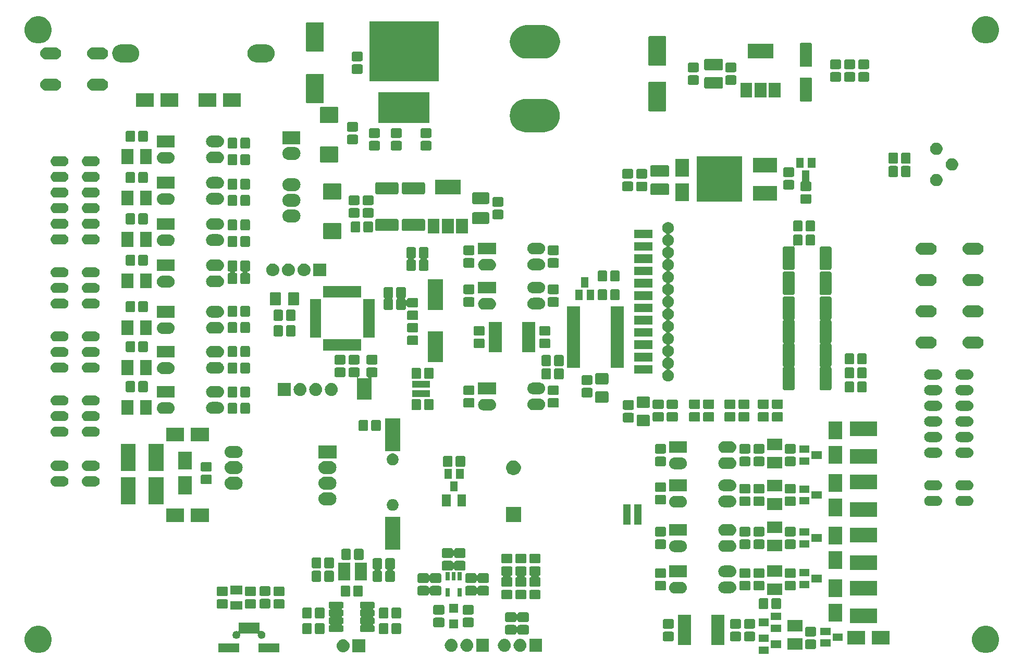
<source format=gts>
G04 #@! TF.GenerationSoftware,KiCad,Pcbnew,(5.1.2)-2*
G04 #@! TF.CreationDate,2019-11-06T08:34:27+07:00*
G04 #@! TF.ProjectId,ph_door_fume_hood_controller_hw,70685f64-6f6f-4725-9f66-756d655f686f,VinhTho*
G04 #@! TF.SameCoordinates,Original*
G04 #@! TF.FileFunction,Soldermask,Top*
G04 #@! TF.FilePolarity,Negative*
%FSLAX46Y46*%
G04 Gerber Fmt 4.6, Leading zero omitted, Abs format (unit mm)*
G04 Created by KiCad (PCBNEW (5.1.2)-2) date 2019-11-06 08:34:27*
%MOMM*%
%LPD*%
G04 APERTURE LIST*
%ADD10C,0.100000*%
G04 APERTURE END LIST*
D10*
G36*
X182706240Y-139218050D02*
G01*
X181052240Y-139218050D01*
X181052240Y-138017950D01*
X182706240Y-138017950D01*
X182706240Y-139218050D01*
X182706240Y-139218050D01*
G37*
G36*
X218573715Y-134790544D02*
G01*
X218960347Y-134950692D01*
X218974091Y-134956385D01*
X219334418Y-135197148D01*
X219640852Y-135503582D01*
X219866302Y-135840991D01*
X219881616Y-135863911D01*
X220047456Y-136264285D01*
X220132000Y-136689318D01*
X220132000Y-137122682D01*
X220047456Y-137547715D01*
X219892422Y-137922000D01*
X219881615Y-137948091D01*
X219640852Y-138308418D01*
X219334418Y-138614852D01*
X218974091Y-138855615D01*
X218974090Y-138855616D01*
X218974089Y-138855616D01*
X218573715Y-139021456D01*
X218148682Y-139106000D01*
X217715318Y-139106000D01*
X217290285Y-139021456D01*
X216889911Y-138855616D01*
X216889910Y-138855616D01*
X216889909Y-138855615D01*
X216529582Y-138614852D01*
X216223148Y-138308418D01*
X215982385Y-137948091D01*
X215971578Y-137922000D01*
X215816544Y-137547715D01*
X215732000Y-137122682D01*
X215732000Y-136689318D01*
X215816544Y-136264285D01*
X215982384Y-135863911D01*
X215997699Y-135840991D01*
X216223148Y-135503582D01*
X216529582Y-135197148D01*
X216889909Y-134956385D01*
X216903653Y-134950692D01*
X217290285Y-134790544D01*
X217715318Y-134706000D01*
X218148682Y-134706000D01*
X218573715Y-134790544D01*
X218573715Y-134790544D01*
G37*
G36*
X64649715Y-134790544D02*
G01*
X65036347Y-134950692D01*
X65050091Y-134956385D01*
X65410418Y-135197148D01*
X65716852Y-135503582D01*
X65942302Y-135840991D01*
X65957616Y-135863911D01*
X66123456Y-136264285D01*
X66208000Y-136689318D01*
X66208000Y-137122682D01*
X66123456Y-137547715D01*
X65968422Y-137922000D01*
X65957615Y-137948091D01*
X65716852Y-138308418D01*
X65410418Y-138614852D01*
X65050091Y-138855615D01*
X65050090Y-138855616D01*
X65050089Y-138855616D01*
X64649715Y-139021456D01*
X64224682Y-139106000D01*
X63791318Y-139106000D01*
X63366285Y-139021456D01*
X62965911Y-138855616D01*
X62965910Y-138855616D01*
X62965909Y-138855615D01*
X62605582Y-138614852D01*
X62299148Y-138308418D01*
X62058385Y-137948091D01*
X62047578Y-137922000D01*
X61892544Y-137547715D01*
X61808000Y-137122682D01*
X61808000Y-136689318D01*
X61892544Y-136264285D01*
X62058384Y-135863911D01*
X62073699Y-135840991D01*
X62299148Y-135503582D01*
X62605582Y-135197148D01*
X62965909Y-134956385D01*
X62979653Y-134950692D01*
X63366285Y-134790544D01*
X63791318Y-134706000D01*
X64224682Y-134706000D01*
X64649715Y-134790544D01*
X64649715Y-134790544D01*
G37*
G36*
X113666707Y-136879597D02*
G01*
X113743836Y-136887193D01*
X113941762Y-136947233D01*
X113941765Y-136947234D01*
X114124170Y-137044732D01*
X114284055Y-137175945D01*
X114415268Y-137335830D01*
X114512766Y-137518235D01*
X114512767Y-137518238D01*
X114572807Y-137716164D01*
X114593080Y-137922000D01*
X114572807Y-138127836D01*
X114519900Y-138302247D01*
X114512766Y-138325765D01*
X114415268Y-138508170D01*
X114284055Y-138668055D01*
X114124170Y-138799268D01*
X113941765Y-138896766D01*
X113941762Y-138896767D01*
X113743836Y-138956807D01*
X113666707Y-138964404D01*
X113589580Y-138972000D01*
X113486420Y-138972000D01*
X113409293Y-138964404D01*
X113332164Y-138956807D01*
X113134238Y-138896767D01*
X113134235Y-138896766D01*
X112951830Y-138799268D01*
X112791945Y-138668055D01*
X112660732Y-138508170D01*
X112563234Y-138325765D01*
X112556100Y-138302247D01*
X112503193Y-138127836D01*
X112482920Y-137922000D01*
X112503193Y-137716164D01*
X112563233Y-137518238D01*
X112563234Y-137518235D01*
X112660732Y-137335830D01*
X112791945Y-137175945D01*
X112951830Y-137044732D01*
X113134235Y-136947234D01*
X113134238Y-136947233D01*
X113332164Y-136887193D01*
X113409293Y-136879597D01*
X113486420Y-136872000D01*
X113589580Y-136872000D01*
X113666707Y-136879597D01*
X113666707Y-136879597D01*
G37*
G36*
X117128000Y-138972000D02*
G01*
X115028000Y-138972000D01*
X115028000Y-136872000D01*
X117128000Y-136872000D01*
X117128000Y-138972000D01*
X117128000Y-138972000D01*
G37*
G36*
X96668800Y-138953000D02*
G01*
X93268800Y-138953000D01*
X93268800Y-137553000D01*
X96668800Y-137553000D01*
X96668800Y-138953000D01*
X96668800Y-138953000D01*
G37*
G36*
X103188000Y-138953000D02*
G01*
X99788000Y-138953000D01*
X99788000Y-137553000D01*
X103188000Y-137553000D01*
X103188000Y-138953000D01*
X103188000Y-138953000D01*
G37*
G36*
X133781707Y-136798596D02*
G01*
X133858836Y-136806193D01*
X134056762Y-136866233D01*
X134056765Y-136866234D01*
X134239170Y-136963732D01*
X134399055Y-137094945D01*
X134530268Y-137254830D01*
X134627766Y-137437235D01*
X134627767Y-137437238D01*
X134687807Y-137635164D01*
X134708080Y-137841000D01*
X134687807Y-138046836D01*
X134663236Y-138127836D01*
X134627766Y-138244765D01*
X134530268Y-138427170D01*
X134399055Y-138587055D01*
X134239170Y-138718268D01*
X134056765Y-138815766D01*
X134056762Y-138815767D01*
X133858836Y-138875807D01*
X133781707Y-138883404D01*
X133704580Y-138891000D01*
X133601420Y-138891000D01*
X133524293Y-138883404D01*
X133447164Y-138875807D01*
X133249238Y-138815767D01*
X133249235Y-138815766D01*
X133066830Y-138718268D01*
X132906945Y-138587055D01*
X132775732Y-138427170D01*
X132678234Y-138244765D01*
X132642764Y-138127836D01*
X132618193Y-138046836D01*
X132597920Y-137841000D01*
X132618193Y-137635164D01*
X132678233Y-137437238D01*
X132678234Y-137437235D01*
X132775732Y-137254830D01*
X132906945Y-137094945D01*
X133066830Y-136963732D01*
X133249235Y-136866234D01*
X133249238Y-136866233D01*
X133447164Y-136806193D01*
X133524293Y-136798596D01*
X133601420Y-136791000D01*
X133704580Y-136791000D01*
X133781707Y-136798596D01*
X133781707Y-136798596D01*
G37*
G36*
X145879000Y-138891000D02*
G01*
X143779000Y-138891000D01*
X143779000Y-136791000D01*
X145879000Y-136791000D01*
X145879000Y-138891000D01*
X145879000Y-138891000D01*
G37*
G36*
X142417707Y-136798596D02*
G01*
X142494836Y-136806193D01*
X142692762Y-136866233D01*
X142692765Y-136866234D01*
X142875170Y-136963732D01*
X143035055Y-137094945D01*
X143166268Y-137254830D01*
X143263766Y-137437235D01*
X143263767Y-137437238D01*
X143323807Y-137635164D01*
X143344080Y-137841000D01*
X143323807Y-138046836D01*
X143299236Y-138127836D01*
X143263766Y-138244765D01*
X143166268Y-138427170D01*
X143035055Y-138587055D01*
X142875170Y-138718268D01*
X142692765Y-138815766D01*
X142692762Y-138815767D01*
X142494836Y-138875807D01*
X142417707Y-138883404D01*
X142340580Y-138891000D01*
X142237420Y-138891000D01*
X142160293Y-138883404D01*
X142083164Y-138875807D01*
X141885238Y-138815767D01*
X141885235Y-138815766D01*
X141702830Y-138718268D01*
X141542945Y-138587055D01*
X141411732Y-138427170D01*
X141314234Y-138244765D01*
X141278764Y-138127836D01*
X141254193Y-138046836D01*
X141233920Y-137841000D01*
X141254193Y-137635164D01*
X141314233Y-137437238D01*
X141314234Y-137437235D01*
X141411732Y-137254830D01*
X141542945Y-137094945D01*
X141702830Y-136963732D01*
X141885235Y-136866234D01*
X141885238Y-136866233D01*
X142083164Y-136806193D01*
X142160293Y-136798596D01*
X142237420Y-136791000D01*
X142340580Y-136791000D01*
X142417707Y-136798596D01*
X142417707Y-136798596D01*
G37*
G36*
X137243000Y-138891000D02*
G01*
X135143000Y-138891000D01*
X135143000Y-136791000D01*
X137243000Y-136791000D01*
X137243000Y-138891000D01*
X137243000Y-138891000D01*
G37*
G36*
X131241707Y-136798596D02*
G01*
X131318836Y-136806193D01*
X131516762Y-136866233D01*
X131516765Y-136866234D01*
X131699170Y-136963732D01*
X131859055Y-137094945D01*
X131990268Y-137254830D01*
X132087766Y-137437235D01*
X132087767Y-137437238D01*
X132147807Y-137635164D01*
X132168080Y-137841000D01*
X132147807Y-138046836D01*
X132123236Y-138127836D01*
X132087766Y-138244765D01*
X131990268Y-138427170D01*
X131859055Y-138587055D01*
X131699170Y-138718268D01*
X131516765Y-138815766D01*
X131516762Y-138815767D01*
X131318836Y-138875807D01*
X131241707Y-138883404D01*
X131164580Y-138891000D01*
X131061420Y-138891000D01*
X130984293Y-138883404D01*
X130907164Y-138875807D01*
X130709238Y-138815767D01*
X130709235Y-138815766D01*
X130526830Y-138718268D01*
X130366945Y-138587055D01*
X130235732Y-138427170D01*
X130138234Y-138244765D01*
X130102764Y-138127836D01*
X130078193Y-138046836D01*
X130057920Y-137841000D01*
X130078193Y-137635164D01*
X130138233Y-137437238D01*
X130138234Y-137437235D01*
X130235732Y-137254830D01*
X130366945Y-137094945D01*
X130526830Y-136963732D01*
X130709235Y-136866234D01*
X130709238Y-136866233D01*
X130907164Y-136806193D01*
X130984293Y-136798596D01*
X131061420Y-136791000D01*
X131164580Y-136791000D01*
X131241707Y-136798596D01*
X131241707Y-136798596D01*
G37*
G36*
X139877707Y-136798596D02*
G01*
X139954836Y-136806193D01*
X140152762Y-136866233D01*
X140152765Y-136866234D01*
X140335170Y-136963732D01*
X140495055Y-137094945D01*
X140626268Y-137254830D01*
X140723766Y-137437235D01*
X140723767Y-137437238D01*
X140783807Y-137635164D01*
X140804080Y-137841000D01*
X140783807Y-138046836D01*
X140759236Y-138127836D01*
X140723766Y-138244765D01*
X140626268Y-138427170D01*
X140495055Y-138587055D01*
X140335170Y-138718268D01*
X140152765Y-138815766D01*
X140152762Y-138815767D01*
X139954836Y-138875807D01*
X139877707Y-138883404D01*
X139800580Y-138891000D01*
X139697420Y-138891000D01*
X139620293Y-138883404D01*
X139543164Y-138875807D01*
X139345238Y-138815767D01*
X139345235Y-138815766D01*
X139162830Y-138718268D01*
X139002945Y-138587055D01*
X138871732Y-138427170D01*
X138774234Y-138244765D01*
X138738764Y-138127836D01*
X138714193Y-138046836D01*
X138693920Y-137841000D01*
X138714193Y-137635164D01*
X138774233Y-137437238D01*
X138774234Y-137437235D01*
X138871732Y-137254830D01*
X139002945Y-137094945D01*
X139162830Y-136963732D01*
X139345235Y-136866234D01*
X139345238Y-136866233D01*
X139543164Y-136806193D01*
X139620293Y-136798596D01*
X139697420Y-136791000D01*
X139800580Y-136791000D01*
X139877707Y-136798596D01*
X139877707Y-136798596D01*
G37*
G36*
X188144000Y-138594000D02*
G01*
X185744000Y-138594000D01*
X185744000Y-136694000D01*
X188144000Y-136694000D01*
X188144000Y-138594000D01*
X188144000Y-138594000D01*
G37*
G36*
X190169529Y-136907710D02*
G01*
X190219378Y-136922831D01*
X190265310Y-136947382D01*
X190305574Y-136980426D01*
X190338618Y-137020690D01*
X190363169Y-137066622D01*
X190378290Y-137116471D01*
X190384000Y-137174444D01*
X190384000Y-138179556D01*
X190378290Y-138237529D01*
X190363169Y-138287378D01*
X190338618Y-138333310D01*
X190305574Y-138373574D01*
X190265310Y-138406618D01*
X190219378Y-138431169D01*
X190169529Y-138446290D01*
X190111556Y-138452000D01*
X188856444Y-138452000D01*
X188798471Y-138446290D01*
X188748622Y-138431169D01*
X188702690Y-138406618D01*
X188662426Y-138373574D01*
X188629382Y-138333310D01*
X188604831Y-138287378D01*
X188589710Y-138237529D01*
X188584000Y-138179556D01*
X188584000Y-137174444D01*
X188589710Y-137116471D01*
X188604831Y-137066622D01*
X188629382Y-137020690D01*
X188662426Y-136980426D01*
X188702690Y-136947382D01*
X188748622Y-136922831D01*
X188798471Y-136907710D01*
X188856444Y-136902000D01*
X190111556Y-136902000D01*
X190169529Y-136907710D01*
X190169529Y-136907710D01*
G37*
G36*
X184707000Y-138268050D02*
G01*
X183053000Y-138268050D01*
X183053000Y-137067950D01*
X184707000Y-137067950D01*
X184707000Y-138268050D01*
X184707000Y-138268050D01*
G37*
G36*
X192739240Y-138075050D02*
G01*
X191085240Y-138075050D01*
X191085240Y-136874950D01*
X192739240Y-136874950D01*
X192739240Y-138075050D01*
X192739240Y-138075050D01*
G37*
G36*
X175466000Y-137837000D02*
G01*
X173342000Y-137837000D01*
X173342000Y-132927000D01*
X175466000Y-132927000D01*
X175466000Y-137837000D01*
X175466000Y-137837000D01*
G37*
G36*
X170066000Y-137837000D02*
G01*
X167942000Y-137837000D01*
X167942000Y-132927000D01*
X170066000Y-132927000D01*
X170066000Y-137837000D01*
X170066000Y-137837000D01*
G37*
G36*
X202332000Y-137752000D02*
G01*
X199432000Y-137752000D01*
X199432000Y-135552000D01*
X202332000Y-135552000D01*
X202332000Y-137752000D01*
X202332000Y-137752000D01*
G37*
G36*
X198332000Y-137752000D02*
G01*
X195432000Y-137752000D01*
X195432000Y-135552000D01*
X198332000Y-135552000D01*
X198332000Y-137752000D01*
X198332000Y-137752000D01*
G37*
G36*
X182706240Y-137318050D02*
G01*
X181052240Y-137318050D01*
X181052240Y-136117950D01*
X182706240Y-136117950D01*
X182706240Y-137318050D01*
X182706240Y-137318050D01*
G37*
G36*
X180263529Y-135637710D02*
G01*
X180313378Y-135652831D01*
X180359310Y-135677382D01*
X180399574Y-135710426D01*
X180432618Y-135750690D01*
X180457169Y-135796622D01*
X180472290Y-135846471D01*
X180478000Y-135904444D01*
X180478000Y-136909556D01*
X180472290Y-136967529D01*
X180457169Y-137017378D01*
X180432618Y-137063310D01*
X180399574Y-137103574D01*
X180359310Y-137136618D01*
X180313378Y-137161169D01*
X180263529Y-137176290D01*
X180205556Y-137182000D01*
X178950444Y-137182000D01*
X178892471Y-137176290D01*
X178842622Y-137161169D01*
X178796690Y-137136618D01*
X178756426Y-137103574D01*
X178723382Y-137063310D01*
X178698831Y-137017378D01*
X178683710Y-136967529D01*
X178678000Y-136909556D01*
X178678000Y-135904444D01*
X178683710Y-135846471D01*
X178698831Y-135796622D01*
X178723382Y-135750690D01*
X178756426Y-135710426D01*
X178796690Y-135677382D01*
X178842622Y-135652831D01*
X178892471Y-135637710D01*
X178950444Y-135632000D01*
X180205556Y-135632000D01*
X180263529Y-135637710D01*
X180263529Y-135637710D01*
G37*
G36*
X177977529Y-135637710D02*
G01*
X178027378Y-135652831D01*
X178073310Y-135677382D01*
X178113574Y-135710426D01*
X178146618Y-135750690D01*
X178171169Y-135796622D01*
X178186290Y-135846471D01*
X178192000Y-135904444D01*
X178192000Y-136909556D01*
X178186290Y-136967529D01*
X178171169Y-137017378D01*
X178146618Y-137063310D01*
X178113574Y-137103574D01*
X178073310Y-137136618D01*
X178027378Y-137161169D01*
X177977529Y-137176290D01*
X177919556Y-137182000D01*
X176664444Y-137182000D01*
X176606471Y-137176290D01*
X176556622Y-137161169D01*
X176510690Y-137136618D01*
X176470426Y-137103574D01*
X176437382Y-137063310D01*
X176412831Y-137017378D01*
X176397710Y-136967529D01*
X176392000Y-136909556D01*
X176392000Y-135904444D01*
X176397710Y-135846471D01*
X176412831Y-135796622D01*
X176437382Y-135750690D01*
X176470426Y-135710426D01*
X176510690Y-135677382D01*
X176556622Y-135652831D01*
X176606471Y-135637710D01*
X176664444Y-135632000D01*
X177919556Y-135632000D01*
X177977529Y-135637710D01*
X177977529Y-135637710D01*
G37*
G36*
X167055529Y-135637710D02*
G01*
X167105378Y-135652831D01*
X167151310Y-135677382D01*
X167191574Y-135710426D01*
X167224618Y-135750690D01*
X167249169Y-135796622D01*
X167264290Y-135846471D01*
X167270000Y-135904444D01*
X167270000Y-136909556D01*
X167264290Y-136967529D01*
X167249169Y-137017378D01*
X167224618Y-137063310D01*
X167191574Y-137103574D01*
X167151310Y-137136618D01*
X167105378Y-137161169D01*
X167055529Y-137176290D01*
X166997556Y-137182000D01*
X165742444Y-137182000D01*
X165684471Y-137176290D01*
X165634622Y-137161169D01*
X165588690Y-137136618D01*
X165548426Y-137103574D01*
X165515382Y-137063310D01*
X165490831Y-137017378D01*
X165475710Y-136967529D01*
X165470000Y-136909556D01*
X165470000Y-135904444D01*
X165475710Y-135846471D01*
X165490831Y-135796622D01*
X165515382Y-135750690D01*
X165548426Y-135710426D01*
X165588690Y-135677382D01*
X165634622Y-135652831D01*
X165684471Y-135637710D01*
X165742444Y-135632000D01*
X166997556Y-135632000D01*
X167055529Y-135637710D01*
X167055529Y-135637710D01*
G37*
G36*
X194740000Y-137125050D02*
G01*
X193086000Y-137125050D01*
X193086000Y-135924950D01*
X194740000Y-135924950D01*
X194740000Y-137125050D01*
X194740000Y-137125050D01*
G37*
G36*
X99954660Y-135432454D02*
G01*
X99957062Y-135456840D01*
X99964175Y-135480289D01*
X99975726Y-135501900D01*
X99991271Y-135520842D01*
X100010213Y-135536387D01*
X100031824Y-135547938D01*
X100055273Y-135555051D01*
X100079659Y-135557453D01*
X100115932Y-135552073D01*
X100165479Y-135537043D01*
X100257296Y-135528000D01*
X100318704Y-135528000D01*
X100410521Y-135537043D01*
X100528334Y-135572781D01*
X100636911Y-135630817D01*
X100732080Y-135708920D01*
X100810183Y-135804089D01*
X100856304Y-135890375D01*
X100863170Y-135903219D01*
X100868219Y-135912666D01*
X100903957Y-136030479D01*
X100916024Y-136153000D01*
X100903957Y-136275521D01*
X100868219Y-136393334D01*
X100810183Y-136501911D01*
X100732080Y-136597080D01*
X100636911Y-136675183D01*
X100528334Y-136733219D01*
X100410521Y-136768957D01*
X100318704Y-136778000D01*
X100257296Y-136778000D01*
X100165479Y-136768957D01*
X100047666Y-136733219D01*
X99939089Y-136675183D01*
X99843920Y-136597080D01*
X99765817Y-136501911D01*
X99707781Y-136393334D01*
X99672043Y-136275521D01*
X99659976Y-136153000D01*
X99666644Y-136085297D01*
X99666644Y-136060808D01*
X99661864Y-136036774D01*
X99652487Y-136014136D01*
X99638873Y-135993761D01*
X99621546Y-135976434D01*
X99601172Y-135962820D01*
X99578533Y-135953443D01*
X99554500Y-135948662D01*
X99542247Y-135948060D01*
X96933753Y-135948060D01*
X96909367Y-135950462D01*
X96885918Y-135957575D01*
X96864307Y-135969126D01*
X96845365Y-135984671D01*
X96829820Y-136003613D01*
X96818269Y-136025224D01*
X96811156Y-136048673D01*
X96808754Y-136073059D01*
X96809355Y-136085282D01*
X96816024Y-136153000D01*
X96803957Y-136275521D01*
X96768219Y-136393334D01*
X96710183Y-136501911D01*
X96632080Y-136597080D01*
X96536911Y-136675183D01*
X96428334Y-136733219D01*
X96310521Y-136768957D01*
X96218704Y-136778000D01*
X96157296Y-136778000D01*
X96065479Y-136768957D01*
X95947666Y-136733219D01*
X95839089Y-136675183D01*
X95743920Y-136597080D01*
X95665817Y-136501911D01*
X95607781Y-136393334D01*
X95572043Y-136275521D01*
X95559976Y-136153000D01*
X95572043Y-136030479D01*
X95607781Y-135912666D01*
X95612831Y-135903219D01*
X95619696Y-135890375D01*
X95665817Y-135804089D01*
X95743920Y-135708920D01*
X95839089Y-135630817D01*
X95947666Y-135572781D01*
X96065479Y-135537043D01*
X96157296Y-135528000D01*
X96218704Y-135528000D01*
X96310521Y-135537043D01*
X96393389Y-135562181D01*
X96417410Y-135566958D01*
X96441914Y-135566958D01*
X96465947Y-135562177D01*
X96488586Y-135552800D01*
X96508960Y-135539186D01*
X96526287Y-135521859D01*
X96539901Y-135501485D01*
X96549278Y-135478846D01*
X96554660Y-135442561D01*
X96554660Y-134198060D01*
X99954660Y-134198060D01*
X99954660Y-135432454D01*
X99954660Y-135432454D01*
G37*
G36*
X190169529Y-134857710D02*
G01*
X190219378Y-134872831D01*
X190265310Y-134897382D01*
X190305574Y-134930426D01*
X190338618Y-134970690D01*
X190363169Y-135016622D01*
X190378290Y-135066471D01*
X190384000Y-135124444D01*
X190384000Y-136129556D01*
X190378290Y-136187529D01*
X190363169Y-136237378D01*
X190338618Y-136283310D01*
X190305574Y-136323574D01*
X190265310Y-136356618D01*
X190219378Y-136381169D01*
X190169529Y-136396290D01*
X190111556Y-136402000D01*
X188856444Y-136402000D01*
X188798471Y-136396290D01*
X188748622Y-136381169D01*
X188702690Y-136356618D01*
X188662426Y-136323574D01*
X188629382Y-136283310D01*
X188604831Y-136237378D01*
X188589710Y-136187529D01*
X188584000Y-136129556D01*
X188584000Y-135124444D01*
X188589710Y-135066471D01*
X188604831Y-135016622D01*
X188629382Y-134970690D01*
X188662426Y-134930426D01*
X188702690Y-134897382D01*
X188748622Y-134872831D01*
X188798471Y-134857710D01*
X188856444Y-134852000D01*
X190111556Y-134852000D01*
X190169529Y-134857710D01*
X190169529Y-134857710D01*
G37*
G36*
X192739240Y-136175050D02*
G01*
X191085240Y-136175050D01*
X191085240Y-134974950D01*
X192739240Y-134974950D01*
X192739240Y-136175050D01*
X192739240Y-136175050D01*
G37*
G36*
X141450529Y-134540710D02*
G01*
X141500378Y-134555831D01*
X141546310Y-134580382D01*
X141586574Y-134613426D01*
X141619618Y-134653690D01*
X141644169Y-134699622D01*
X141661383Y-134756371D01*
X141670760Y-134779009D01*
X141684374Y-134799384D01*
X141701701Y-134816711D01*
X141722075Y-134830325D01*
X141744714Y-134839702D01*
X141768747Y-134844483D01*
X141793251Y-134844483D01*
X141817285Y-134839703D01*
X141839923Y-134830326D01*
X141860298Y-134816712D01*
X141877625Y-134799385D01*
X141891239Y-134779011D01*
X141900617Y-134756371D01*
X141917831Y-134699622D01*
X141942382Y-134653690D01*
X141975426Y-134613426D01*
X142015690Y-134580382D01*
X142061622Y-134555831D01*
X142111471Y-134540710D01*
X142169444Y-134535000D01*
X143424556Y-134535000D01*
X143482529Y-134540710D01*
X143532378Y-134555831D01*
X143578310Y-134580382D01*
X143618574Y-134613426D01*
X143651618Y-134653690D01*
X143676169Y-134699622D01*
X143691290Y-134749471D01*
X143697000Y-134807444D01*
X143697000Y-135812556D01*
X143691290Y-135870529D01*
X143676169Y-135920378D01*
X143651618Y-135966310D01*
X143618574Y-136006574D01*
X143578310Y-136039618D01*
X143532378Y-136064169D01*
X143482529Y-136079290D01*
X143424556Y-136085000D01*
X142169444Y-136085000D01*
X142111471Y-136079290D01*
X142061622Y-136064169D01*
X142015690Y-136039618D01*
X141975426Y-136006574D01*
X141942382Y-135966310D01*
X141917831Y-135920378D01*
X141900617Y-135863629D01*
X141891240Y-135840991D01*
X141877626Y-135820616D01*
X141860299Y-135803289D01*
X141839925Y-135789675D01*
X141817286Y-135780298D01*
X141793253Y-135775517D01*
X141768749Y-135775517D01*
X141744715Y-135780297D01*
X141722077Y-135789674D01*
X141701702Y-135803288D01*
X141684375Y-135820615D01*
X141670761Y-135840989D01*
X141661383Y-135863629D01*
X141644169Y-135920378D01*
X141619618Y-135966310D01*
X141586574Y-136006574D01*
X141546310Y-136039618D01*
X141500378Y-136064169D01*
X141450529Y-136079290D01*
X141392556Y-136085000D01*
X140137444Y-136085000D01*
X140079471Y-136079290D01*
X140029622Y-136064169D01*
X139983690Y-136039618D01*
X139943426Y-136006574D01*
X139910382Y-135966310D01*
X139885831Y-135920378D01*
X139870710Y-135870529D01*
X139865000Y-135812556D01*
X139865000Y-134807444D01*
X139870710Y-134749471D01*
X139885831Y-134699622D01*
X139910382Y-134653690D01*
X139943426Y-134613426D01*
X139983690Y-134580382D01*
X140029622Y-134555831D01*
X140079471Y-134540710D01*
X140137444Y-134535000D01*
X141392556Y-134535000D01*
X141450529Y-134540710D01*
X141450529Y-134540710D01*
G37*
G36*
X120693529Y-134233710D02*
G01*
X120743378Y-134248831D01*
X120789310Y-134273382D01*
X120829574Y-134306426D01*
X120862618Y-134346690D01*
X120887169Y-134392622D01*
X120902290Y-134442471D01*
X120908000Y-134500444D01*
X120908000Y-135755556D01*
X120902290Y-135813529D01*
X120887169Y-135863378D01*
X120862618Y-135909310D01*
X120829574Y-135949574D01*
X120789310Y-135982618D01*
X120743378Y-136007169D01*
X120693529Y-136022290D01*
X120635556Y-136028000D01*
X119630444Y-136028000D01*
X119572471Y-136022290D01*
X119522622Y-136007169D01*
X119476690Y-135982618D01*
X119436426Y-135949574D01*
X119403382Y-135909310D01*
X119378831Y-135863378D01*
X119363710Y-135813529D01*
X119358000Y-135755556D01*
X119358000Y-134500444D01*
X119363710Y-134442471D01*
X119378831Y-134392622D01*
X119403382Y-134346690D01*
X119436426Y-134306426D01*
X119476690Y-134273382D01*
X119522622Y-134248831D01*
X119572471Y-134233710D01*
X119630444Y-134228000D01*
X120635556Y-134228000D01*
X120693529Y-134233710D01*
X120693529Y-134233710D01*
G37*
G36*
X108247529Y-134233710D02*
G01*
X108297378Y-134248831D01*
X108343310Y-134273382D01*
X108383574Y-134306426D01*
X108416618Y-134346690D01*
X108441169Y-134392622D01*
X108456290Y-134442471D01*
X108462000Y-134500444D01*
X108462000Y-135755556D01*
X108456290Y-135813529D01*
X108441169Y-135863378D01*
X108416618Y-135909310D01*
X108383574Y-135949574D01*
X108343310Y-135982618D01*
X108297378Y-136007169D01*
X108247529Y-136022290D01*
X108189556Y-136028000D01*
X107184444Y-136028000D01*
X107126471Y-136022290D01*
X107076622Y-136007169D01*
X107030690Y-135982618D01*
X106990426Y-135949574D01*
X106957382Y-135909310D01*
X106932831Y-135863378D01*
X106917710Y-135813529D01*
X106912000Y-135755556D01*
X106912000Y-134500444D01*
X106917710Y-134442471D01*
X106932831Y-134392622D01*
X106957382Y-134346690D01*
X106990426Y-134306426D01*
X107030690Y-134273382D01*
X107076622Y-134248831D01*
X107126471Y-134233710D01*
X107184444Y-134228000D01*
X108189556Y-134228000D01*
X108247529Y-134233710D01*
X108247529Y-134233710D01*
G37*
G36*
X110297529Y-134233710D02*
G01*
X110347378Y-134248831D01*
X110393310Y-134273382D01*
X110433574Y-134306426D01*
X110466618Y-134346690D01*
X110491169Y-134392622D01*
X110506290Y-134442471D01*
X110512000Y-134500444D01*
X110512000Y-135755556D01*
X110506290Y-135813529D01*
X110491169Y-135863378D01*
X110466618Y-135909310D01*
X110433574Y-135949574D01*
X110393310Y-135982618D01*
X110347378Y-136007169D01*
X110297529Y-136022290D01*
X110239556Y-136028000D01*
X109234444Y-136028000D01*
X109176471Y-136022290D01*
X109126622Y-136007169D01*
X109080690Y-135982618D01*
X109040426Y-135949574D01*
X109007382Y-135909310D01*
X108982831Y-135863378D01*
X108967710Y-135813529D01*
X108962000Y-135755556D01*
X108962000Y-134500444D01*
X108967710Y-134442471D01*
X108982831Y-134392622D01*
X109007382Y-134346690D01*
X109040426Y-134306426D01*
X109080690Y-134273382D01*
X109126622Y-134248831D01*
X109176471Y-134233710D01*
X109234444Y-134228000D01*
X110239556Y-134228000D01*
X110297529Y-134233710D01*
X110297529Y-134233710D01*
G37*
G36*
X122743529Y-134233710D02*
G01*
X122793378Y-134248831D01*
X122839310Y-134273382D01*
X122879574Y-134306426D01*
X122912618Y-134346690D01*
X122937169Y-134392622D01*
X122952290Y-134442471D01*
X122958000Y-134500444D01*
X122958000Y-135755556D01*
X122952290Y-135813529D01*
X122937169Y-135863378D01*
X122912618Y-135909310D01*
X122879574Y-135949574D01*
X122839310Y-135982618D01*
X122793378Y-136007169D01*
X122743529Y-136022290D01*
X122685556Y-136028000D01*
X121680444Y-136028000D01*
X121622471Y-136022290D01*
X121572622Y-136007169D01*
X121526690Y-135982618D01*
X121486426Y-135949574D01*
X121453382Y-135909310D01*
X121428831Y-135863378D01*
X121413710Y-135813529D01*
X121408000Y-135755556D01*
X121408000Y-134500444D01*
X121413710Y-134442471D01*
X121428831Y-134392622D01*
X121453382Y-134346690D01*
X121486426Y-134306426D01*
X121526690Y-134273382D01*
X121572622Y-134248831D01*
X121622471Y-134233710D01*
X121680444Y-134228000D01*
X122685556Y-134228000D01*
X122743529Y-134233710D01*
X122743529Y-134233710D01*
G37*
G36*
X184707760Y-135662050D02*
G01*
X183053760Y-135662050D01*
X183053760Y-134461950D01*
X184707760Y-134461950D01*
X184707760Y-135662050D01*
X184707760Y-135662050D01*
G37*
G36*
X113423898Y-130797436D02*
G01*
X113461309Y-130808784D01*
X113495777Y-130827208D01*
X113525994Y-130852006D01*
X113550792Y-130882223D01*
X113569216Y-130916691D01*
X113580564Y-130954102D01*
X113585000Y-130999141D01*
X113585000Y-131636859D01*
X113580564Y-131681898D01*
X113569216Y-131719309D01*
X113550792Y-131753777D01*
X113525994Y-131783994D01*
X113495777Y-131808792D01*
X113461309Y-131827216D01*
X113440978Y-131833383D01*
X113418339Y-131842760D01*
X113397965Y-131856374D01*
X113380638Y-131873701D01*
X113367024Y-131894075D01*
X113357647Y-131916714D01*
X113352866Y-131940747D01*
X113352866Y-131965251D01*
X113357646Y-131989285D01*
X113367023Y-132011924D01*
X113380637Y-132032298D01*
X113397964Y-132049625D01*
X113418338Y-132063239D01*
X113440978Y-132072617D01*
X113461309Y-132078784D01*
X113495777Y-132097208D01*
X113525994Y-132122006D01*
X113550792Y-132152223D01*
X113569216Y-132186691D01*
X113580564Y-132224102D01*
X113585000Y-132269141D01*
X113585000Y-132906859D01*
X113580564Y-132951898D01*
X113569216Y-132989309D01*
X113550792Y-133023777D01*
X113525994Y-133053994D01*
X113495777Y-133078792D01*
X113461309Y-133097216D01*
X113440978Y-133103383D01*
X113418339Y-133112760D01*
X113397965Y-133126374D01*
X113380638Y-133143701D01*
X113367024Y-133164075D01*
X113357647Y-133186714D01*
X113352866Y-133210747D01*
X113352866Y-133235251D01*
X113357646Y-133259285D01*
X113367023Y-133281924D01*
X113380637Y-133302298D01*
X113397964Y-133319625D01*
X113418338Y-133333239D01*
X113440978Y-133342617D01*
X113461309Y-133348784D01*
X113495777Y-133367208D01*
X113525994Y-133392006D01*
X113550792Y-133422223D01*
X113569216Y-133456691D01*
X113580564Y-133494102D01*
X113585000Y-133539141D01*
X113585000Y-134176859D01*
X113580564Y-134221898D01*
X113569216Y-134259309D01*
X113550792Y-134293777D01*
X113525994Y-134323994D01*
X113495777Y-134348792D01*
X113461309Y-134367216D01*
X113440978Y-134373383D01*
X113418339Y-134382760D01*
X113397965Y-134396374D01*
X113380638Y-134413701D01*
X113367024Y-134434075D01*
X113357647Y-134456714D01*
X113352866Y-134480747D01*
X113352866Y-134505251D01*
X113357646Y-134529285D01*
X113367023Y-134551924D01*
X113380637Y-134572298D01*
X113397964Y-134589625D01*
X113418338Y-134603239D01*
X113440978Y-134612617D01*
X113461309Y-134618784D01*
X113495777Y-134637208D01*
X113525994Y-134662006D01*
X113550792Y-134692223D01*
X113569216Y-134726691D01*
X113580564Y-134764102D01*
X113585000Y-134809141D01*
X113585000Y-135446859D01*
X113580564Y-135491898D01*
X113569216Y-135529309D01*
X113550792Y-135563777D01*
X113525994Y-135593994D01*
X113495777Y-135618792D01*
X113461309Y-135637216D01*
X113423898Y-135648564D01*
X113378859Y-135653000D01*
X111416141Y-135653000D01*
X111371102Y-135648564D01*
X111333691Y-135637216D01*
X111299223Y-135618792D01*
X111269006Y-135593994D01*
X111244208Y-135563777D01*
X111225784Y-135529309D01*
X111214436Y-135491898D01*
X111210000Y-135446859D01*
X111210000Y-134809141D01*
X111214436Y-134764102D01*
X111225784Y-134726691D01*
X111244208Y-134692223D01*
X111269006Y-134662006D01*
X111299223Y-134637208D01*
X111333691Y-134618784D01*
X111354022Y-134612617D01*
X111376661Y-134603240D01*
X111397035Y-134589626D01*
X111414362Y-134572299D01*
X111427976Y-134551925D01*
X111437353Y-134529286D01*
X111442134Y-134505253D01*
X111442134Y-134480749D01*
X111437354Y-134456715D01*
X111427977Y-134434076D01*
X111414363Y-134413702D01*
X111397036Y-134396375D01*
X111376662Y-134382761D01*
X111354022Y-134373383D01*
X111333691Y-134367216D01*
X111299223Y-134348792D01*
X111269006Y-134323994D01*
X111244208Y-134293777D01*
X111225784Y-134259309D01*
X111214436Y-134221898D01*
X111210000Y-134176859D01*
X111210000Y-133539141D01*
X111214436Y-133494102D01*
X111225784Y-133456691D01*
X111244208Y-133422223D01*
X111269006Y-133392006D01*
X111299223Y-133367208D01*
X111333691Y-133348784D01*
X111354022Y-133342617D01*
X111376661Y-133333240D01*
X111397035Y-133319626D01*
X111414362Y-133302299D01*
X111427976Y-133281925D01*
X111437353Y-133259286D01*
X111442134Y-133235253D01*
X111442134Y-133210749D01*
X111437354Y-133186715D01*
X111427977Y-133164076D01*
X111414363Y-133143702D01*
X111397036Y-133126375D01*
X111376662Y-133112761D01*
X111354022Y-133103383D01*
X111333691Y-133097216D01*
X111299223Y-133078792D01*
X111269006Y-133053994D01*
X111244208Y-133023777D01*
X111225784Y-132989309D01*
X111214436Y-132951898D01*
X111210000Y-132906859D01*
X111210000Y-132269141D01*
X111214436Y-132224102D01*
X111225784Y-132186691D01*
X111244208Y-132152223D01*
X111269006Y-132122006D01*
X111299223Y-132097208D01*
X111333691Y-132078784D01*
X111354022Y-132072617D01*
X111376661Y-132063240D01*
X111397035Y-132049626D01*
X111414362Y-132032299D01*
X111427976Y-132011925D01*
X111437353Y-131989286D01*
X111442134Y-131965253D01*
X111442134Y-131940749D01*
X111437354Y-131916715D01*
X111427977Y-131894076D01*
X111414363Y-131873702D01*
X111397036Y-131856375D01*
X111376662Y-131842761D01*
X111354022Y-131833383D01*
X111333691Y-131827216D01*
X111299223Y-131808792D01*
X111269006Y-131783994D01*
X111244208Y-131753777D01*
X111225784Y-131719309D01*
X111214436Y-131681898D01*
X111210000Y-131636859D01*
X111210000Y-130999141D01*
X111214436Y-130954102D01*
X111225784Y-130916691D01*
X111244208Y-130882223D01*
X111269006Y-130852006D01*
X111299223Y-130827208D01*
X111333691Y-130808784D01*
X111371102Y-130797436D01*
X111416141Y-130793000D01*
X113378859Y-130793000D01*
X113423898Y-130797436D01*
X113423898Y-130797436D01*
G37*
G36*
X118498898Y-130797436D02*
G01*
X118536309Y-130808784D01*
X118570777Y-130827208D01*
X118600994Y-130852006D01*
X118625792Y-130882223D01*
X118644216Y-130916691D01*
X118655564Y-130954102D01*
X118660000Y-130999141D01*
X118660000Y-131636859D01*
X118655564Y-131681898D01*
X118644216Y-131719309D01*
X118625792Y-131753777D01*
X118600994Y-131783994D01*
X118570777Y-131808792D01*
X118536309Y-131827216D01*
X118515978Y-131833383D01*
X118493339Y-131842760D01*
X118472965Y-131856374D01*
X118455638Y-131873701D01*
X118442024Y-131894075D01*
X118432647Y-131916714D01*
X118427866Y-131940747D01*
X118427866Y-131965251D01*
X118432646Y-131989285D01*
X118442023Y-132011924D01*
X118455637Y-132032298D01*
X118472964Y-132049625D01*
X118493338Y-132063239D01*
X118515978Y-132072617D01*
X118536309Y-132078784D01*
X118570777Y-132097208D01*
X118600994Y-132122006D01*
X118625792Y-132152223D01*
X118644216Y-132186691D01*
X118655564Y-132224102D01*
X118660000Y-132269141D01*
X118660000Y-132906859D01*
X118655564Y-132951898D01*
X118644216Y-132989309D01*
X118625792Y-133023777D01*
X118600994Y-133053994D01*
X118570777Y-133078792D01*
X118536309Y-133097216D01*
X118515978Y-133103383D01*
X118493339Y-133112760D01*
X118472965Y-133126374D01*
X118455638Y-133143701D01*
X118442024Y-133164075D01*
X118432647Y-133186714D01*
X118427866Y-133210747D01*
X118427866Y-133235251D01*
X118432646Y-133259285D01*
X118442023Y-133281924D01*
X118455637Y-133302298D01*
X118472964Y-133319625D01*
X118493338Y-133333239D01*
X118515978Y-133342617D01*
X118536309Y-133348784D01*
X118570777Y-133367208D01*
X118600994Y-133392006D01*
X118625792Y-133422223D01*
X118644216Y-133456691D01*
X118655564Y-133494102D01*
X118660000Y-133539141D01*
X118660000Y-134176859D01*
X118655564Y-134221898D01*
X118644216Y-134259309D01*
X118625792Y-134293777D01*
X118600994Y-134323994D01*
X118570777Y-134348792D01*
X118536309Y-134367216D01*
X118515978Y-134373383D01*
X118493339Y-134382760D01*
X118472965Y-134396374D01*
X118455638Y-134413701D01*
X118442024Y-134434075D01*
X118432647Y-134456714D01*
X118427866Y-134480747D01*
X118427866Y-134505251D01*
X118432646Y-134529285D01*
X118442023Y-134551924D01*
X118455637Y-134572298D01*
X118472964Y-134589625D01*
X118493338Y-134603239D01*
X118515978Y-134612617D01*
X118536309Y-134618784D01*
X118570777Y-134637208D01*
X118600994Y-134662006D01*
X118625792Y-134692223D01*
X118644216Y-134726691D01*
X118655564Y-134764102D01*
X118660000Y-134809141D01*
X118660000Y-135446859D01*
X118655564Y-135491898D01*
X118644216Y-135529309D01*
X118625792Y-135563777D01*
X118600994Y-135593994D01*
X118570777Y-135618792D01*
X118536309Y-135637216D01*
X118498898Y-135648564D01*
X118453859Y-135653000D01*
X116491141Y-135653000D01*
X116446102Y-135648564D01*
X116408691Y-135637216D01*
X116374223Y-135618792D01*
X116344006Y-135593994D01*
X116319208Y-135563777D01*
X116300784Y-135529309D01*
X116289436Y-135491898D01*
X116285000Y-135446859D01*
X116285000Y-134809141D01*
X116289436Y-134764102D01*
X116300784Y-134726691D01*
X116319208Y-134692223D01*
X116344006Y-134662006D01*
X116374223Y-134637208D01*
X116408691Y-134618784D01*
X116429022Y-134612617D01*
X116451661Y-134603240D01*
X116472035Y-134589626D01*
X116489362Y-134572299D01*
X116502976Y-134551925D01*
X116512353Y-134529286D01*
X116517134Y-134505253D01*
X116517134Y-134480749D01*
X116512354Y-134456715D01*
X116502977Y-134434076D01*
X116489363Y-134413702D01*
X116472036Y-134396375D01*
X116451662Y-134382761D01*
X116429022Y-134373383D01*
X116408691Y-134367216D01*
X116374223Y-134348792D01*
X116344006Y-134323994D01*
X116319208Y-134293777D01*
X116300784Y-134259309D01*
X116289436Y-134221898D01*
X116285000Y-134176859D01*
X116285000Y-133539141D01*
X116289436Y-133494102D01*
X116300784Y-133456691D01*
X116319208Y-133422223D01*
X116344006Y-133392006D01*
X116374223Y-133367208D01*
X116408691Y-133348784D01*
X116429022Y-133342617D01*
X116451661Y-133333240D01*
X116472035Y-133319626D01*
X116489362Y-133302299D01*
X116502976Y-133281925D01*
X116512353Y-133259286D01*
X116517134Y-133235253D01*
X116517134Y-133210749D01*
X116512354Y-133186715D01*
X116502977Y-133164076D01*
X116489363Y-133143702D01*
X116472036Y-133126375D01*
X116451662Y-133112761D01*
X116429022Y-133103383D01*
X116408691Y-133097216D01*
X116374223Y-133078792D01*
X116344006Y-133053994D01*
X116319208Y-133023777D01*
X116300784Y-132989309D01*
X116289436Y-132951898D01*
X116285000Y-132906859D01*
X116285000Y-132269141D01*
X116289436Y-132224102D01*
X116300784Y-132186691D01*
X116319208Y-132152223D01*
X116344006Y-132122006D01*
X116374223Y-132097208D01*
X116408691Y-132078784D01*
X116429022Y-132072617D01*
X116451661Y-132063240D01*
X116472035Y-132049626D01*
X116489362Y-132032299D01*
X116502976Y-132011925D01*
X116512353Y-131989286D01*
X116517134Y-131965253D01*
X116517134Y-131940749D01*
X116512354Y-131916715D01*
X116502977Y-131894076D01*
X116489363Y-131873702D01*
X116472036Y-131856375D01*
X116451662Y-131842761D01*
X116429022Y-131833383D01*
X116408691Y-131827216D01*
X116374223Y-131808792D01*
X116344006Y-131783994D01*
X116319208Y-131753777D01*
X116300784Y-131719309D01*
X116289436Y-131681898D01*
X116285000Y-131636859D01*
X116285000Y-130999141D01*
X116289436Y-130954102D01*
X116300784Y-130916691D01*
X116319208Y-130882223D01*
X116344006Y-130852006D01*
X116374223Y-130827208D01*
X116408691Y-130808784D01*
X116446102Y-130797436D01*
X116491141Y-130793000D01*
X118453859Y-130793000D01*
X118498898Y-130797436D01*
X118498898Y-130797436D01*
G37*
G36*
X188144000Y-135594000D02*
G01*
X185744000Y-135594000D01*
X185744000Y-133694000D01*
X188144000Y-133694000D01*
X188144000Y-135594000D01*
X188144000Y-135594000D01*
G37*
G36*
X180263529Y-133587710D02*
G01*
X180313378Y-133602831D01*
X180359310Y-133627382D01*
X180399574Y-133660426D01*
X180432618Y-133700690D01*
X180457169Y-133746622D01*
X180472290Y-133796471D01*
X180478000Y-133854444D01*
X180478000Y-134859556D01*
X180472290Y-134917529D01*
X180457169Y-134967378D01*
X180432618Y-135013310D01*
X180399574Y-135053574D01*
X180359310Y-135086618D01*
X180313378Y-135111169D01*
X180263529Y-135126290D01*
X180205556Y-135132000D01*
X178950444Y-135132000D01*
X178892471Y-135126290D01*
X178842622Y-135111169D01*
X178796690Y-135086618D01*
X178756426Y-135053574D01*
X178723382Y-135013310D01*
X178698831Y-134967378D01*
X178683710Y-134917529D01*
X178678000Y-134859556D01*
X178678000Y-133854444D01*
X178683710Y-133796471D01*
X178698831Y-133746622D01*
X178723382Y-133700690D01*
X178756426Y-133660426D01*
X178796690Y-133627382D01*
X178842622Y-133602831D01*
X178892471Y-133587710D01*
X178950444Y-133582000D01*
X180205556Y-133582000D01*
X180263529Y-133587710D01*
X180263529Y-133587710D01*
G37*
G36*
X177977529Y-133587710D02*
G01*
X178027378Y-133602831D01*
X178073310Y-133627382D01*
X178113574Y-133660426D01*
X178146618Y-133700690D01*
X178171169Y-133746622D01*
X178186290Y-133796471D01*
X178192000Y-133854444D01*
X178192000Y-134859556D01*
X178186290Y-134917529D01*
X178171169Y-134967378D01*
X178146618Y-135013310D01*
X178113574Y-135053574D01*
X178073310Y-135086618D01*
X178027378Y-135111169D01*
X177977529Y-135126290D01*
X177919556Y-135132000D01*
X176664444Y-135132000D01*
X176606471Y-135126290D01*
X176556622Y-135111169D01*
X176510690Y-135086618D01*
X176470426Y-135053574D01*
X176437382Y-135013310D01*
X176412831Y-134967378D01*
X176397710Y-134917529D01*
X176392000Y-134859556D01*
X176392000Y-133854444D01*
X176397710Y-133796471D01*
X176412831Y-133746622D01*
X176437382Y-133700690D01*
X176470426Y-133660426D01*
X176510690Y-133627382D01*
X176556622Y-133602831D01*
X176606471Y-133587710D01*
X176664444Y-133582000D01*
X177919556Y-133582000D01*
X177977529Y-133587710D01*
X177977529Y-133587710D01*
G37*
G36*
X167055529Y-133587710D02*
G01*
X167105378Y-133602831D01*
X167151310Y-133627382D01*
X167191574Y-133660426D01*
X167224618Y-133700690D01*
X167249169Y-133746622D01*
X167264290Y-133796471D01*
X167270000Y-133854444D01*
X167270000Y-134859556D01*
X167264290Y-134917529D01*
X167249169Y-134967378D01*
X167224618Y-135013310D01*
X167191574Y-135053574D01*
X167151310Y-135086618D01*
X167105378Y-135111169D01*
X167055529Y-135126290D01*
X166997556Y-135132000D01*
X165742444Y-135132000D01*
X165684471Y-135126290D01*
X165634622Y-135111169D01*
X165588690Y-135086618D01*
X165548426Y-135053574D01*
X165515382Y-135013310D01*
X165490831Y-134967378D01*
X165475710Y-134917529D01*
X165470000Y-134859556D01*
X165470000Y-133854444D01*
X165475710Y-133796471D01*
X165490831Y-133746622D01*
X165515382Y-133700690D01*
X165548426Y-133660426D01*
X165588690Y-133627382D01*
X165634622Y-133602831D01*
X165684471Y-133587710D01*
X165742444Y-133582000D01*
X166997556Y-133582000D01*
X167055529Y-133587710D01*
X167055529Y-133587710D01*
G37*
G36*
X132194000Y-135046000D02*
G01*
X130794000Y-135046000D01*
X130794000Y-133646000D01*
X132194000Y-133646000D01*
X132194000Y-135046000D01*
X132194000Y-135046000D01*
G37*
G36*
X129766529Y-133351710D02*
G01*
X129816378Y-133366831D01*
X129862310Y-133391382D01*
X129902574Y-133424426D01*
X129935618Y-133464690D01*
X129960169Y-133510622D01*
X129975290Y-133560471D01*
X129981000Y-133618444D01*
X129981000Y-134623556D01*
X129975290Y-134681529D01*
X129960169Y-134731378D01*
X129935618Y-134777310D01*
X129902574Y-134817574D01*
X129862310Y-134850618D01*
X129816378Y-134875169D01*
X129766529Y-134890290D01*
X129708556Y-134896000D01*
X128453444Y-134896000D01*
X128395471Y-134890290D01*
X128345622Y-134875169D01*
X128299690Y-134850618D01*
X128259426Y-134817574D01*
X128226382Y-134777310D01*
X128201831Y-134731378D01*
X128186710Y-134681529D01*
X128181000Y-134623556D01*
X128181000Y-133618444D01*
X128186710Y-133560471D01*
X128201831Y-133510622D01*
X128226382Y-133464690D01*
X128259426Y-133424426D01*
X128299690Y-133391382D01*
X128345622Y-133366831D01*
X128395471Y-133351710D01*
X128453444Y-133346000D01*
X129708556Y-133346000D01*
X129766529Y-133351710D01*
X129766529Y-133351710D01*
G37*
G36*
X134543529Y-133351710D02*
G01*
X134593378Y-133366831D01*
X134639310Y-133391382D01*
X134679574Y-133424426D01*
X134712618Y-133464690D01*
X134737169Y-133510622D01*
X134752290Y-133560471D01*
X134758000Y-133618444D01*
X134758000Y-134623556D01*
X134752290Y-134681529D01*
X134737169Y-134731378D01*
X134712618Y-134777310D01*
X134679574Y-134817574D01*
X134639310Y-134850618D01*
X134593378Y-134875169D01*
X134543529Y-134890290D01*
X134485556Y-134896000D01*
X133230444Y-134896000D01*
X133172471Y-134890290D01*
X133122622Y-134875169D01*
X133076690Y-134850618D01*
X133036426Y-134817574D01*
X133003382Y-134777310D01*
X132978831Y-134731378D01*
X132963710Y-134681529D01*
X132958000Y-134623556D01*
X132958000Y-133618444D01*
X132963710Y-133560471D01*
X132978831Y-133510622D01*
X133003382Y-133464690D01*
X133036426Y-133424426D01*
X133076690Y-133391382D01*
X133122622Y-133366831D01*
X133172471Y-133351710D01*
X133230444Y-133346000D01*
X134485556Y-133346000D01*
X134543529Y-133351710D01*
X134543529Y-133351710D01*
G37*
G36*
X182707000Y-134712050D02*
G01*
X181053000Y-134712050D01*
X181053000Y-133511950D01*
X182707000Y-133511950D01*
X182707000Y-134712050D01*
X182707000Y-134712050D01*
G37*
G36*
X200320000Y-134260000D02*
G01*
X195920000Y-134260000D01*
X195920000Y-131860000D01*
X200320000Y-131860000D01*
X200320000Y-134260000D01*
X200320000Y-134260000D01*
G37*
G36*
X141450529Y-132490710D02*
G01*
X141500378Y-132505831D01*
X141546310Y-132530382D01*
X141586574Y-132563426D01*
X141619618Y-132603690D01*
X141644169Y-132649622D01*
X141661383Y-132706371D01*
X141670760Y-132729009D01*
X141684374Y-132749384D01*
X141701701Y-132766711D01*
X141722075Y-132780325D01*
X141744714Y-132789702D01*
X141768747Y-132794483D01*
X141793251Y-132794483D01*
X141817285Y-132789703D01*
X141839923Y-132780326D01*
X141860298Y-132766712D01*
X141877625Y-132749385D01*
X141891239Y-132729011D01*
X141900617Y-132706371D01*
X141917831Y-132649622D01*
X141942382Y-132603690D01*
X141975426Y-132563426D01*
X142015690Y-132530382D01*
X142061622Y-132505831D01*
X142111471Y-132490710D01*
X142169444Y-132485000D01*
X143424556Y-132485000D01*
X143482529Y-132490710D01*
X143532378Y-132505831D01*
X143578310Y-132530382D01*
X143618574Y-132563426D01*
X143651618Y-132603690D01*
X143676169Y-132649622D01*
X143691290Y-132699471D01*
X143697000Y-132757444D01*
X143697000Y-133762556D01*
X143691290Y-133820529D01*
X143676169Y-133870378D01*
X143651618Y-133916310D01*
X143618574Y-133956574D01*
X143578310Y-133989618D01*
X143532378Y-134014169D01*
X143482529Y-134029290D01*
X143424556Y-134035000D01*
X142169444Y-134035000D01*
X142111471Y-134029290D01*
X142061622Y-134014169D01*
X142015690Y-133989618D01*
X141975426Y-133956574D01*
X141942382Y-133916310D01*
X141917831Y-133870378D01*
X141900617Y-133813629D01*
X141891240Y-133790991D01*
X141877626Y-133770616D01*
X141860299Y-133753289D01*
X141839925Y-133739675D01*
X141817286Y-133730298D01*
X141793253Y-133725517D01*
X141768749Y-133725517D01*
X141744715Y-133730297D01*
X141722077Y-133739674D01*
X141701702Y-133753288D01*
X141684375Y-133770615D01*
X141670761Y-133790989D01*
X141661383Y-133813629D01*
X141644169Y-133870378D01*
X141619618Y-133916310D01*
X141586574Y-133956574D01*
X141546310Y-133989618D01*
X141500378Y-134014169D01*
X141450529Y-134029290D01*
X141392556Y-134035000D01*
X140137444Y-134035000D01*
X140079471Y-134029290D01*
X140029622Y-134014169D01*
X139983690Y-133989618D01*
X139943426Y-133956574D01*
X139910382Y-133916310D01*
X139885831Y-133870378D01*
X139870710Y-133820529D01*
X139865000Y-133762556D01*
X139865000Y-132757444D01*
X139870710Y-132699471D01*
X139885831Y-132649622D01*
X139910382Y-132603690D01*
X139943426Y-132563426D01*
X139983690Y-132530382D01*
X140029622Y-132505831D01*
X140079471Y-132490710D01*
X140137444Y-132485000D01*
X141392556Y-132485000D01*
X141450529Y-132490710D01*
X141450529Y-132490710D01*
G37*
G36*
X194648000Y-134006000D02*
G01*
X192448000Y-134006000D01*
X192448000Y-131106000D01*
X194648000Y-131106000D01*
X194648000Y-134006000D01*
X194648000Y-134006000D01*
G37*
G36*
X184707760Y-133762050D02*
G01*
X183053760Y-133762050D01*
X183053760Y-132561950D01*
X184707760Y-132561950D01*
X184707760Y-133762050D01*
X184707760Y-133762050D01*
G37*
G36*
X122743529Y-131693710D02*
G01*
X122793378Y-131708831D01*
X122839310Y-131733382D01*
X122879574Y-131766426D01*
X122912618Y-131806690D01*
X122937169Y-131852622D01*
X122952290Y-131902471D01*
X122958000Y-131960444D01*
X122958000Y-133215556D01*
X122952290Y-133273529D01*
X122937169Y-133323378D01*
X122912618Y-133369310D01*
X122879574Y-133409574D01*
X122839310Y-133442618D01*
X122793378Y-133467169D01*
X122743529Y-133482290D01*
X122685556Y-133488000D01*
X121680444Y-133488000D01*
X121622471Y-133482290D01*
X121572622Y-133467169D01*
X121526690Y-133442618D01*
X121486426Y-133409574D01*
X121453382Y-133369310D01*
X121428831Y-133323378D01*
X121413710Y-133273529D01*
X121408000Y-133215556D01*
X121408000Y-131960444D01*
X121413710Y-131902471D01*
X121428831Y-131852622D01*
X121453382Y-131806690D01*
X121486426Y-131766426D01*
X121526690Y-131733382D01*
X121572622Y-131708831D01*
X121622471Y-131693710D01*
X121680444Y-131688000D01*
X122685556Y-131688000D01*
X122743529Y-131693710D01*
X122743529Y-131693710D01*
G37*
G36*
X120693529Y-131693710D02*
G01*
X120743378Y-131708831D01*
X120789310Y-131733382D01*
X120829574Y-131766426D01*
X120862618Y-131806690D01*
X120887169Y-131852622D01*
X120902290Y-131902471D01*
X120908000Y-131960444D01*
X120908000Y-133215556D01*
X120902290Y-133273529D01*
X120887169Y-133323378D01*
X120862618Y-133369310D01*
X120829574Y-133409574D01*
X120789310Y-133442618D01*
X120743378Y-133467169D01*
X120693529Y-133482290D01*
X120635556Y-133488000D01*
X119630444Y-133488000D01*
X119572471Y-133482290D01*
X119522622Y-133467169D01*
X119476690Y-133442618D01*
X119436426Y-133409574D01*
X119403382Y-133369310D01*
X119378831Y-133323378D01*
X119363710Y-133273529D01*
X119358000Y-133215556D01*
X119358000Y-131960444D01*
X119363710Y-131902471D01*
X119378831Y-131852622D01*
X119403382Y-131806690D01*
X119436426Y-131766426D01*
X119476690Y-131733382D01*
X119522622Y-131708831D01*
X119572471Y-131693710D01*
X119630444Y-131688000D01*
X120635556Y-131688000D01*
X120693529Y-131693710D01*
X120693529Y-131693710D01*
G37*
G36*
X108247529Y-131693710D02*
G01*
X108297378Y-131708831D01*
X108343310Y-131733382D01*
X108383574Y-131766426D01*
X108416618Y-131806690D01*
X108441169Y-131852622D01*
X108456290Y-131902471D01*
X108462000Y-131960444D01*
X108462000Y-133215556D01*
X108456290Y-133273529D01*
X108441169Y-133323378D01*
X108416618Y-133369310D01*
X108383574Y-133409574D01*
X108343310Y-133442618D01*
X108297378Y-133467169D01*
X108247529Y-133482290D01*
X108189556Y-133488000D01*
X107184444Y-133488000D01*
X107126471Y-133482290D01*
X107076622Y-133467169D01*
X107030690Y-133442618D01*
X106990426Y-133409574D01*
X106957382Y-133369310D01*
X106932831Y-133323378D01*
X106917710Y-133273529D01*
X106912000Y-133215556D01*
X106912000Y-131960444D01*
X106917710Y-131902471D01*
X106932831Y-131852622D01*
X106957382Y-131806690D01*
X106990426Y-131766426D01*
X107030690Y-131733382D01*
X107076622Y-131708831D01*
X107126471Y-131693710D01*
X107184444Y-131688000D01*
X108189556Y-131688000D01*
X108247529Y-131693710D01*
X108247529Y-131693710D01*
G37*
G36*
X110297529Y-131693710D02*
G01*
X110347378Y-131708831D01*
X110393310Y-131733382D01*
X110433574Y-131766426D01*
X110466618Y-131806690D01*
X110491169Y-131852622D01*
X110506290Y-131902471D01*
X110512000Y-131960444D01*
X110512000Y-133215556D01*
X110506290Y-133273529D01*
X110491169Y-133323378D01*
X110466618Y-133369310D01*
X110433574Y-133409574D01*
X110393310Y-133442618D01*
X110347378Y-133467169D01*
X110297529Y-133482290D01*
X110239556Y-133488000D01*
X109234444Y-133488000D01*
X109176471Y-133482290D01*
X109126622Y-133467169D01*
X109080690Y-133442618D01*
X109040426Y-133409574D01*
X109007382Y-133369310D01*
X108982831Y-133323378D01*
X108967710Y-133273529D01*
X108962000Y-133215556D01*
X108962000Y-131960444D01*
X108967710Y-131902471D01*
X108982831Y-131852622D01*
X109007382Y-131806690D01*
X109040426Y-131766426D01*
X109080690Y-131733382D01*
X109126622Y-131708831D01*
X109176471Y-131693710D01*
X109234444Y-131688000D01*
X110239556Y-131688000D01*
X110297529Y-131693710D01*
X110297529Y-131693710D01*
G37*
G36*
X134543529Y-131301710D02*
G01*
X134593378Y-131316831D01*
X134639310Y-131341382D01*
X134679574Y-131374426D01*
X134712618Y-131414690D01*
X134737169Y-131460622D01*
X134752290Y-131510471D01*
X134758000Y-131568444D01*
X134758000Y-132573556D01*
X134752290Y-132631529D01*
X134737169Y-132681378D01*
X134712618Y-132727310D01*
X134679574Y-132767574D01*
X134639310Y-132800618D01*
X134593378Y-132825169D01*
X134543529Y-132840290D01*
X134485556Y-132846000D01*
X133230444Y-132846000D01*
X133172471Y-132840290D01*
X133122622Y-132825169D01*
X133076690Y-132800618D01*
X133036426Y-132767574D01*
X133003382Y-132727310D01*
X132978831Y-132681378D01*
X132963710Y-132631529D01*
X132958000Y-132573556D01*
X132958000Y-131568444D01*
X132963710Y-131510471D01*
X132978831Y-131460622D01*
X133003382Y-131414690D01*
X133036426Y-131374426D01*
X133076690Y-131341382D01*
X133122622Y-131316831D01*
X133172471Y-131301710D01*
X133230444Y-131296000D01*
X134485556Y-131296000D01*
X134543529Y-131301710D01*
X134543529Y-131301710D01*
G37*
G36*
X129766529Y-131301710D02*
G01*
X129816378Y-131316831D01*
X129862310Y-131341382D01*
X129902574Y-131374426D01*
X129935618Y-131414690D01*
X129960169Y-131460622D01*
X129975290Y-131510471D01*
X129981000Y-131568444D01*
X129981000Y-132573556D01*
X129975290Y-132631529D01*
X129960169Y-132681378D01*
X129935618Y-132727310D01*
X129902574Y-132767574D01*
X129862310Y-132800618D01*
X129816378Y-132825169D01*
X129766529Y-132840290D01*
X129708556Y-132846000D01*
X128453444Y-132846000D01*
X128395471Y-132840290D01*
X128345622Y-132825169D01*
X128299690Y-132800618D01*
X128259426Y-132767574D01*
X128226382Y-132727310D01*
X128201831Y-132681378D01*
X128186710Y-132631529D01*
X128181000Y-132573556D01*
X128181000Y-131568444D01*
X128186710Y-131510471D01*
X128201831Y-131460622D01*
X128226382Y-131414690D01*
X128259426Y-131374426D01*
X128299690Y-131341382D01*
X128345622Y-131316831D01*
X128395471Y-131301710D01*
X128453444Y-131296000D01*
X129708556Y-131296000D01*
X129766529Y-131301710D01*
X129766529Y-131301710D01*
G37*
G36*
X132194000Y-132546000D02*
G01*
X130794000Y-132546000D01*
X130794000Y-131146000D01*
X132194000Y-131146000D01*
X132194000Y-132546000D01*
X132194000Y-132546000D01*
G37*
G36*
X97138000Y-132044000D02*
G01*
X95238000Y-132044000D01*
X95238000Y-130644000D01*
X97138000Y-130644000D01*
X97138000Y-132044000D01*
X97138000Y-132044000D01*
G37*
G36*
X184465529Y-130169710D02*
G01*
X184515378Y-130184831D01*
X184561310Y-130209382D01*
X184601574Y-130242426D01*
X184634618Y-130282690D01*
X184659169Y-130328622D01*
X184674290Y-130378471D01*
X184680000Y-130436444D01*
X184680000Y-131691556D01*
X184674290Y-131749529D01*
X184659169Y-131799378D01*
X184634618Y-131845310D01*
X184601574Y-131885574D01*
X184561310Y-131918618D01*
X184515378Y-131943169D01*
X184465529Y-131958290D01*
X184407556Y-131964000D01*
X183402444Y-131964000D01*
X183344471Y-131958290D01*
X183294622Y-131943169D01*
X183248690Y-131918618D01*
X183208426Y-131885574D01*
X183175382Y-131845310D01*
X183150831Y-131799378D01*
X183135710Y-131749529D01*
X183130000Y-131691556D01*
X183130000Y-130436444D01*
X183135710Y-130378471D01*
X183150831Y-130328622D01*
X183175382Y-130282690D01*
X183208426Y-130242426D01*
X183248690Y-130209382D01*
X183294622Y-130184831D01*
X183344471Y-130169710D01*
X183402444Y-130164000D01*
X184407556Y-130164000D01*
X184465529Y-130169710D01*
X184465529Y-130169710D01*
G37*
G36*
X182415529Y-130169710D02*
G01*
X182465378Y-130184831D01*
X182511310Y-130209382D01*
X182551574Y-130242426D01*
X182584618Y-130282690D01*
X182609169Y-130328622D01*
X182624290Y-130378471D01*
X182630000Y-130436444D01*
X182630000Y-131691556D01*
X182624290Y-131749529D01*
X182609169Y-131799378D01*
X182584618Y-131845310D01*
X182551574Y-131885574D01*
X182511310Y-131918618D01*
X182465378Y-131943169D01*
X182415529Y-131958290D01*
X182357556Y-131964000D01*
X181352444Y-131964000D01*
X181294471Y-131958290D01*
X181244622Y-131943169D01*
X181198690Y-131918618D01*
X181158426Y-131885574D01*
X181125382Y-131845310D01*
X181100831Y-131799378D01*
X181085710Y-131749529D01*
X181080000Y-131691556D01*
X181080000Y-130436444D01*
X181085710Y-130378471D01*
X181100831Y-130328622D01*
X181125382Y-130282690D01*
X181158426Y-130242426D01*
X181198690Y-130209382D01*
X181244622Y-130184831D01*
X181294471Y-130169710D01*
X181352444Y-130164000D01*
X182357556Y-130164000D01*
X182415529Y-130169710D01*
X182415529Y-130169710D01*
G37*
G36*
X94587529Y-130349710D02*
G01*
X94637378Y-130364831D01*
X94683310Y-130389382D01*
X94723574Y-130422426D01*
X94756618Y-130462690D01*
X94781169Y-130508622D01*
X94796290Y-130558471D01*
X94802000Y-130616444D01*
X94802000Y-131621556D01*
X94796290Y-131679529D01*
X94781169Y-131729378D01*
X94756618Y-131775310D01*
X94723574Y-131815574D01*
X94683310Y-131848618D01*
X94637378Y-131873169D01*
X94587529Y-131888290D01*
X94529556Y-131894000D01*
X93274444Y-131894000D01*
X93216471Y-131888290D01*
X93166622Y-131873169D01*
X93120690Y-131848618D01*
X93080426Y-131815574D01*
X93047382Y-131775310D01*
X93022831Y-131729378D01*
X93007710Y-131679529D01*
X93002000Y-131621556D01*
X93002000Y-130616444D01*
X93007710Y-130558471D01*
X93022831Y-130508622D01*
X93047382Y-130462690D01*
X93080426Y-130422426D01*
X93120690Y-130389382D01*
X93166622Y-130364831D01*
X93216471Y-130349710D01*
X93274444Y-130344000D01*
X94529556Y-130344000D01*
X94587529Y-130349710D01*
X94587529Y-130349710D01*
G37*
G36*
X99159529Y-130349710D02*
G01*
X99209378Y-130364831D01*
X99255310Y-130389382D01*
X99295574Y-130422426D01*
X99328618Y-130462690D01*
X99353169Y-130508622D01*
X99368290Y-130558471D01*
X99374000Y-130616444D01*
X99374000Y-131621556D01*
X99368290Y-131679529D01*
X99353169Y-131729378D01*
X99328618Y-131775310D01*
X99295574Y-131815574D01*
X99255310Y-131848618D01*
X99209378Y-131873169D01*
X99159529Y-131888290D01*
X99101556Y-131894000D01*
X97846444Y-131894000D01*
X97788471Y-131888290D01*
X97738622Y-131873169D01*
X97692690Y-131848618D01*
X97652426Y-131815574D01*
X97619382Y-131775310D01*
X97594831Y-131729378D01*
X97579710Y-131679529D01*
X97574000Y-131621556D01*
X97574000Y-130616444D01*
X97579710Y-130558471D01*
X97594831Y-130508622D01*
X97619382Y-130462690D01*
X97652426Y-130422426D01*
X97692690Y-130389382D01*
X97738622Y-130364831D01*
X97788471Y-130349710D01*
X97846444Y-130344000D01*
X99101556Y-130344000D01*
X99159529Y-130349710D01*
X99159529Y-130349710D01*
G37*
G36*
X103809529Y-130349710D02*
G01*
X103859378Y-130364831D01*
X103905310Y-130389382D01*
X103945574Y-130422426D01*
X103978618Y-130462690D01*
X104003169Y-130508622D01*
X104018290Y-130558471D01*
X104024000Y-130616444D01*
X104024000Y-131621556D01*
X104018290Y-131679529D01*
X104003169Y-131729378D01*
X103978618Y-131775310D01*
X103945574Y-131815574D01*
X103905310Y-131848618D01*
X103859378Y-131873169D01*
X103809529Y-131888290D01*
X103751556Y-131894000D01*
X102496444Y-131894000D01*
X102438471Y-131888290D01*
X102388622Y-131873169D01*
X102342690Y-131848618D01*
X102302426Y-131815574D01*
X102269382Y-131775310D01*
X102244831Y-131729378D01*
X102229710Y-131679529D01*
X102224000Y-131621556D01*
X102224000Y-130616444D01*
X102229710Y-130558471D01*
X102244831Y-130508622D01*
X102269382Y-130462690D01*
X102302426Y-130422426D01*
X102342690Y-130389382D01*
X102388622Y-130364831D01*
X102438471Y-130349710D01*
X102496444Y-130344000D01*
X103751556Y-130344000D01*
X103809529Y-130349710D01*
X103809529Y-130349710D01*
G37*
G36*
X101523529Y-130303710D02*
G01*
X101573378Y-130318831D01*
X101619310Y-130343382D01*
X101659574Y-130376426D01*
X101692618Y-130416690D01*
X101717169Y-130462622D01*
X101732290Y-130512471D01*
X101738000Y-130570444D01*
X101738000Y-131575556D01*
X101732290Y-131633529D01*
X101717169Y-131683378D01*
X101692618Y-131729310D01*
X101659574Y-131769574D01*
X101619310Y-131802618D01*
X101573378Y-131827169D01*
X101523529Y-131842290D01*
X101465556Y-131848000D01*
X100210444Y-131848000D01*
X100152471Y-131842290D01*
X100102622Y-131827169D01*
X100056690Y-131802618D01*
X100016426Y-131769574D01*
X99983382Y-131729310D01*
X99958831Y-131683378D01*
X99943710Y-131633529D01*
X99938000Y-131575556D01*
X99938000Y-130570444D01*
X99943710Y-130512471D01*
X99958831Y-130462622D01*
X99983382Y-130416690D01*
X100016426Y-130376426D01*
X100056690Y-130343382D01*
X100102622Y-130318831D01*
X100152471Y-130303710D01*
X100210444Y-130298000D01*
X101465556Y-130298000D01*
X101523529Y-130303710D01*
X101523529Y-130303710D01*
G37*
G36*
X140815529Y-128825710D02*
G01*
X140865378Y-128840831D01*
X140911310Y-128865382D01*
X140951574Y-128898426D01*
X140984618Y-128938690D01*
X141009169Y-128984622D01*
X141024290Y-129034471D01*
X141030000Y-129092444D01*
X141030000Y-130097556D01*
X141024290Y-130155529D01*
X141009169Y-130205378D01*
X140984618Y-130251310D01*
X140951574Y-130291574D01*
X140911310Y-130324618D01*
X140865378Y-130349169D01*
X140815529Y-130364290D01*
X140757556Y-130370000D01*
X139502444Y-130370000D01*
X139444471Y-130364290D01*
X139394622Y-130349169D01*
X139348690Y-130324618D01*
X139308426Y-130291574D01*
X139275382Y-130251310D01*
X139250831Y-130205378D01*
X139235710Y-130155529D01*
X139230000Y-130097556D01*
X139230000Y-129092444D01*
X139235710Y-129034471D01*
X139250831Y-128984622D01*
X139275382Y-128938690D01*
X139308426Y-128898426D01*
X139348690Y-128865382D01*
X139394622Y-128840831D01*
X139444471Y-128825710D01*
X139502444Y-128820000D01*
X140757556Y-128820000D01*
X140815529Y-128825710D01*
X140815529Y-128825710D01*
G37*
G36*
X145387529Y-128825710D02*
G01*
X145437378Y-128840831D01*
X145483310Y-128865382D01*
X145523574Y-128898426D01*
X145556618Y-128938690D01*
X145581169Y-128984622D01*
X145596290Y-129034471D01*
X145602000Y-129092444D01*
X145602000Y-130097556D01*
X145596290Y-130155529D01*
X145581169Y-130205378D01*
X145556618Y-130251310D01*
X145523574Y-130291574D01*
X145483310Y-130324618D01*
X145437378Y-130349169D01*
X145387529Y-130364290D01*
X145329556Y-130370000D01*
X144074444Y-130370000D01*
X144016471Y-130364290D01*
X143966622Y-130349169D01*
X143920690Y-130324618D01*
X143880426Y-130291574D01*
X143847382Y-130251310D01*
X143822831Y-130205378D01*
X143807710Y-130155529D01*
X143802000Y-130097556D01*
X143802000Y-129092444D01*
X143807710Y-129034471D01*
X143822831Y-128984622D01*
X143847382Y-128938690D01*
X143880426Y-128898426D01*
X143920690Y-128865382D01*
X143966622Y-128840831D01*
X144016471Y-128825710D01*
X144074444Y-128820000D01*
X145329556Y-128820000D01*
X145387529Y-128825710D01*
X145387529Y-128825710D01*
G37*
G36*
X143101529Y-128825710D02*
G01*
X143151378Y-128840831D01*
X143197310Y-128865382D01*
X143237574Y-128898426D01*
X143270618Y-128938690D01*
X143295169Y-128984622D01*
X143310290Y-129034471D01*
X143316000Y-129092444D01*
X143316000Y-130097556D01*
X143310290Y-130155529D01*
X143295169Y-130205378D01*
X143270618Y-130251310D01*
X143237574Y-130291574D01*
X143197310Y-130324618D01*
X143151378Y-130349169D01*
X143101529Y-130364290D01*
X143043556Y-130370000D01*
X141788444Y-130370000D01*
X141730471Y-130364290D01*
X141680622Y-130349169D01*
X141634690Y-130324618D01*
X141594426Y-130291574D01*
X141561382Y-130251310D01*
X141536831Y-130205378D01*
X141521710Y-130155529D01*
X141516000Y-130097556D01*
X141516000Y-129092444D01*
X141521710Y-129034471D01*
X141536831Y-128984622D01*
X141561382Y-128938690D01*
X141594426Y-128898426D01*
X141634690Y-128865382D01*
X141680622Y-128840831D01*
X141730471Y-128825710D01*
X141788444Y-128820000D01*
X143043556Y-128820000D01*
X143101529Y-128825710D01*
X143101529Y-128825710D01*
G37*
G36*
X194648000Y-130006000D02*
G01*
X192448000Y-130006000D01*
X192448000Y-127106000D01*
X194648000Y-127106000D01*
X194648000Y-130006000D01*
X194648000Y-130006000D01*
G37*
G36*
X114470529Y-128137710D02*
G01*
X114520378Y-128152831D01*
X114566310Y-128177382D01*
X114606574Y-128210426D01*
X114639618Y-128250690D01*
X114664169Y-128296622D01*
X114679290Y-128346471D01*
X114685000Y-128404444D01*
X114685000Y-129659556D01*
X114679290Y-129717529D01*
X114664169Y-129767378D01*
X114639618Y-129813310D01*
X114606574Y-129853574D01*
X114566310Y-129886618D01*
X114520378Y-129911169D01*
X114470529Y-129926290D01*
X114412556Y-129932000D01*
X113407444Y-129932000D01*
X113349471Y-129926290D01*
X113299622Y-129911169D01*
X113253690Y-129886618D01*
X113213426Y-129853574D01*
X113180382Y-129813310D01*
X113155831Y-129767378D01*
X113140710Y-129717529D01*
X113135000Y-129659556D01*
X113135000Y-128404444D01*
X113140710Y-128346471D01*
X113155831Y-128296622D01*
X113180382Y-128250690D01*
X113213426Y-128210426D01*
X113253690Y-128177382D01*
X113299622Y-128152831D01*
X113349471Y-128137710D01*
X113407444Y-128132000D01*
X114412556Y-128132000D01*
X114470529Y-128137710D01*
X114470529Y-128137710D01*
G37*
G36*
X116520529Y-128137710D02*
G01*
X116570378Y-128152831D01*
X116616310Y-128177382D01*
X116656574Y-128210426D01*
X116689618Y-128250690D01*
X116714169Y-128296622D01*
X116729290Y-128346471D01*
X116735000Y-128404444D01*
X116735000Y-129659556D01*
X116729290Y-129717529D01*
X116714169Y-129767378D01*
X116689618Y-129813310D01*
X116656574Y-129853574D01*
X116616310Y-129886618D01*
X116570378Y-129911169D01*
X116520529Y-129926290D01*
X116462556Y-129932000D01*
X115457444Y-129932000D01*
X115399471Y-129926290D01*
X115349622Y-129911169D01*
X115303690Y-129886618D01*
X115263426Y-129853574D01*
X115230382Y-129813310D01*
X115205831Y-129767378D01*
X115190710Y-129717529D01*
X115185000Y-129659556D01*
X115185000Y-128404444D01*
X115190710Y-128346471D01*
X115205831Y-128296622D01*
X115230382Y-128250690D01*
X115263426Y-128210426D01*
X115303690Y-128177382D01*
X115349622Y-128152831D01*
X115399471Y-128137710D01*
X115457444Y-128132000D01*
X116462556Y-128132000D01*
X116520529Y-128137710D01*
X116520529Y-128137710D01*
G37*
G36*
X132769800Y-129885800D02*
G01*
X132118200Y-129885800D01*
X132118200Y-128584200D01*
X132769800Y-128584200D01*
X132769800Y-129885800D01*
X132769800Y-129885800D01*
G37*
G36*
X130869800Y-129885800D02*
G01*
X130218200Y-129885800D01*
X130218200Y-128584200D01*
X130869800Y-128584200D01*
X130869800Y-129885800D01*
X130869800Y-129885800D01*
G37*
G36*
X103809529Y-128299710D02*
G01*
X103859378Y-128314831D01*
X103905310Y-128339382D01*
X103945574Y-128372426D01*
X103978618Y-128412690D01*
X104003169Y-128458622D01*
X104018290Y-128508471D01*
X104024000Y-128566444D01*
X104024000Y-129571556D01*
X104018290Y-129629529D01*
X104003169Y-129679378D01*
X103978618Y-129725310D01*
X103945574Y-129765574D01*
X103905310Y-129798618D01*
X103859378Y-129823169D01*
X103809529Y-129838290D01*
X103751556Y-129844000D01*
X102496444Y-129844000D01*
X102438471Y-129838290D01*
X102388622Y-129823169D01*
X102342690Y-129798618D01*
X102302426Y-129765574D01*
X102269382Y-129725310D01*
X102244831Y-129679378D01*
X102229710Y-129629529D01*
X102224000Y-129571556D01*
X102224000Y-128566444D01*
X102229710Y-128508471D01*
X102244831Y-128458622D01*
X102269382Y-128412690D01*
X102302426Y-128372426D01*
X102342690Y-128339382D01*
X102388622Y-128314831D01*
X102438471Y-128299710D01*
X102496444Y-128294000D01*
X103751556Y-128294000D01*
X103809529Y-128299710D01*
X103809529Y-128299710D01*
G37*
G36*
X99159529Y-128299710D02*
G01*
X99209378Y-128314831D01*
X99255310Y-128339382D01*
X99295574Y-128372426D01*
X99328618Y-128412690D01*
X99353169Y-128458622D01*
X99368290Y-128508471D01*
X99374000Y-128566444D01*
X99374000Y-129571556D01*
X99368290Y-129629529D01*
X99353169Y-129679378D01*
X99328618Y-129725310D01*
X99295574Y-129765574D01*
X99255310Y-129798618D01*
X99209378Y-129823169D01*
X99159529Y-129838290D01*
X99101556Y-129844000D01*
X97846444Y-129844000D01*
X97788471Y-129838290D01*
X97738622Y-129823169D01*
X97692690Y-129798618D01*
X97652426Y-129765574D01*
X97619382Y-129725310D01*
X97594831Y-129679378D01*
X97579710Y-129629529D01*
X97574000Y-129571556D01*
X97574000Y-128566444D01*
X97579710Y-128508471D01*
X97594831Y-128458622D01*
X97619382Y-128412690D01*
X97652426Y-128372426D01*
X97692690Y-128339382D01*
X97738622Y-128314831D01*
X97788471Y-128299710D01*
X97846444Y-128294000D01*
X99101556Y-128294000D01*
X99159529Y-128299710D01*
X99159529Y-128299710D01*
G37*
G36*
X94587529Y-128299710D02*
G01*
X94637378Y-128314831D01*
X94683310Y-128339382D01*
X94723574Y-128372426D01*
X94756618Y-128412690D01*
X94781169Y-128458622D01*
X94796290Y-128508471D01*
X94802000Y-128566444D01*
X94802000Y-129571556D01*
X94796290Y-129629529D01*
X94781169Y-129679378D01*
X94756618Y-129725310D01*
X94723574Y-129765574D01*
X94683310Y-129798618D01*
X94637378Y-129823169D01*
X94587529Y-129838290D01*
X94529556Y-129844000D01*
X93274444Y-129844000D01*
X93216471Y-129838290D01*
X93166622Y-129823169D01*
X93120690Y-129798618D01*
X93080426Y-129765574D01*
X93047382Y-129725310D01*
X93022831Y-129679378D01*
X93007710Y-129629529D01*
X93002000Y-129571556D01*
X93002000Y-128566444D01*
X93007710Y-128508471D01*
X93022831Y-128458622D01*
X93047382Y-128412690D01*
X93080426Y-128372426D01*
X93120690Y-128339382D01*
X93166622Y-128314831D01*
X93216471Y-128299710D01*
X93274444Y-128294000D01*
X94529556Y-128294000D01*
X94587529Y-128299710D01*
X94587529Y-128299710D01*
G37*
G36*
X101523529Y-128253710D02*
G01*
X101573378Y-128268831D01*
X101619310Y-128293382D01*
X101659574Y-128326426D01*
X101692618Y-128366690D01*
X101717169Y-128412622D01*
X101732290Y-128462471D01*
X101738000Y-128520444D01*
X101738000Y-129525556D01*
X101732290Y-129583529D01*
X101717169Y-129633378D01*
X101692618Y-129679310D01*
X101659574Y-129719574D01*
X101619310Y-129752618D01*
X101573378Y-129777169D01*
X101523529Y-129792290D01*
X101465556Y-129798000D01*
X100210444Y-129798000D01*
X100152471Y-129792290D01*
X100102622Y-129777169D01*
X100056690Y-129752618D01*
X100016426Y-129719574D01*
X99983382Y-129679310D01*
X99958831Y-129633378D01*
X99943710Y-129583529D01*
X99938000Y-129525556D01*
X99938000Y-128520444D01*
X99943710Y-128462471D01*
X99958831Y-128412622D01*
X99983382Y-128366690D01*
X100016426Y-128326426D01*
X100056690Y-128293382D01*
X100102622Y-128268831D01*
X100152471Y-128253710D01*
X100210444Y-128248000D01*
X101465556Y-128248000D01*
X101523529Y-128253710D01*
X101523529Y-128253710D01*
G37*
G36*
X200320000Y-129760000D02*
G01*
X195920000Y-129760000D01*
X195920000Y-127360000D01*
X200320000Y-127360000D01*
X200320000Y-129760000D01*
X200320000Y-129760000D01*
G37*
G36*
X127226529Y-128190710D02*
G01*
X127276378Y-128205831D01*
X127322310Y-128230382D01*
X127362574Y-128263426D01*
X127395618Y-128303690D01*
X127420169Y-128349622D01*
X127437383Y-128406371D01*
X127446760Y-128429009D01*
X127460374Y-128449384D01*
X127477701Y-128466711D01*
X127498075Y-128480325D01*
X127520714Y-128489702D01*
X127544747Y-128494483D01*
X127569251Y-128494483D01*
X127593285Y-128489703D01*
X127615923Y-128480326D01*
X127636298Y-128466712D01*
X127653625Y-128449385D01*
X127667239Y-128429011D01*
X127676617Y-128406371D01*
X127693831Y-128349622D01*
X127718382Y-128303690D01*
X127751426Y-128263426D01*
X127791690Y-128230382D01*
X127837622Y-128205831D01*
X127887471Y-128190710D01*
X127945444Y-128185000D01*
X129200556Y-128185000D01*
X129258529Y-128190710D01*
X129308378Y-128205831D01*
X129354310Y-128230382D01*
X129394574Y-128263426D01*
X129427618Y-128303690D01*
X129452169Y-128349622D01*
X129467290Y-128399471D01*
X129473000Y-128457444D01*
X129473000Y-129462556D01*
X129467290Y-129520529D01*
X129452169Y-129570378D01*
X129427618Y-129616310D01*
X129394574Y-129656574D01*
X129354310Y-129689618D01*
X129308378Y-129714169D01*
X129258529Y-129729290D01*
X129200556Y-129735000D01*
X127945444Y-129735000D01*
X127887471Y-129729290D01*
X127837622Y-129714169D01*
X127791690Y-129689618D01*
X127751426Y-129656574D01*
X127718382Y-129616310D01*
X127693831Y-129570378D01*
X127676617Y-129513629D01*
X127667240Y-129490991D01*
X127653626Y-129470616D01*
X127636299Y-129453289D01*
X127615925Y-129439675D01*
X127593286Y-129430298D01*
X127569253Y-129425517D01*
X127544749Y-129425517D01*
X127520715Y-129430297D01*
X127498077Y-129439674D01*
X127477702Y-129453288D01*
X127460375Y-129470615D01*
X127446761Y-129490989D01*
X127437383Y-129513629D01*
X127420169Y-129570378D01*
X127395618Y-129616310D01*
X127362574Y-129656574D01*
X127322310Y-129689618D01*
X127276378Y-129714169D01*
X127226529Y-129729290D01*
X127168556Y-129735000D01*
X125913444Y-129735000D01*
X125855471Y-129729290D01*
X125805622Y-129714169D01*
X125759690Y-129689618D01*
X125719426Y-129656574D01*
X125686382Y-129616310D01*
X125661831Y-129570378D01*
X125646710Y-129520529D01*
X125641000Y-129462556D01*
X125641000Y-128457444D01*
X125646710Y-128399471D01*
X125661831Y-128349622D01*
X125686382Y-128303690D01*
X125719426Y-128263426D01*
X125759690Y-128230382D01*
X125805622Y-128205831D01*
X125855471Y-128190710D01*
X125913444Y-128185000D01*
X127168556Y-128185000D01*
X127226529Y-128190710D01*
X127226529Y-128190710D01*
G37*
G36*
X134973529Y-128190710D02*
G01*
X135023378Y-128205831D01*
X135069310Y-128230382D01*
X135109574Y-128263426D01*
X135142618Y-128303690D01*
X135167169Y-128349622D01*
X135184383Y-128406371D01*
X135193760Y-128429009D01*
X135207374Y-128449384D01*
X135224701Y-128466711D01*
X135245075Y-128480325D01*
X135267714Y-128489702D01*
X135291747Y-128494483D01*
X135316251Y-128494483D01*
X135340285Y-128489703D01*
X135362923Y-128480326D01*
X135383298Y-128466712D01*
X135400625Y-128449385D01*
X135414239Y-128429011D01*
X135423617Y-128406371D01*
X135440831Y-128349622D01*
X135465382Y-128303690D01*
X135498426Y-128263426D01*
X135538690Y-128230382D01*
X135584622Y-128205831D01*
X135634471Y-128190710D01*
X135692444Y-128185000D01*
X136947556Y-128185000D01*
X137005529Y-128190710D01*
X137055378Y-128205831D01*
X137101310Y-128230382D01*
X137141574Y-128263426D01*
X137174618Y-128303690D01*
X137199169Y-128349622D01*
X137214290Y-128399471D01*
X137220000Y-128457444D01*
X137220000Y-129462556D01*
X137214290Y-129520529D01*
X137199169Y-129570378D01*
X137174618Y-129616310D01*
X137141574Y-129656574D01*
X137101310Y-129689618D01*
X137055378Y-129714169D01*
X137005529Y-129729290D01*
X136947556Y-129735000D01*
X135692444Y-129735000D01*
X135634471Y-129729290D01*
X135584622Y-129714169D01*
X135538690Y-129689618D01*
X135498426Y-129656574D01*
X135465382Y-129616310D01*
X135440831Y-129570378D01*
X135423617Y-129513629D01*
X135414240Y-129490991D01*
X135400626Y-129470616D01*
X135383299Y-129453289D01*
X135362925Y-129439675D01*
X135340286Y-129430298D01*
X135316253Y-129425517D01*
X135291749Y-129425517D01*
X135267715Y-129430297D01*
X135245077Y-129439674D01*
X135224702Y-129453288D01*
X135207375Y-129470615D01*
X135193761Y-129490989D01*
X135184383Y-129513629D01*
X135167169Y-129570378D01*
X135142618Y-129616310D01*
X135109574Y-129656574D01*
X135069310Y-129689618D01*
X135023378Y-129714169D01*
X134973529Y-129729290D01*
X134915556Y-129735000D01*
X133660444Y-129735000D01*
X133602471Y-129729290D01*
X133552622Y-129714169D01*
X133506690Y-129689618D01*
X133466426Y-129656574D01*
X133433382Y-129616310D01*
X133408831Y-129570378D01*
X133393710Y-129520529D01*
X133388000Y-129462556D01*
X133388000Y-128457444D01*
X133393710Y-128399471D01*
X133408831Y-128349622D01*
X133433382Y-128303690D01*
X133466426Y-128263426D01*
X133506690Y-128230382D01*
X133552622Y-128205831D01*
X133602471Y-128190710D01*
X133660444Y-128185000D01*
X134915556Y-128185000D01*
X134973529Y-128190710D01*
X134973529Y-128190710D01*
G37*
G36*
X184842000Y-129704000D02*
G01*
X182442000Y-129704000D01*
X182442000Y-127804000D01*
X184842000Y-127804000D01*
X184842000Y-129704000D01*
X184842000Y-129704000D01*
G37*
G36*
X97138000Y-129544000D02*
G01*
X95238000Y-129544000D01*
X95238000Y-128144000D01*
X97138000Y-128144000D01*
X97138000Y-129544000D01*
X97138000Y-129544000D01*
G37*
G36*
X168574448Y-127532613D02*
G01*
X168644232Y-127539486D01*
X168732659Y-127566310D01*
X168823309Y-127593808D01*
X168898057Y-127633762D01*
X168988345Y-127682022D01*
X168988347Y-127682023D01*
X168988346Y-127682023D01*
X169133002Y-127800738D01*
X169251717Y-127945394D01*
X169339932Y-128110431D01*
X169339932Y-128110432D01*
X169394254Y-128289508D01*
X169412596Y-128475740D01*
X169394254Y-128661972D01*
X169367093Y-128751510D01*
X169339932Y-128841049D01*
X169251717Y-129006086D01*
X169133002Y-129150742D01*
X169047150Y-129221198D01*
X168988345Y-129269458D01*
X168913596Y-129309412D01*
X168823309Y-129357672D01*
X168758010Y-129377480D01*
X168644232Y-129411994D01*
X168504666Y-129425740D01*
X167411334Y-129425740D01*
X167271768Y-129411994D01*
X167157990Y-129377480D01*
X167092691Y-129357672D01*
X167002404Y-129309412D01*
X166927655Y-129269458D01*
X166868850Y-129221198D01*
X166782998Y-129150742D01*
X166664283Y-129006086D01*
X166576068Y-128841049D01*
X166548907Y-128751510D01*
X166521746Y-128661972D01*
X166503404Y-128475740D01*
X166521746Y-128289508D01*
X166576068Y-128110432D01*
X166576068Y-128110431D01*
X166664283Y-127945394D01*
X166782998Y-127800738D01*
X166927654Y-127682023D01*
X166927653Y-127682023D01*
X166927655Y-127682022D01*
X167017943Y-127633762D01*
X167092691Y-127593808D01*
X167183341Y-127566310D01*
X167271768Y-127539486D01*
X167341552Y-127532613D01*
X167411334Y-127525740D01*
X168504666Y-127525740D01*
X168574448Y-127532613D01*
X168574448Y-127532613D01*
G37*
G36*
X176644232Y-127491226D02*
G01*
X176716967Y-127513290D01*
X176823309Y-127545548D01*
X176899565Y-127586308D01*
X176988345Y-127633762D01*
X177001316Y-127644407D01*
X177133002Y-127752478D01*
X177251717Y-127897134D01*
X177339932Y-128062171D01*
X177361114Y-128132000D01*
X177394254Y-128241248D01*
X177412596Y-128427480D01*
X177394254Y-128613712D01*
X177367093Y-128703250D01*
X177339932Y-128792789D01*
X177251717Y-128957826D01*
X177133002Y-129102482D01*
X177001316Y-129210553D01*
X176988345Y-129221198D01*
X176911523Y-129262260D01*
X176823309Y-129309412D01*
X176733770Y-129336573D01*
X176644232Y-129363734D01*
X176574448Y-129370607D01*
X176504666Y-129377480D01*
X175411334Y-129377480D01*
X175341552Y-129370607D01*
X175271768Y-129363734D01*
X175182230Y-129336573D01*
X175092691Y-129309412D01*
X175004477Y-129262260D01*
X174927655Y-129221198D01*
X174914684Y-129210553D01*
X174782998Y-129102482D01*
X174664283Y-128957826D01*
X174576068Y-128792789D01*
X174548907Y-128703250D01*
X174521746Y-128613712D01*
X174503404Y-128427480D01*
X174521746Y-128241248D01*
X174554886Y-128132000D01*
X174576068Y-128062171D01*
X174664283Y-127897134D01*
X174782998Y-127752478D01*
X174914684Y-127644407D01*
X174927655Y-127633762D01*
X175016435Y-127586308D01*
X175092691Y-127545548D01*
X175199033Y-127513290D01*
X175271768Y-127491226D01*
X175411334Y-127477480D01*
X176504666Y-127477480D01*
X176644232Y-127491226D01*
X176644232Y-127491226D01*
G37*
G36*
X165785529Y-127382710D02*
G01*
X165835378Y-127397831D01*
X165881310Y-127422382D01*
X165921574Y-127455426D01*
X165954618Y-127495690D01*
X165979169Y-127541622D01*
X165994290Y-127591471D01*
X166000000Y-127649444D01*
X166000000Y-128654556D01*
X165994290Y-128712529D01*
X165979169Y-128762378D01*
X165954618Y-128808310D01*
X165921574Y-128848574D01*
X165881310Y-128881618D01*
X165835378Y-128906169D01*
X165785529Y-128921290D01*
X165727556Y-128927000D01*
X164472444Y-128927000D01*
X164414471Y-128921290D01*
X164364622Y-128906169D01*
X164318690Y-128881618D01*
X164278426Y-128848574D01*
X164245382Y-128808310D01*
X164220831Y-128762378D01*
X164205710Y-128712529D01*
X164200000Y-128654556D01*
X164200000Y-127649444D01*
X164205710Y-127591471D01*
X164220831Y-127541622D01*
X164245382Y-127495690D01*
X164278426Y-127455426D01*
X164318690Y-127422382D01*
X164364622Y-127397831D01*
X164414471Y-127382710D01*
X164472444Y-127377000D01*
X165727556Y-127377000D01*
X165785529Y-127382710D01*
X165785529Y-127382710D01*
G37*
G36*
X179501529Y-127382710D02*
G01*
X179551378Y-127397831D01*
X179597310Y-127422382D01*
X179637574Y-127455426D01*
X179670618Y-127495690D01*
X179695169Y-127541622D01*
X179710290Y-127591471D01*
X179716000Y-127649444D01*
X179716000Y-128654556D01*
X179710290Y-128712529D01*
X179695169Y-128762378D01*
X179670618Y-128808310D01*
X179637574Y-128848574D01*
X179597310Y-128881618D01*
X179551378Y-128906169D01*
X179501529Y-128921290D01*
X179443556Y-128927000D01*
X178188444Y-128927000D01*
X178130471Y-128921290D01*
X178080622Y-128906169D01*
X178034690Y-128881618D01*
X177994426Y-128848574D01*
X177961382Y-128808310D01*
X177936831Y-128762378D01*
X177921710Y-128712529D01*
X177916000Y-128654556D01*
X177916000Y-127649444D01*
X177921710Y-127591471D01*
X177936831Y-127541622D01*
X177961382Y-127495690D01*
X177994426Y-127455426D01*
X178034690Y-127422382D01*
X178080622Y-127397831D01*
X178130471Y-127382710D01*
X178188444Y-127377000D01*
X179443556Y-127377000D01*
X179501529Y-127382710D01*
X179501529Y-127382710D01*
G37*
G36*
X181787529Y-127382710D02*
G01*
X181837378Y-127397831D01*
X181883310Y-127422382D01*
X181923574Y-127455426D01*
X181956618Y-127495690D01*
X181981169Y-127541622D01*
X181996290Y-127591471D01*
X182002000Y-127649444D01*
X182002000Y-128654556D01*
X181996290Y-128712529D01*
X181981169Y-128762378D01*
X181956618Y-128808310D01*
X181923574Y-128848574D01*
X181883310Y-128881618D01*
X181837378Y-128906169D01*
X181787529Y-128921290D01*
X181729556Y-128927000D01*
X180474444Y-128927000D01*
X180416471Y-128921290D01*
X180366622Y-128906169D01*
X180320690Y-128881618D01*
X180280426Y-128848574D01*
X180247382Y-128808310D01*
X180222831Y-128762378D01*
X180207710Y-128712529D01*
X180202000Y-128654556D01*
X180202000Y-127649444D01*
X180207710Y-127591471D01*
X180222831Y-127541622D01*
X180247382Y-127495690D01*
X180280426Y-127455426D01*
X180320690Y-127422382D01*
X180366622Y-127397831D01*
X180416471Y-127382710D01*
X180474444Y-127377000D01*
X181729556Y-127377000D01*
X181787529Y-127382710D01*
X181787529Y-127382710D01*
G37*
G36*
X186867529Y-127382710D02*
G01*
X186917378Y-127397831D01*
X186963310Y-127422382D01*
X187003574Y-127455426D01*
X187036618Y-127495690D01*
X187061169Y-127541622D01*
X187076290Y-127591471D01*
X187082000Y-127649444D01*
X187082000Y-128654556D01*
X187076290Y-128712529D01*
X187061169Y-128762378D01*
X187036618Y-128808310D01*
X187003574Y-128848574D01*
X186963310Y-128881618D01*
X186917378Y-128906169D01*
X186867529Y-128921290D01*
X186809556Y-128927000D01*
X185554444Y-128927000D01*
X185496471Y-128921290D01*
X185446622Y-128906169D01*
X185400690Y-128881618D01*
X185360426Y-128848574D01*
X185327382Y-128808310D01*
X185302831Y-128762378D01*
X185287710Y-128712529D01*
X185282000Y-128654556D01*
X185282000Y-127649444D01*
X185287710Y-127591471D01*
X185302831Y-127541622D01*
X185327382Y-127495690D01*
X185360426Y-127455426D01*
X185400690Y-127422382D01*
X185446622Y-127397831D01*
X185496471Y-127382710D01*
X185554444Y-127377000D01*
X186809556Y-127377000D01*
X186867529Y-127382710D01*
X186867529Y-127382710D01*
G37*
G36*
X189310240Y-128550050D02*
G01*
X187656240Y-128550050D01*
X187656240Y-127349950D01*
X189310240Y-127349950D01*
X189310240Y-128550050D01*
X189310240Y-128550050D01*
G37*
G36*
X140815529Y-125015710D02*
G01*
X140865378Y-125030831D01*
X140911310Y-125055382D01*
X140951574Y-125088426D01*
X140984618Y-125128690D01*
X141009169Y-125174622D01*
X141024290Y-125224471D01*
X141030000Y-125282444D01*
X141030000Y-126287556D01*
X141024290Y-126345529D01*
X141009169Y-126395378D01*
X140984618Y-126441310D01*
X140951574Y-126481574D01*
X140911310Y-126514618D01*
X140865378Y-126539169D01*
X140844892Y-126545383D01*
X140822253Y-126554760D01*
X140801879Y-126568374D01*
X140784552Y-126585701D01*
X140770938Y-126606075D01*
X140761561Y-126628714D01*
X140756780Y-126652747D01*
X140756780Y-126677251D01*
X140761560Y-126701285D01*
X140770937Y-126723924D01*
X140784551Y-126744298D01*
X140801878Y-126761625D01*
X140822252Y-126775239D01*
X140844892Y-126784617D01*
X140865378Y-126790831D01*
X140911310Y-126815382D01*
X140951574Y-126848426D01*
X140984618Y-126888690D01*
X141009169Y-126934622D01*
X141024290Y-126984471D01*
X141030000Y-127042444D01*
X141030000Y-128047556D01*
X141024290Y-128105529D01*
X141009169Y-128155378D01*
X140984618Y-128201310D01*
X140951574Y-128241574D01*
X140911310Y-128274618D01*
X140865378Y-128299169D01*
X140815529Y-128314290D01*
X140757556Y-128320000D01*
X139502444Y-128320000D01*
X139444471Y-128314290D01*
X139394622Y-128299169D01*
X139348690Y-128274618D01*
X139308426Y-128241574D01*
X139275382Y-128201310D01*
X139250831Y-128155378D01*
X139235710Y-128105529D01*
X139230000Y-128047556D01*
X139230000Y-127042444D01*
X139235710Y-126984471D01*
X139250831Y-126934622D01*
X139275382Y-126888690D01*
X139308426Y-126848426D01*
X139348690Y-126815382D01*
X139394622Y-126790831D01*
X139415108Y-126784617D01*
X139437747Y-126775240D01*
X139458121Y-126761626D01*
X139475448Y-126744299D01*
X139489062Y-126723925D01*
X139498439Y-126701286D01*
X139503220Y-126677253D01*
X139503220Y-126652749D01*
X139498440Y-126628715D01*
X139489063Y-126606076D01*
X139475449Y-126585702D01*
X139458122Y-126568375D01*
X139437748Y-126554761D01*
X139415108Y-126545383D01*
X139394622Y-126539169D01*
X139348690Y-126514618D01*
X139308426Y-126481574D01*
X139275382Y-126441310D01*
X139250831Y-126395378D01*
X139235710Y-126345529D01*
X139230000Y-126287556D01*
X139230000Y-125282444D01*
X139235710Y-125224471D01*
X139250831Y-125174622D01*
X139275382Y-125128690D01*
X139308426Y-125088426D01*
X139348690Y-125055382D01*
X139394622Y-125030831D01*
X139444471Y-125015710D01*
X139502444Y-125010000D01*
X140757556Y-125010000D01*
X140815529Y-125015710D01*
X140815529Y-125015710D01*
G37*
G36*
X143101529Y-125015710D02*
G01*
X143151378Y-125030831D01*
X143197310Y-125055382D01*
X143237574Y-125088426D01*
X143270618Y-125128690D01*
X143295169Y-125174622D01*
X143310290Y-125224471D01*
X143316000Y-125282444D01*
X143316000Y-126287556D01*
X143310290Y-126345529D01*
X143295169Y-126395378D01*
X143270618Y-126441310D01*
X143237574Y-126481574D01*
X143197310Y-126514618D01*
X143151378Y-126539169D01*
X143130892Y-126545383D01*
X143108253Y-126554760D01*
X143087879Y-126568374D01*
X143070552Y-126585701D01*
X143056938Y-126606075D01*
X143047561Y-126628714D01*
X143042780Y-126652747D01*
X143042780Y-126677251D01*
X143047560Y-126701285D01*
X143056937Y-126723924D01*
X143070551Y-126744298D01*
X143087878Y-126761625D01*
X143108252Y-126775239D01*
X143130892Y-126784617D01*
X143151378Y-126790831D01*
X143197310Y-126815382D01*
X143237574Y-126848426D01*
X143270618Y-126888690D01*
X143295169Y-126934622D01*
X143310290Y-126984471D01*
X143316000Y-127042444D01*
X143316000Y-128047556D01*
X143310290Y-128105529D01*
X143295169Y-128155378D01*
X143270618Y-128201310D01*
X143237574Y-128241574D01*
X143197310Y-128274618D01*
X143151378Y-128299169D01*
X143101529Y-128314290D01*
X143043556Y-128320000D01*
X141788444Y-128320000D01*
X141730471Y-128314290D01*
X141680622Y-128299169D01*
X141634690Y-128274618D01*
X141594426Y-128241574D01*
X141561382Y-128201310D01*
X141536831Y-128155378D01*
X141521710Y-128105529D01*
X141516000Y-128047556D01*
X141516000Y-127042444D01*
X141521710Y-126984471D01*
X141536831Y-126934622D01*
X141561382Y-126888690D01*
X141594426Y-126848426D01*
X141634690Y-126815382D01*
X141680622Y-126790831D01*
X141701108Y-126784617D01*
X141723747Y-126775240D01*
X141744121Y-126761626D01*
X141761448Y-126744299D01*
X141775062Y-126723925D01*
X141784439Y-126701286D01*
X141789220Y-126677253D01*
X141789220Y-126652749D01*
X141784440Y-126628715D01*
X141775063Y-126606076D01*
X141761449Y-126585702D01*
X141744122Y-126568375D01*
X141723748Y-126554761D01*
X141701108Y-126545383D01*
X141680622Y-126539169D01*
X141634690Y-126514618D01*
X141594426Y-126481574D01*
X141561382Y-126441310D01*
X141536831Y-126395378D01*
X141521710Y-126345529D01*
X141516000Y-126287556D01*
X141516000Y-125282444D01*
X141521710Y-125224471D01*
X141536831Y-125174622D01*
X141561382Y-125128690D01*
X141594426Y-125088426D01*
X141634690Y-125055382D01*
X141680622Y-125030831D01*
X141730471Y-125015710D01*
X141788444Y-125010000D01*
X143043556Y-125010000D01*
X143101529Y-125015710D01*
X143101529Y-125015710D01*
G37*
G36*
X145387529Y-125015710D02*
G01*
X145437378Y-125030831D01*
X145483310Y-125055382D01*
X145523574Y-125088426D01*
X145556618Y-125128690D01*
X145581169Y-125174622D01*
X145596290Y-125224471D01*
X145602000Y-125282444D01*
X145602000Y-126287556D01*
X145596290Y-126345529D01*
X145581169Y-126395378D01*
X145556618Y-126441310D01*
X145523574Y-126481574D01*
X145483310Y-126514618D01*
X145437378Y-126539169D01*
X145416892Y-126545383D01*
X145394253Y-126554760D01*
X145373879Y-126568374D01*
X145356552Y-126585701D01*
X145342938Y-126606075D01*
X145333561Y-126628714D01*
X145328780Y-126652747D01*
X145328780Y-126677251D01*
X145333560Y-126701285D01*
X145342937Y-126723924D01*
X145356551Y-126744298D01*
X145373878Y-126761625D01*
X145394252Y-126775239D01*
X145416892Y-126784617D01*
X145437378Y-126790831D01*
X145483310Y-126815382D01*
X145523574Y-126848426D01*
X145556618Y-126888690D01*
X145581169Y-126934622D01*
X145596290Y-126984471D01*
X145602000Y-127042444D01*
X145602000Y-128047556D01*
X145596290Y-128105529D01*
X145581169Y-128155378D01*
X145556618Y-128201310D01*
X145523574Y-128241574D01*
X145483310Y-128274618D01*
X145437378Y-128299169D01*
X145387529Y-128314290D01*
X145329556Y-128320000D01*
X144074444Y-128320000D01*
X144016471Y-128314290D01*
X143966622Y-128299169D01*
X143920690Y-128274618D01*
X143880426Y-128241574D01*
X143847382Y-128201310D01*
X143822831Y-128155378D01*
X143807710Y-128105529D01*
X143802000Y-128047556D01*
X143802000Y-127042444D01*
X143807710Y-126984471D01*
X143822831Y-126934622D01*
X143847382Y-126888690D01*
X143880426Y-126848426D01*
X143920690Y-126815382D01*
X143966622Y-126790831D01*
X143987108Y-126784617D01*
X144009747Y-126775240D01*
X144030121Y-126761626D01*
X144047448Y-126744299D01*
X144061062Y-126723925D01*
X144070439Y-126701286D01*
X144075220Y-126677253D01*
X144075220Y-126652749D01*
X144070440Y-126628715D01*
X144061063Y-126606076D01*
X144047449Y-126585702D01*
X144030122Y-126568375D01*
X144009748Y-126554761D01*
X143987108Y-126545383D01*
X143966622Y-126539169D01*
X143920690Y-126514618D01*
X143880426Y-126481574D01*
X143847382Y-126441310D01*
X143822831Y-126395378D01*
X143807710Y-126345529D01*
X143802000Y-126287556D01*
X143802000Y-125282444D01*
X143807710Y-125224471D01*
X143822831Y-125174622D01*
X143847382Y-125128690D01*
X143880426Y-125088426D01*
X143920690Y-125055382D01*
X143966622Y-125030831D01*
X144016471Y-125015710D01*
X144074444Y-125010000D01*
X145329556Y-125010000D01*
X145387529Y-125015710D01*
X145387529Y-125015710D01*
G37*
G36*
X127226529Y-126140710D02*
G01*
X127276378Y-126155831D01*
X127322310Y-126180382D01*
X127362574Y-126213426D01*
X127395618Y-126253690D01*
X127420169Y-126299622D01*
X127437383Y-126356371D01*
X127446760Y-126379009D01*
X127460374Y-126399384D01*
X127477701Y-126416711D01*
X127498075Y-126430325D01*
X127520714Y-126439702D01*
X127544747Y-126444483D01*
X127569251Y-126444483D01*
X127593285Y-126439703D01*
X127615923Y-126430326D01*
X127636298Y-126416712D01*
X127653625Y-126399385D01*
X127667239Y-126379011D01*
X127676617Y-126356371D01*
X127693831Y-126299622D01*
X127718382Y-126253690D01*
X127751426Y-126213426D01*
X127791690Y-126180382D01*
X127837622Y-126155831D01*
X127887471Y-126140710D01*
X127945444Y-126135000D01*
X129200556Y-126135000D01*
X129258529Y-126140710D01*
X129308378Y-126155831D01*
X129354310Y-126180382D01*
X129394574Y-126213426D01*
X129427618Y-126253690D01*
X129452169Y-126299622D01*
X129467290Y-126349471D01*
X129473000Y-126407444D01*
X129473000Y-127412556D01*
X129467290Y-127470529D01*
X129452169Y-127520378D01*
X129427618Y-127566310D01*
X129394574Y-127606574D01*
X129354310Y-127639618D01*
X129308378Y-127664169D01*
X129258529Y-127679290D01*
X129200556Y-127685000D01*
X127945444Y-127685000D01*
X127887471Y-127679290D01*
X127837622Y-127664169D01*
X127791690Y-127639618D01*
X127751426Y-127606574D01*
X127718382Y-127566310D01*
X127693831Y-127520378D01*
X127676617Y-127463629D01*
X127667240Y-127440991D01*
X127653626Y-127420616D01*
X127636299Y-127403289D01*
X127615925Y-127389675D01*
X127593286Y-127380298D01*
X127569253Y-127375517D01*
X127544749Y-127375517D01*
X127520715Y-127380297D01*
X127498077Y-127389674D01*
X127477702Y-127403288D01*
X127460375Y-127420615D01*
X127446761Y-127440989D01*
X127437383Y-127463629D01*
X127420169Y-127520378D01*
X127395618Y-127566310D01*
X127362574Y-127606574D01*
X127322310Y-127639618D01*
X127276378Y-127664169D01*
X127226529Y-127679290D01*
X127168556Y-127685000D01*
X125913444Y-127685000D01*
X125855471Y-127679290D01*
X125805622Y-127664169D01*
X125759690Y-127639618D01*
X125719426Y-127606574D01*
X125686382Y-127566310D01*
X125661831Y-127520378D01*
X125646710Y-127470529D01*
X125641000Y-127412556D01*
X125641000Y-126407444D01*
X125646710Y-126349471D01*
X125661831Y-126299622D01*
X125686382Y-126253690D01*
X125719426Y-126213426D01*
X125759690Y-126180382D01*
X125805622Y-126155831D01*
X125855471Y-126140710D01*
X125913444Y-126135000D01*
X127168556Y-126135000D01*
X127226529Y-126140710D01*
X127226529Y-126140710D01*
G37*
G36*
X134973529Y-126140710D02*
G01*
X135023378Y-126155831D01*
X135069310Y-126180382D01*
X135109574Y-126213426D01*
X135142618Y-126253690D01*
X135167169Y-126299622D01*
X135184383Y-126356371D01*
X135193760Y-126379009D01*
X135207374Y-126399384D01*
X135224701Y-126416711D01*
X135245075Y-126430325D01*
X135267714Y-126439702D01*
X135291747Y-126444483D01*
X135316251Y-126444483D01*
X135340285Y-126439703D01*
X135362923Y-126430326D01*
X135383298Y-126416712D01*
X135400625Y-126399385D01*
X135414239Y-126379011D01*
X135423617Y-126356371D01*
X135440831Y-126299622D01*
X135465382Y-126253690D01*
X135498426Y-126213426D01*
X135538690Y-126180382D01*
X135584622Y-126155831D01*
X135634471Y-126140710D01*
X135692444Y-126135000D01*
X136947556Y-126135000D01*
X137005529Y-126140710D01*
X137055378Y-126155831D01*
X137101310Y-126180382D01*
X137141574Y-126213426D01*
X137174618Y-126253690D01*
X137199169Y-126299622D01*
X137214290Y-126349471D01*
X137220000Y-126407444D01*
X137220000Y-127412556D01*
X137214290Y-127470529D01*
X137199169Y-127520378D01*
X137174618Y-127566310D01*
X137141574Y-127606574D01*
X137101310Y-127639618D01*
X137055378Y-127664169D01*
X137005529Y-127679290D01*
X136947556Y-127685000D01*
X135692444Y-127685000D01*
X135634471Y-127679290D01*
X135584622Y-127664169D01*
X135538690Y-127639618D01*
X135498426Y-127606574D01*
X135465382Y-127566310D01*
X135440831Y-127520378D01*
X135423617Y-127463629D01*
X135414240Y-127440991D01*
X135400626Y-127420616D01*
X135383299Y-127403289D01*
X135362925Y-127389675D01*
X135340286Y-127380298D01*
X135316253Y-127375517D01*
X135291749Y-127375517D01*
X135267715Y-127380297D01*
X135245077Y-127389674D01*
X135224702Y-127403288D01*
X135207375Y-127420615D01*
X135193761Y-127440989D01*
X135184383Y-127463629D01*
X135167169Y-127520378D01*
X135142618Y-127566310D01*
X135109574Y-127606574D01*
X135069310Y-127639618D01*
X135023378Y-127664169D01*
X134973529Y-127679290D01*
X134915556Y-127685000D01*
X133660444Y-127685000D01*
X133602471Y-127679290D01*
X133552622Y-127664169D01*
X133506690Y-127639618D01*
X133466426Y-127606574D01*
X133433382Y-127566310D01*
X133408831Y-127520378D01*
X133393710Y-127470529D01*
X133388000Y-127412556D01*
X133388000Y-126407444D01*
X133393710Y-126349471D01*
X133408831Y-126299622D01*
X133433382Y-126253690D01*
X133466426Y-126213426D01*
X133506690Y-126180382D01*
X133552622Y-126155831D01*
X133602471Y-126140710D01*
X133660444Y-126135000D01*
X134915556Y-126135000D01*
X134973529Y-126140710D01*
X134973529Y-126140710D01*
G37*
G36*
X191311000Y-127600050D02*
G01*
X189657000Y-127600050D01*
X189657000Y-126399950D01*
X191311000Y-126399950D01*
X191311000Y-127600050D01*
X191311000Y-127600050D01*
G37*
G36*
X121727529Y-123692710D02*
G01*
X121777378Y-123707831D01*
X121823310Y-123732382D01*
X121863574Y-123765426D01*
X121896618Y-123805690D01*
X121921169Y-123851622D01*
X121936290Y-123901471D01*
X121942000Y-123959444D01*
X121942000Y-125214556D01*
X121936290Y-125272529D01*
X121921169Y-125322378D01*
X121896618Y-125368310D01*
X121863574Y-125408574D01*
X121823310Y-125441618D01*
X121777378Y-125466169D01*
X121720629Y-125483383D01*
X121697991Y-125492760D01*
X121677616Y-125506374D01*
X121660289Y-125523701D01*
X121646675Y-125544075D01*
X121637298Y-125566714D01*
X121632517Y-125590747D01*
X121632517Y-125615251D01*
X121637297Y-125639285D01*
X121646674Y-125661923D01*
X121660288Y-125682298D01*
X121677615Y-125699625D01*
X121697989Y-125713239D01*
X121720629Y-125722617D01*
X121777378Y-125739831D01*
X121823310Y-125764382D01*
X121863574Y-125797426D01*
X121896618Y-125837690D01*
X121921169Y-125883622D01*
X121936290Y-125933471D01*
X121942000Y-125991444D01*
X121942000Y-127246556D01*
X121936290Y-127304529D01*
X121921169Y-127354378D01*
X121896618Y-127400310D01*
X121863574Y-127440574D01*
X121823310Y-127473618D01*
X121777378Y-127498169D01*
X121727529Y-127513290D01*
X121669556Y-127519000D01*
X120664444Y-127519000D01*
X120606471Y-127513290D01*
X120556622Y-127498169D01*
X120510690Y-127473618D01*
X120470426Y-127440574D01*
X120437382Y-127400310D01*
X120412831Y-127354378D01*
X120397710Y-127304529D01*
X120392000Y-127246556D01*
X120392000Y-125991444D01*
X120397710Y-125933471D01*
X120412831Y-125883622D01*
X120437382Y-125837690D01*
X120470426Y-125797426D01*
X120510690Y-125764382D01*
X120556622Y-125739831D01*
X120613371Y-125722617D01*
X120636009Y-125713240D01*
X120656384Y-125699626D01*
X120673711Y-125682299D01*
X120687325Y-125661925D01*
X120696702Y-125639286D01*
X120701483Y-125615253D01*
X120701483Y-125590749D01*
X120696703Y-125566715D01*
X120687326Y-125544077D01*
X120673712Y-125523702D01*
X120656385Y-125506375D01*
X120636011Y-125492761D01*
X120613371Y-125483383D01*
X120556622Y-125466169D01*
X120510690Y-125441618D01*
X120470426Y-125408574D01*
X120437382Y-125368310D01*
X120412831Y-125322378D01*
X120397710Y-125272529D01*
X120392000Y-125214556D01*
X120392000Y-123959444D01*
X120397710Y-123901471D01*
X120412831Y-123851622D01*
X120437382Y-123805690D01*
X120470426Y-123765426D01*
X120510690Y-123732382D01*
X120556622Y-123707831D01*
X120606471Y-123692710D01*
X120664444Y-123687000D01*
X121669556Y-123687000D01*
X121727529Y-123692710D01*
X121727529Y-123692710D01*
G37*
G36*
X109771529Y-125724710D02*
G01*
X109821378Y-125739831D01*
X109867310Y-125764382D01*
X109907574Y-125797426D01*
X109940618Y-125837690D01*
X109965169Y-125883622D01*
X109980290Y-125933471D01*
X109986000Y-125991444D01*
X109986000Y-127246556D01*
X109980290Y-127304529D01*
X109965169Y-127354378D01*
X109940618Y-127400310D01*
X109907574Y-127440574D01*
X109867310Y-127473618D01*
X109821378Y-127498169D01*
X109771529Y-127513290D01*
X109713556Y-127519000D01*
X108708444Y-127519000D01*
X108650471Y-127513290D01*
X108600622Y-127498169D01*
X108554690Y-127473618D01*
X108514426Y-127440574D01*
X108481382Y-127400310D01*
X108456831Y-127354378D01*
X108441710Y-127304529D01*
X108436000Y-127246556D01*
X108436000Y-125991444D01*
X108441710Y-125933471D01*
X108456831Y-125883622D01*
X108481382Y-125837690D01*
X108514426Y-125797426D01*
X108554690Y-125764382D01*
X108600622Y-125739831D01*
X108650471Y-125724710D01*
X108708444Y-125719000D01*
X109713556Y-125719000D01*
X109771529Y-125724710D01*
X109771529Y-125724710D01*
G37*
G36*
X111821529Y-125724710D02*
G01*
X111871378Y-125739831D01*
X111917310Y-125764382D01*
X111957574Y-125797426D01*
X111990618Y-125837690D01*
X112015169Y-125883622D01*
X112030290Y-125933471D01*
X112036000Y-125991444D01*
X112036000Y-127246556D01*
X112030290Y-127304529D01*
X112015169Y-127354378D01*
X111990618Y-127400310D01*
X111957574Y-127440574D01*
X111917310Y-127473618D01*
X111871378Y-127498169D01*
X111821529Y-127513290D01*
X111763556Y-127519000D01*
X110758444Y-127519000D01*
X110700471Y-127513290D01*
X110650622Y-127498169D01*
X110604690Y-127473618D01*
X110564426Y-127440574D01*
X110531382Y-127400310D01*
X110506831Y-127354378D01*
X110491710Y-127304529D01*
X110486000Y-127246556D01*
X110486000Y-125991444D01*
X110491710Y-125933471D01*
X110506831Y-125883622D01*
X110531382Y-125837690D01*
X110564426Y-125797426D01*
X110604690Y-125764382D01*
X110650622Y-125739831D01*
X110700471Y-125724710D01*
X110758444Y-125719000D01*
X111763556Y-125719000D01*
X111821529Y-125724710D01*
X111821529Y-125724710D01*
G37*
G36*
X119677529Y-123692710D02*
G01*
X119727378Y-123707831D01*
X119773310Y-123732382D01*
X119813574Y-123765426D01*
X119846618Y-123805690D01*
X119871169Y-123851622D01*
X119886290Y-123901471D01*
X119892000Y-123959444D01*
X119892000Y-125214556D01*
X119886290Y-125272529D01*
X119871169Y-125322378D01*
X119846618Y-125368310D01*
X119813574Y-125408574D01*
X119773310Y-125441618D01*
X119727378Y-125466169D01*
X119670629Y-125483383D01*
X119647991Y-125492760D01*
X119627616Y-125506374D01*
X119610289Y-125523701D01*
X119596675Y-125544075D01*
X119587298Y-125566714D01*
X119582517Y-125590747D01*
X119582517Y-125615251D01*
X119587297Y-125639285D01*
X119596674Y-125661923D01*
X119610288Y-125682298D01*
X119627615Y-125699625D01*
X119647989Y-125713239D01*
X119670629Y-125722617D01*
X119727378Y-125739831D01*
X119773310Y-125764382D01*
X119813574Y-125797426D01*
X119846618Y-125837690D01*
X119871169Y-125883622D01*
X119886290Y-125933471D01*
X119892000Y-125991444D01*
X119892000Y-127246556D01*
X119886290Y-127304529D01*
X119871169Y-127354378D01*
X119846618Y-127400310D01*
X119813574Y-127440574D01*
X119773310Y-127473618D01*
X119727378Y-127498169D01*
X119677529Y-127513290D01*
X119619556Y-127519000D01*
X118614444Y-127519000D01*
X118556471Y-127513290D01*
X118506622Y-127498169D01*
X118460690Y-127473618D01*
X118420426Y-127440574D01*
X118387382Y-127400310D01*
X118362831Y-127354378D01*
X118347710Y-127304529D01*
X118342000Y-127246556D01*
X118342000Y-125991444D01*
X118347710Y-125933471D01*
X118362831Y-125883622D01*
X118387382Y-125837690D01*
X118420426Y-125797426D01*
X118460690Y-125764382D01*
X118506622Y-125739831D01*
X118563371Y-125722617D01*
X118586009Y-125713240D01*
X118606384Y-125699626D01*
X118623711Y-125682299D01*
X118637325Y-125661925D01*
X118646702Y-125639286D01*
X118651483Y-125615253D01*
X118651483Y-125590749D01*
X118646703Y-125566715D01*
X118637326Y-125544077D01*
X118623712Y-125523702D01*
X118606385Y-125506375D01*
X118586011Y-125492761D01*
X118563371Y-125483383D01*
X118506622Y-125466169D01*
X118460690Y-125441618D01*
X118420426Y-125408574D01*
X118387382Y-125368310D01*
X118362831Y-125322378D01*
X118347710Y-125272529D01*
X118342000Y-125214556D01*
X118342000Y-123959444D01*
X118347710Y-123901471D01*
X118362831Y-123851622D01*
X118387382Y-123805690D01*
X118420426Y-123765426D01*
X118460690Y-123732382D01*
X118506622Y-123707831D01*
X118556471Y-123692710D01*
X118614444Y-123687000D01*
X119619556Y-123687000D01*
X119677529Y-123692710D01*
X119677529Y-123692710D01*
G37*
G36*
X117392000Y-127332000D02*
G01*
X115432000Y-127332000D01*
X115432000Y-124382000D01*
X117392000Y-124382000D01*
X117392000Y-127332000D01*
X117392000Y-127332000D01*
G37*
G36*
X114692000Y-127332000D02*
G01*
X112732000Y-127332000D01*
X112732000Y-124382000D01*
X114692000Y-124382000D01*
X114692000Y-127332000D01*
X114692000Y-127332000D01*
G37*
G36*
X130869800Y-127285800D02*
G01*
X130218200Y-127285800D01*
X130218200Y-125984200D01*
X130869800Y-125984200D01*
X130869800Y-127285800D01*
X130869800Y-127285800D01*
G37*
G36*
X131819800Y-127285800D02*
G01*
X131168200Y-127285800D01*
X131168200Y-125984200D01*
X131819800Y-125984200D01*
X131819800Y-127285800D01*
X131819800Y-127285800D01*
G37*
G36*
X132769800Y-127285800D02*
G01*
X132118200Y-127285800D01*
X132118200Y-125984200D01*
X132769800Y-125984200D01*
X132769800Y-127285800D01*
X132769800Y-127285800D01*
G37*
G36*
X181787529Y-125332710D02*
G01*
X181837378Y-125347831D01*
X181883310Y-125372382D01*
X181923574Y-125405426D01*
X181956618Y-125445690D01*
X181981169Y-125491622D01*
X181996290Y-125541471D01*
X182002000Y-125599444D01*
X182002000Y-126604556D01*
X181996290Y-126662529D01*
X181981169Y-126712378D01*
X181956618Y-126758310D01*
X181923574Y-126798574D01*
X181883310Y-126831618D01*
X181837378Y-126856169D01*
X181787529Y-126871290D01*
X181729556Y-126877000D01*
X180474444Y-126877000D01*
X180416471Y-126871290D01*
X180366622Y-126856169D01*
X180320690Y-126831618D01*
X180280426Y-126798574D01*
X180247382Y-126758310D01*
X180222831Y-126712378D01*
X180207710Y-126662529D01*
X180202000Y-126604556D01*
X180202000Y-125599444D01*
X180207710Y-125541471D01*
X180222831Y-125491622D01*
X180247382Y-125445690D01*
X180280426Y-125405426D01*
X180320690Y-125372382D01*
X180366622Y-125347831D01*
X180416471Y-125332710D01*
X180474444Y-125327000D01*
X181729556Y-125327000D01*
X181787529Y-125332710D01*
X181787529Y-125332710D01*
G37*
G36*
X186867529Y-125332710D02*
G01*
X186917378Y-125347831D01*
X186963310Y-125372382D01*
X187003574Y-125405426D01*
X187036618Y-125445690D01*
X187061169Y-125491622D01*
X187076290Y-125541471D01*
X187082000Y-125599444D01*
X187082000Y-126604556D01*
X187076290Y-126662529D01*
X187061169Y-126712378D01*
X187036618Y-126758310D01*
X187003574Y-126798574D01*
X186963310Y-126831618D01*
X186917378Y-126856169D01*
X186867529Y-126871290D01*
X186809556Y-126877000D01*
X185554444Y-126877000D01*
X185496471Y-126871290D01*
X185446622Y-126856169D01*
X185400690Y-126831618D01*
X185360426Y-126798574D01*
X185327382Y-126758310D01*
X185302831Y-126712378D01*
X185287710Y-126662529D01*
X185282000Y-126604556D01*
X185282000Y-125599444D01*
X185287710Y-125541471D01*
X185302831Y-125491622D01*
X185327382Y-125445690D01*
X185360426Y-125405426D01*
X185400690Y-125372382D01*
X185446622Y-125347831D01*
X185496471Y-125332710D01*
X185554444Y-125327000D01*
X186809556Y-125327000D01*
X186867529Y-125332710D01*
X186867529Y-125332710D01*
G37*
G36*
X179501529Y-125332710D02*
G01*
X179551378Y-125347831D01*
X179597310Y-125372382D01*
X179637574Y-125405426D01*
X179670618Y-125445690D01*
X179695169Y-125491622D01*
X179710290Y-125541471D01*
X179716000Y-125599444D01*
X179716000Y-126604556D01*
X179710290Y-126662529D01*
X179695169Y-126712378D01*
X179670618Y-126758310D01*
X179637574Y-126798574D01*
X179597310Y-126831618D01*
X179551378Y-126856169D01*
X179501529Y-126871290D01*
X179443556Y-126877000D01*
X178188444Y-126877000D01*
X178130471Y-126871290D01*
X178080622Y-126856169D01*
X178034690Y-126831618D01*
X177994426Y-126798574D01*
X177961382Y-126758310D01*
X177936831Y-126712378D01*
X177921710Y-126662529D01*
X177916000Y-126604556D01*
X177916000Y-125599444D01*
X177921710Y-125541471D01*
X177936831Y-125491622D01*
X177961382Y-125445690D01*
X177994426Y-125405426D01*
X178034690Y-125372382D01*
X178080622Y-125347831D01*
X178130471Y-125332710D01*
X178188444Y-125327000D01*
X179443556Y-125327000D01*
X179501529Y-125332710D01*
X179501529Y-125332710D01*
G37*
G36*
X165785529Y-125332710D02*
G01*
X165835378Y-125347831D01*
X165881310Y-125372382D01*
X165921574Y-125405426D01*
X165954618Y-125445690D01*
X165979169Y-125491622D01*
X165994290Y-125541471D01*
X166000000Y-125599444D01*
X166000000Y-126604556D01*
X165994290Y-126662529D01*
X165979169Y-126712378D01*
X165954618Y-126758310D01*
X165921574Y-126798574D01*
X165881310Y-126831618D01*
X165835378Y-126856169D01*
X165785529Y-126871290D01*
X165727556Y-126877000D01*
X164472444Y-126877000D01*
X164414471Y-126871290D01*
X164364622Y-126856169D01*
X164318690Y-126831618D01*
X164278426Y-126798574D01*
X164245382Y-126758310D01*
X164220831Y-126712378D01*
X164205710Y-126662529D01*
X164200000Y-126604556D01*
X164200000Y-125599444D01*
X164205710Y-125541471D01*
X164220831Y-125491622D01*
X164245382Y-125445690D01*
X164278426Y-125405426D01*
X164318690Y-125372382D01*
X164364622Y-125347831D01*
X164414471Y-125332710D01*
X164472444Y-125327000D01*
X165727556Y-125327000D01*
X165785529Y-125332710D01*
X165785529Y-125332710D01*
G37*
G36*
X169408000Y-126776520D02*
G01*
X166508000Y-126776520D01*
X166508000Y-124876520D01*
X169408000Y-124876520D01*
X169408000Y-126776520D01*
X169408000Y-126776520D01*
G37*
G36*
X176644232Y-124890266D02*
G01*
X176733770Y-124917427D01*
X176823309Y-124944588D01*
X176911523Y-124991740D01*
X176988345Y-125032802D01*
X176988347Y-125032803D01*
X176988346Y-125032803D01*
X177133002Y-125151518D01*
X177224142Y-125262574D01*
X177251718Y-125296175D01*
X177268194Y-125327000D01*
X177339932Y-125461211D01*
X177347755Y-125487000D01*
X177394254Y-125640288D01*
X177406476Y-125764382D01*
X177412596Y-125826520D01*
X177394254Y-126012751D01*
X177339932Y-126191829D01*
X177251717Y-126356866D01*
X177133002Y-126501522D01*
X177005961Y-126605781D01*
X176988345Y-126620238D01*
X176927525Y-126652747D01*
X176823309Y-126708452D01*
X176761349Y-126727247D01*
X176644232Y-126762774D01*
X176504666Y-126776520D01*
X175411334Y-126776520D01*
X175271768Y-126762774D01*
X175154651Y-126727247D01*
X175092691Y-126708452D01*
X174988475Y-126652747D01*
X174927655Y-126620238D01*
X174910039Y-126605781D01*
X174782998Y-126501522D01*
X174664283Y-126356866D01*
X174576068Y-126191829D01*
X174521746Y-126012751D01*
X174503404Y-125826520D01*
X174509524Y-125764382D01*
X174521746Y-125640288D01*
X174568245Y-125487000D01*
X174576068Y-125461211D01*
X174647806Y-125327000D01*
X174664282Y-125296175D01*
X174691858Y-125262574D01*
X174782998Y-125151518D01*
X174927654Y-125032803D01*
X174927653Y-125032803D01*
X174927655Y-125032802D01*
X175004477Y-124991740D01*
X175092691Y-124944588D01*
X175182230Y-124917427D01*
X175271768Y-124890266D01*
X175411334Y-124876520D01*
X176504666Y-124876520D01*
X176644232Y-124890266D01*
X176644232Y-124890266D01*
G37*
G36*
X184842000Y-126704000D02*
G01*
X182442000Y-126704000D01*
X182442000Y-124804000D01*
X184842000Y-124804000D01*
X184842000Y-126704000D01*
X184842000Y-126704000D01*
G37*
G36*
X189310240Y-126650050D02*
G01*
X187656240Y-126650050D01*
X187656240Y-125449950D01*
X189310240Y-125449950D01*
X189310240Y-126650050D01*
X189310240Y-126650050D01*
G37*
G36*
X131163529Y-124126710D02*
G01*
X131213378Y-124141831D01*
X131259310Y-124166382D01*
X131299574Y-124199426D01*
X131332618Y-124239690D01*
X131357169Y-124285622D01*
X131374383Y-124342371D01*
X131383760Y-124365009D01*
X131397374Y-124385384D01*
X131414701Y-124402711D01*
X131435075Y-124416325D01*
X131457714Y-124425702D01*
X131481747Y-124430483D01*
X131506251Y-124430483D01*
X131530285Y-124425703D01*
X131552923Y-124416326D01*
X131573298Y-124402712D01*
X131590625Y-124385385D01*
X131604239Y-124365011D01*
X131613617Y-124342371D01*
X131630831Y-124285622D01*
X131655382Y-124239690D01*
X131688426Y-124199426D01*
X131728690Y-124166382D01*
X131774622Y-124141831D01*
X131824471Y-124126710D01*
X131882444Y-124121000D01*
X133137556Y-124121000D01*
X133195529Y-124126710D01*
X133245378Y-124141831D01*
X133291310Y-124166382D01*
X133331574Y-124199426D01*
X133364618Y-124239690D01*
X133389169Y-124285622D01*
X133404290Y-124335471D01*
X133410000Y-124393441D01*
X133410000Y-125398556D01*
X133404290Y-125456529D01*
X133389170Y-125506375D01*
X133364618Y-125552310D01*
X133331574Y-125592574D01*
X133291310Y-125625618D01*
X133245378Y-125650169D01*
X133195529Y-125665290D01*
X133137556Y-125671000D01*
X131882444Y-125671000D01*
X131824471Y-125665290D01*
X131774622Y-125650169D01*
X131728690Y-125625618D01*
X131688426Y-125592574D01*
X131655382Y-125552310D01*
X131630830Y-125506375D01*
X131613617Y-125449629D01*
X131604240Y-125426991D01*
X131590626Y-125406616D01*
X131573299Y-125389289D01*
X131552925Y-125375675D01*
X131530286Y-125366298D01*
X131506253Y-125361517D01*
X131481749Y-125361517D01*
X131457715Y-125366297D01*
X131435077Y-125375674D01*
X131414702Y-125389288D01*
X131397375Y-125406615D01*
X131383761Y-125426989D01*
X131374383Y-125449629D01*
X131357170Y-125506375D01*
X131332618Y-125552310D01*
X131299574Y-125592574D01*
X131259310Y-125625618D01*
X131213378Y-125650169D01*
X131163529Y-125665290D01*
X131105556Y-125671000D01*
X129850444Y-125671000D01*
X129792471Y-125665290D01*
X129742622Y-125650169D01*
X129696690Y-125625618D01*
X129656426Y-125592574D01*
X129623382Y-125552310D01*
X129598830Y-125506375D01*
X129583710Y-125456529D01*
X129578000Y-125398556D01*
X129578000Y-124393441D01*
X129583710Y-124335471D01*
X129598831Y-124285622D01*
X129623382Y-124239690D01*
X129656426Y-124199426D01*
X129696690Y-124166382D01*
X129742622Y-124141831D01*
X129792471Y-124126710D01*
X129850444Y-124121000D01*
X131105556Y-124121000D01*
X131163529Y-124126710D01*
X131163529Y-124126710D01*
G37*
G36*
X200320000Y-125624000D02*
G01*
X195920000Y-125624000D01*
X195920000Y-123224000D01*
X200320000Y-123224000D01*
X200320000Y-125624000D01*
X200320000Y-125624000D01*
G37*
G36*
X194648000Y-125454666D02*
G01*
X192448000Y-125454666D01*
X192448000Y-122554666D01*
X194648000Y-122554666D01*
X194648000Y-125454666D01*
X194648000Y-125454666D01*
G37*
G36*
X111821529Y-123546710D02*
G01*
X111871378Y-123561831D01*
X111917310Y-123586382D01*
X111957574Y-123619426D01*
X111990618Y-123659690D01*
X112015169Y-123705622D01*
X112030290Y-123755471D01*
X112036000Y-123813444D01*
X112036000Y-125068556D01*
X112030290Y-125126529D01*
X112015169Y-125176378D01*
X111990618Y-125222310D01*
X111957574Y-125262574D01*
X111917310Y-125295618D01*
X111871378Y-125320169D01*
X111821529Y-125335290D01*
X111763556Y-125341000D01*
X110758444Y-125341000D01*
X110700471Y-125335290D01*
X110650622Y-125320169D01*
X110604690Y-125295618D01*
X110564426Y-125262574D01*
X110531382Y-125222310D01*
X110506831Y-125176378D01*
X110491710Y-125126529D01*
X110486000Y-125068556D01*
X110486000Y-123813444D01*
X110491710Y-123755471D01*
X110506831Y-123705622D01*
X110531382Y-123659690D01*
X110564426Y-123619426D01*
X110604690Y-123586382D01*
X110650622Y-123561831D01*
X110700471Y-123546710D01*
X110758444Y-123541000D01*
X111763556Y-123541000D01*
X111821529Y-123546710D01*
X111821529Y-123546710D01*
G37*
G36*
X109771529Y-123546710D02*
G01*
X109821378Y-123561831D01*
X109867310Y-123586382D01*
X109907574Y-123619426D01*
X109940618Y-123659690D01*
X109965169Y-123705622D01*
X109980290Y-123755471D01*
X109986000Y-123813444D01*
X109986000Y-125068556D01*
X109980290Y-125126529D01*
X109965169Y-125176378D01*
X109940618Y-125222310D01*
X109907574Y-125262574D01*
X109867310Y-125295618D01*
X109821378Y-125320169D01*
X109771529Y-125335290D01*
X109713556Y-125341000D01*
X108708444Y-125341000D01*
X108650471Y-125335290D01*
X108600622Y-125320169D01*
X108554690Y-125295618D01*
X108514426Y-125262574D01*
X108481382Y-125222310D01*
X108456831Y-125176378D01*
X108441710Y-125126529D01*
X108436000Y-125068556D01*
X108436000Y-123813444D01*
X108441710Y-123755471D01*
X108456831Y-123705622D01*
X108481382Y-123659690D01*
X108514426Y-123619426D01*
X108554690Y-123586382D01*
X108600622Y-123561831D01*
X108650471Y-123546710D01*
X108708444Y-123541000D01*
X109713556Y-123541000D01*
X109771529Y-123546710D01*
X109771529Y-123546710D01*
G37*
G36*
X143101529Y-122965710D02*
G01*
X143151378Y-122980831D01*
X143197310Y-123005382D01*
X143237574Y-123038426D01*
X143270618Y-123078690D01*
X143295169Y-123124622D01*
X143310290Y-123174471D01*
X143316000Y-123232444D01*
X143316000Y-124237556D01*
X143310290Y-124295529D01*
X143295169Y-124345378D01*
X143270618Y-124391310D01*
X143237574Y-124431574D01*
X143197310Y-124464618D01*
X143151378Y-124489169D01*
X143101529Y-124504290D01*
X143043556Y-124510000D01*
X141788444Y-124510000D01*
X141730471Y-124504290D01*
X141680622Y-124489169D01*
X141634690Y-124464618D01*
X141594426Y-124431574D01*
X141561382Y-124391310D01*
X141536831Y-124345378D01*
X141521710Y-124295529D01*
X141516000Y-124237556D01*
X141516000Y-123232444D01*
X141521710Y-123174471D01*
X141536831Y-123124622D01*
X141561382Y-123078690D01*
X141594426Y-123038426D01*
X141634690Y-123005382D01*
X141680622Y-122980831D01*
X141730471Y-122965710D01*
X141788444Y-122960000D01*
X143043556Y-122960000D01*
X143101529Y-122965710D01*
X143101529Y-122965710D01*
G37*
G36*
X145387529Y-122965710D02*
G01*
X145437378Y-122980831D01*
X145483310Y-123005382D01*
X145523574Y-123038426D01*
X145556618Y-123078690D01*
X145581169Y-123124622D01*
X145596290Y-123174471D01*
X145602000Y-123232444D01*
X145602000Y-124237556D01*
X145596290Y-124295529D01*
X145581169Y-124345378D01*
X145556618Y-124391310D01*
X145523574Y-124431574D01*
X145483310Y-124464618D01*
X145437378Y-124489169D01*
X145387529Y-124504290D01*
X145329556Y-124510000D01*
X144074444Y-124510000D01*
X144016471Y-124504290D01*
X143966622Y-124489169D01*
X143920690Y-124464618D01*
X143880426Y-124431574D01*
X143847382Y-124391310D01*
X143822831Y-124345378D01*
X143807710Y-124295529D01*
X143802000Y-124237556D01*
X143802000Y-123232444D01*
X143807710Y-123174471D01*
X143822831Y-123124622D01*
X143847382Y-123078690D01*
X143880426Y-123038426D01*
X143920690Y-123005382D01*
X143966622Y-122980831D01*
X144016471Y-122965710D01*
X144074444Y-122960000D01*
X145329556Y-122960000D01*
X145387529Y-122965710D01*
X145387529Y-122965710D01*
G37*
G36*
X140815529Y-122965710D02*
G01*
X140865378Y-122980831D01*
X140911310Y-123005382D01*
X140951574Y-123038426D01*
X140984618Y-123078690D01*
X141009169Y-123124622D01*
X141024290Y-123174471D01*
X141030000Y-123232444D01*
X141030000Y-124237556D01*
X141024290Y-124295529D01*
X141009169Y-124345378D01*
X140984618Y-124391310D01*
X140951574Y-124431574D01*
X140911310Y-124464618D01*
X140865378Y-124489169D01*
X140815529Y-124504290D01*
X140757556Y-124510000D01*
X139502444Y-124510000D01*
X139444471Y-124504290D01*
X139394622Y-124489169D01*
X139348690Y-124464618D01*
X139308426Y-124431574D01*
X139275382Y-124391310D01*
X139250831Y-124345378D01*
X139235710Y-124295529D01*
X139230000Y-124237556D01*
X139230000Y-123232444D01*
X139235710Y-123174471D01*
X139250831Y-123124622D01*
X139275382Y-123078690D01*
X139308426Y-123038426D01*
X139348690Y-123005382D01*
X139394622Y-122980831D01*
X139444471Y-122965710D01*
X139502444Y-122960000D01*
X140757556Y-122960000D01*
X140815529Y-122965710D01*
X140815529Y-122965710D01*
G37*
G36*
X114597529Y-122168710D02*
G01*
X114647378Y-122183831D01*
X114693310Y-122208382D01*
X114733574Y-122241426D01*
X114766618Y-122281690D01*
X114791169Y-122327622D01*
X114806290Y-122377471D01*
X114812000Y-122435444D01*
X114812000Y-123690556D01*
X114806290Y-123748529D01*
X114791169Y-123798378D01*
X114766618Y-123844310D01*
X114733574Y-123884574D01*
X114693310Y-123917618D01*
X114647378Y-123942169D01*
X114597529Y-123957290D01*
X114539556Y-123963000D01*
X113534444Y-123963000D01*
X113476471Y-123957290D01*
X113426622Y-123942169D01*
X113380690Y-123917618D01*
X113340426Y-123884574D01*
X113307382Y-123844310D01*
X113282831Y-123798378D01*
X113267710Y-123748529D01*
X113262000Y-123690556D01*
X113262000Y-122435444D01*
X113267710Y-122377471D01*
X113282831Y-122327622D01*
X113307382Y-122281690D01*
X113340426Y-122241426D01*
X113380690Y-122208382D01*
X113426622Y-122183831D01*
X113476471Y-122168710D01*
X113534444Y-122163000D01*
X114539556Y-122163000D01*
X114597529Y-122168710D01*
X114597529Y-122168710D01*
G37*
G36*
X116647529Y-122168710D02*
G01*
X116697378Y-122183831D01*
X116743310Y-122208382D01*
X116783574Y-122241426D01*
X116816618Y-122281690D01*
X116841169Y-122327622D01*
X116856290Y-122377471D01*
X116862000Y-122435444D01*
X116862000Y-123690556D01*
X116856290Y-123748529D01*
X116841169Y-123798378D01*
X116816618Y-123844310D01*
X116783574Y-123884574D01*
X116743310Y-123917618D01*
X116697378Y-123942169D01*
X116647529Y-123957290D01*
X116589556Y-123963000D01*
X115584444Y-123963000D01*
X115526471Y-123957290D01*
X115476622Y-123942169D01*
X115430690Y-123917618D01*
X115390426Y-123884574D01*
X115357382Y-123844310D01*
X115332831Y-123798378D01*
X115317710Y-123748529D01*
X115312000Y-123690556D01*
X115312000Y-122435444D01*
X115317710Y-122377471D01*
X115332831Y-122327622D01*
X115357382Y-122281690D01*
X115390426Y-122241426D01*
X115430690Y-122208382D01*
X115476622Y-122183831D01*
X115526471Y-122168710D01*
X115584444Y-122163000D01*
X116589556Y-122163000D01*
X116647529Y-122168710D01*
X116647529Y-122168710D01*
G37*
G36*
X131163529Y-122076710D02*
G01*
X131213378Y-122091831D01*
X131259310Y-122116382D01*
X131299574Y-122149426D01*
X131332618Y-122189690D01*
X131357169Y-122235622D01*
X131374383Y-122292371D01*
X131383760Y-122315009D01*
X131397374Y-122335384D01*
X131414701Y-122352711D01*
X131435075Y-122366325D01*
X131457714Y-122375702D01*
X131481747Y-122380483D01*
X131506251Y-122380483D01*
X131530285Y-122375703D01*
X131552923Y-122366326D01*
X131573298Y-122352712D01*
X131590625Y-122335385D01*
X131604239Y-122315011D01*
X131613617Y-122292371D01*
X131630831Y-122235622D01*
X131655382Y-122189690D01*
X131688426Y-122149426D01*
X131728690Y-122116382D01*
X131774622Y-122091831D01*
X131824471Y-122076710D01*
X131882444Y-122071000D01*
X133137556Y-122071000D01*
X133195529Y-122076710D01*
X133245378Y-122091831D01*
X133291310Y-122116382D01*
X133331574Y-122149426D01*
X133364618Y-122189690D01*
X133389169Y-122235622D01*
X133404290Y-122285471D01*
X133410000Y-122343444D01*
X133410000Y-123348556D01*
X133404290Y-123406529D01*
X133389169Y-123456378D01*
X133364618Y-123502310D01*
X133331574Y-123542574D01*
X133291310Y-123575618D01*
X133245378Y-123600169D01*
X133195529Y-123615290D01*
X133137556Y-123621000D01*
X131882444Y-123621000D01*
X131824471Y-123615290D01*
X131774622Y-123600169D01*
X131728690Y-123575618D01*
X131688426Y-123542574D01*
X131655382Y-123502310D01*
X131630831Y-123456378D01*
X131613617Y-123399629D01*
X131604240Y-123376991D01*
X131590626Y-123356616D01*
X131573299Y-123339289D01*
X131552925Y-123325675D01*
X131530286Y-123316298D01*
X131506253Y-123311517D01*
X131481749Y-123311517D01*
X131457715Y-123316297D01*
X131435077Y-123325674D01*
X131414702Y-123339288D01*
X131397375Y-123356615D01*
X131383761Y-123376989D01*
X131374383Y-123399629D01*
X131357169Y-123456378D01*
X131332618Y-123502310D01*
X131299574Y-123542574D01*
X131259310Y-123575618D01*
X131213378Y-123600169D01*
X131163529Y-123615290D01*
X131105556Y-123621000D01*
X129850444Y-123621000D01*
X129792471Y-123615290D01*
X129742622Y-123600169D01*
X129696690Y-123575618D01*
X129656426Y-123542574D01*
X129623382Y-123502310D01*
X129598831Y-123456378D01*
X129583710Y-123406529D01*
X129578000Y-123348556D01*
X129578000Y-122343444D01*
X129583710Y-122285471D01*
X129598831Y-122235622D01*
X129623382Y-122189690D01*
X129656426Y-122149426D01*
X129696690Y-122116382D01*
X129742622Y-122091831D01*
X129792471Y-122076710D01*
X129850444Y-122071000D01*
X131105556Y-122071000D01*
X131163529Y-122076710D01*
X131163529Y-122076710D01*
G37*
G36*
X168644232Y-120808486D02*
G01*
X168733770Y-120835647D01*
X168823309Y-120862808D01*
X168898057Y-120902762D01*
X168988345Y-120951022D01*
X168988347Y-120951023D01*
X168988346Y-120951023D01*
X169133002Y-121069738D01*
X169251717Y-121214394D01*
X169339932Y-121379431D01*
X169339932Y-121379432D01*
X169394254Y-121558508D01*
X169412596Y-121744740D01*
X169394254Y-121930972D01*
X169367093Y-122020510D01*
X169339932Y-122110049D01*
X169305124Y-122175169D01*
X169258877Y-122261692D01*
X169251717Y-122275086D01*
X169133002Y-122419742D01*
X169001315Y-122527813D01*
X168988345Y-122538458D01*
X168913596Y-122578412D01*
X168823309Y-122626672D01*
X168758010Y-122646480D01*
X168644232Y-122680994D01*
X168574448Y-122687867D01*
X168504666Y-122694740D01*
X167411334Y-122694740D01*
X167341552Y-122687867D01*
X167271768Y-122680994D01*
X167157990Y-122646480D01*
X167092691Y-122626672D01*
X167002404Y-122578412D01*
X166927655Y-122538458D01*
X166914684Y-122527813D01*
X166782998Y-122419742D01*
X166664283Y-122275086D01*
X166657124Y-122261692D01*
X166610876Y-122175169D01*
X166576068Y-122110049D01*
X166548907Y-122020510D01*
X166521746Y-121930972D01*
X166503404Y-121744740D01*
X166521746Y-121558508D01*
X166576068Y-121379432D01*
X166576068Y-121379431D01*
X166664283Y-121214394D01*
X166782998Y-121069738D01*
X166927654Y-120951023D01*
X166927653Y-120951023D01*
X166927655Y-120951022D01*
X167017943Y-120902762D01*
X167092691Y-120862808D01*
X167182230Y-120835647D01*
X167271768Y-120808486D01*
X167411334Y-120794740D01*
X168504666Y-120794740D01*
X168644232Y-120808486D01*
X168644232Y-120808486D01*
G37*
G36*
X176574448Y-120753353D02*
G01*
X176644232Y-120760226D01*
X176733770Y-120787387D01*
X176823309Y-120814548D01*
X176909224Y-120860471D01*
X176988345Y-120902762D01*
X176988347Y-120902763D01*
X176988346Y-120902763D01*
X177133002Y-121021478D01*
X177251717Y-121166134D01*
X177339932Y-121331171D01*
X177367093Y-121420710D01*
X177394254Y-121510248D01*
X177412596Y-121696480D01*
X177394254Y-121882712D01*
X177375041Y-121946050D01*
X177339932Y-122061789D01*
X177314137Y-122110048D01*
X177254964Y-122220753D01*
X177251717Y-122226826D01*
X177133002Y-122371482D01*
X177001316Y-122479553D01*
X176988345Y-122490198D01*
X176911523Y-122531260D01*
X176823309Y-122578412D01*
X176733770Y-122605573D01*
X176644232Y-122632734D01*
X176504666Y-122646480D01*
X175411334Y-122646480D01*
X175271768Y-122632734D01*
X175182230Y-122605573D01*
X175092691Y-122578412D01*
X175004477Y-122531260D01*
X174927655Y-122490198D01*
X174914684Y-122479553D01*
X174782998Y-122371482D01*
X174664283Y-122226826D01*
X174661037Y-122220753D01*
X174601863Y-122110048D01*
X174576068Y-122061789D01*
X174540959Y-121946050D01*
X174521746Y-121882712D01*
X174503404Y-121696480D01*
X174521746Y-121510248D01*
X174548907Y-121420710D01*
X174576068Y-121331171D01*
X174664283Y-121166134D01*
X174782998Y-121021478D01*
X174927654Y-120902763D01*
X174927653Y-120902763D01*
X174927655Y-120902762D01*
X175006776Y-120860471D01*
X175092691Y-120814548D01*
X175182230Y-120787387D01*
X175271768Y-120760226D01*
X175341552Y-120753353D01*
X175411334Y-120746480D01*
X176504666Y-120746480D01*
X176574448Y-120753353D01*
X176574448Y-120753353D01*
G37*
G36*
X184842000Y-122592000D02*
G01*
X182442000Y-122592000D01*
X182442000Y-120692000D01*
X184842000Y-120692000D01*
X184842000Y-122592000D01*
X184842000Y-122592000D01*
G37*
G36*
X122796000Y-122332000D02*
G01*
X120396000Y-122332000D01*
X120396000Y-116932000D01*
X122796000Y-116932000D01*
X122796000Y-122332000D01*
X122796000Y-122332000D01*
G37*
G36*
X165785529Y-120651710D02*
G01*
X165835378Y-120666831D01*
X165881310Y-120691382D01*
X165921574Y-120724426D01*
X165954618Y-120764690D01*
X165979169Y-120810622D01*
X165994290Y-120860471D01*
X166000000Y-120918444D01*
X166000000Y-121923556D01*
X165994290Y-121981529D01*
X165979169Y-122031378D01*
X165954618Y-122077310D01*
X165921574Y-122117574D01*
X165881310Y-122150618D01*
X165835378Y-122175169D01*
X165785529Y-122190290D01*
X165727556Y-122196000D01*
X164472444Y-122196000D01*
X164414471Y-122190290D01*
X164364622Y-122175169D01*
X164318690Y-122150618D01*
X164278426Y-122117574D01*
X164245382Y-122077310D01*
X164220831Y-122031378D01*
X164205710Y-121981529D01*
X164200000Y-121923556D01*
X164200000Y-120918444D01*
X164205710Y-120860471D01*
X164220831Y-120810622D01*
X164245382Y-120764690D01*
X164278426Y-120724426D01*
X164318690Y-120691382D01*
X164364622Y-120666831D01*
X164414471Y-120651710D01*
X164472444Y-120646000D01*
X165727556Y-120646000D01*
X165785529Y-120651710D01*
X165785529Y-120651710D01*
G37*
G36*
X181787529Y-120651710D02*
G01*
X181837378Y-120666831D01*
X181883310Y-120691382D01*
X181923574Y-120724426D01*
X181956618Y-120764690D01*
X181981169Y-120810622D01*
X181996290Y-120860471D01*
X182002000Y-120918444D01*
X182002000Y-121923556D01*
X181996290Y-121981529D01*
X181981169Y-122031378D01*
X181956618Y-122077310D01*
X181923574Y-122117574D01*
X181883310Y-122150618D01*
X181837378Y-122175169D01*
X181787529Y-122190290D01*
X181729556Y-122196000D01*
X180474444Y-122196000D01*
X180416471Y-122190290D01*
X180366622Y-122175169D01*
X180320690Y-122150618D01*
X180280426Y-122117574D01*
X180247382Y-122077310D01*
X180222831Y-122031378D01*
X180207710Y-121981529D01*
X180202000Y-121923556D01*
X180202000Y-120918444D01*
X180207710Y-120860471D01*
X180222831Y-120810622D01*
X180247382Y-120764690D01*
X180280426Y-120724426D01*
X180320690Y-120691382D01*
X180366622Y-120666831D01*
X180416471Y-120651710D01*
X180474444Y-120646000D01*
X181729556Y-120646000D01*
X181787529Y-120651710D01*
X181787529Y-120651710D01*
G37*
G36*
X186867529Y-120651710D02*
G01*
X186917378Y-120666831D01*
X186963310Y-120691382D01*
X187003574Y-120724426D01*
X187036618Y-120764690D01*
X187061169Y-120810622D01*
X187076290Y-120860471D01*
X187082000Y-120918444D01*
X187082000Y-121923556D01*
X187076290Y-121981529D01*
X187061169Y-122031378D01*
X187036618Y-122077310D01*
X187003574Y-122117574D01*
X186963310Y-122150618D01*
X186917378Y-122175169D01*
X186867529Y-122190290D01*
X186809556Y-122196000D01*
X185554444Y-122196000D01*
X185496471Y-122190290D01*
X185446622Y-122175169D01*
X185400690Y-122150618D01*
X185360426Y-122117574D01*
X185327382Y-122077310D01*
X185302831Y-122031378D01*
X185287710Y-121981529D01*
X185282000Y-121923556D01*
X185282000Y-120918444D01*
X185287710Y-120860471D01*
X185302831Y-120810622D01*
X185327382Y-120764690D01*
X185360426Y-120724426D01*
X185400690Y-120691382D01*
X185446622Y-120666831D01*
X185496471Y-120651710D01*
X185554444Y-120646000D01*
X186809556Y-120646000D01*
X186867529Y-120651710D01*
X186867529Y-120651710D01*
G37*
G36*
X179501529Y-120651710D02*
G01*
X179551378Y-120666831D01*
X179597310Y-120691382D01*
X179637574Y-120724426D01*
X179670618Y-120764690D01*
X179695169Y-120810622D01*
X179710290Y-120860471D01*
X179716000Y-120918444D01*
X179716000Y-121923556D01*
X179710290Y-121981529D01*
X179695169Y-122031378D01*
X179670618Y-122077310D01*
X179637574Y-122117574D01*
X179597310Y-122150618D01*
X179551378Y-122175169D01*
X179501529Y-122190290D01*
X179443556Y-122196000D01*
X178188444Y-122196000D01*
X178130471Y-122190290D01*
X178080622Y-122175169D01*
X178034690Y-122150618D01*
X177994426Y-122117574D01*
X177961382Y-122077310D01*
X177936831Y-122031378D01*
X177921710Y-121981529D01*
X177916000Y-121923556D01*
X177916000Y-120918444D01*
X177921710Y-120860471D01*
X177936831Y-120810622D01*
X177961382Y-120764690D01*
X177994426Y-120724426D01*
X178034690Y-120691382D01*
X178080622Y-120666831D01*
X178130471Y-120651710D01*
X178188444Y-120646000D01*
X179443556Y-120646000D01*
X179501529Y-120651710D01*
X179501529Y-120651710D01*
G37*
G36*
X189310240Y-121946050D02*
G01*
X187656240Y-121946050D01*
X187656240Y-120745950D01*
X189310240Y-120745950D01*
X189310240Y-121946050D01*
X189310240Y-121946050D01*
G37*
G36*
X194648000Y-121454666D02*
G01*
X192448000Y-121454666D01*
X192448000Y-118554666D01*
X194648000Y-118554666D01*
X194648000Y-121454666D01*
X194648000Y-121454666D01*
G37*
G36*
X200320000Y-121124000D02*
G01*
X195920000Y-121124000D01*
X195920000Y-118724000D01*
X200320000Y-118724000D01*
X200320000Y-121124000D01*
X200320000Y-121124000D01*
G37*
G36*
X191311000Y-120996050D02*
G01*
X189657000Y-120996050D01*
X189657000Y-119795950D01*
X191311000Y-119795950D01*
X191311000Y-120996050D01*
X191311000Y-120996050D01*
G37*
G36*
X181787529Y-118601710D02*
G01*
X181837378Y-118616831D01*
X181883310Y-118641382D01*
X181923574Y-118674426D01*
X181956618Y-118714690D01*
X181981169Y-118760622D01*
X181996290Y-118810471D01*
X182002000Y-118868444D01*
X182002000Y-119873556D01*
X181996290Y-119931529D01*
X181981169Y-119981378D01*
X181956618Y-120027310D01*
X181923574Y-120067574D01*
X181883310Y-120100618D01*
X181837378Y-120125169D01*
X181787529Y-120140290D01*
X181729556Y-120146000D01*
X180474444Y-120146000D01*
X180416471Y-120140290D01*
X180366622Y-120125169D01*
X180320690Y-120100618D01*
X180280426Y-120067574D01*
X180247382Y-120027310D01*
X180222831Y-119981378D01*
X180207710Y-119931529D01*
X180202000Y-119873556D01*
X180202000Y-118868444D01*
X180207710Y-118810471D01*
X180222831Y-118760622D01*
X180247382Y-118714690D01*
X180280426Y-118674426D01*
X180320690Y-118641382D01*
X180366622Y-118616831D01*
X180416471Y-118601710D01*
X180474444Y-118596000D01*
X181729556Y-118596000D01*
X181787529Y-118601710D01*
X181787529Y-118601710D01*
G37*
G36*
X165785529Y-118601710D02*
G01*
X165835378Y-118616831D01*
X165881310Y-118641382D01*
X165921574Y-118674426D01*
X165954618Y-118714690D01*
X165979169Y-118760622D01*
X165994290Y-118810471D01*
X166000000Y-118868444D01*
X166000000Y-119873556D01*
X165994290Y-119931529D01*
X165979169Y-119981378D01*
X165954618Y-120027310D01*
X165921574Y-120067574D01*
X165881310Y-120100618D01*
X165835378Y-120125169D01*
X165785529Y-120140290D01*
X165727556Y-120146000D01*
X164472444Y-120146000D01*
X164414471Y-120140290D01*
X164364622Y-120125169D01*
X164318690Y-120100618D01*
X164278426Y-120067574D01*
X164245382Y-120027310D01*
X164220831Y-119981378D01*
X164205710Y-119931529D01*
X164200000Y-119873556D01*
X164200000Y-118868444D01*
X164205710Y-118810471D01*
X164220831Y-118760622D01*
X164245382Y-118714690D01*
X164278426Y-118674426D01*
X164318690Y-118641382D01*
X164364622Y-118616831D01*
X164414471Y-118601710D01*
X164472444Y-118596000D01*
X165727556Y-118596000D01*
X165785529Y-118601710D01*
X165785529Y-118601710D01*
G37*
G36*
X186867529Y-118601710D02*
G01*
X186917378Y-118616831D01*
X186963310Y-118641382D01*
X187003574Y-118674426D01*
X187036618Y-118714690D01*
X187061169Y-118760622D01*
X187076290Y-118810471D01*
X187082000Y-118868444D01*
X187082000Y-119873556D01*
X187076290Y-119931529D01*
X187061169Y-119981378D01*
X187036618Y-120027310D01*
X187003574Y-120067574D01*
X186963310Y-120100618D01*
X186917378Y-120125169D01*
X186867529Y-120140290D01*
X186809556Y-120146000D01*
X185554444Y-120146000D01*
X185496471Y-120140290D01*
X185446622Y-120125169D01*
X185400690Y-120100618D01*
X185360426Y-120067574D01*
X185327382Y-120027310D01*
X185302831Y-119981378D01*
X185287710Y-119931529D01*
X185282000Y-119873556D01*
X185282000Y-118868444D01*
X185287710Y-118810471D01*
X185302831Y-118760622D01*
X185327382Y-118714690D01*
X185360426Y-118674426D01*
X185400690Y-118641382D01*
X185446622Y-118616831D01*
X185496471Y-118601710D01*
X185554444Y-118596000D01*
X186809556Y-118596000D01*
X186867529Y-118601710D01*
X186867529Y-118601710D01*
G37*
G36*
X179501529Y-118601710D02*
G01*
X179551378Y-118616831D01*
X179597310Y-118641382D01*
X179637574Y-118674426D01*
X179670618Y-118714690D01*
X179695169Y-118760622D01*
X179710290Y-118810471D01*
X179716000Y-118868444D01*
X179716000Y-119873556D01*
X179710290Y-119931529D01*
X179695169Y-119981378D01*
X179670618Y-120027310D01*
X179637574Y-120067574D01*
X179597310Y-120100618D01*
X179551378Y-120125169D01*
X179501529Y-120140290D01*
X179443556Y-120146000D01*
X178188444Y-120146000D01*
X178130471Y-120140290D01*
X178080622Y-120125169D01*
X178034690Y-120100618D01*
X177994426Y-120067574D01*
X177961382Y-120027310D01*
X177936831Y-119981378D01*
X177921710Y-119931529D01*
X177916000Y-119873556D01*
X177916000Y-118868444D01*
X177921710Y-118810471D01*
X177936831Y-118760622D01*
X177961382Y-118714690D01*
X177994426Y-118674426D01*
X178034690Y-118641382D01*
X178080622Y-118616831D01*
X178130471Y-118601710D01*
X178188444Y-118596000D01*
X179443556Y-118596000D01*
X179501529Y-118601710D01*
X179501529Y-118601710D01*
G37*
G36*
X189310240Y-120046050D02*
G01*
X187656240Y-120046050D01*
X187656240Y-118845950D01*
X189310240Y-118845950D01*
X189310240Y-120046050D01*
X189310240Y-120046050D01*
G37*
G36*
X176574448Y-118152393D02*
G01*
X176644232Y-118159266D01*
X176733770Y-118186427D01*
X176823309Y-118213588D01*
X176865238Y-118236000D01*
X176988345Y-118301802D01*
X176988347Y-118301803D01*
X176988346Y-118301803D01*
X177133002Y-118420518D01*
X177251717Y-118565174D01*
X177339932Y-118730211D01*
X177349157Y-118760622D01*
X177381493Y-118867219D01*
X177394254Y-118909289D01*
X177412596Y-119095520D01*
X177394254Y-119281751D01*
X177339932Y-119460829D01*
X177251717Y-119625866D01*
X177133002Y-119770522D01*
X177005961Y-119874781D01*
X176988345Y-119889238D01*
X176911523Y-119930300D01*
X176823309Y-119977452D01*
X176761349Y-119996247D01*
X176644232Y-120031774D01*
X176574448Y-120038647D01*
X176504666Y-120045520D01*
X175411334Y-120045520D01*
X175341552Y-120038647D01*
X175271768Y-120031774D01*
X175154651Y-119996247D01*
X175092691Y-119977452D01*
X175004477Y-119930300D01*
X174927655Y-119889238D01*
X174910039Y-119874781D01*
X174782998Y-119770522D01*
X174664283Y-119625866D01*
X174576068Y-119460829D01*
X174521746Y-119281751D01*
X174503404Y-119095520D01*
X174521746Y-118909289D01*
X174534508Y-118867219D01*
X174566843Y-118760622D01*
X174576068Y-118730211D01*
X174664283Y-118565174D01*
X174782998Y-118420518D01*
X174927654Y-118301803D01*
X174927653Y-118301803D01*
X174927655Y-118301802D01*
X175050762Y-118236000D01*
X175092691Y-118213588D01*
X175182230Y-118186427D01*
X175271768Y-118159266D01*
X175341552Y-118152393D01*
X175411334Y-118145520D01*
X176504666Y-118145520D01*
X176574448Y-118152393D01*
X176574448Y-118152393D01*
G37*
G36*
X169408000Y-120045520D02*
G01*
X166508000Y-120045520D01*
X166508000Y-118145520D01*
X169408000Y-118145520D01*
X169408000Y-120045520D01*
X169408000Y-120045520D01*
G37*
G36*
X184842000Y-119592000D02*
G01*
X182442000Y-119592000D01*
X182442000Y-117692000D01*
X184842000Y-117692000D01*
X184842000Y-119592000D01*
X184842000Y-119592000D01*
G37*
G36*
X160228000Y-118236000D02*
G01*
X159028000Y-118236000D01*
X159028000Y-114936000D01*
X160228000Y-114936000D01*
X160228000Y-118236000D01*
X160228000Y-118236000D01*
G37*
G36*
X162028000Y-118236000D02*
G01*
X160828000Y-118236000D01*
X160828000Y-114936000D01*
X162028000Y-114936000D01*
X162028000Y-118236000D01*
X162028000Y-118236000D01*
G37*
G36*
X87715000Y-117813000D02*
G01*
X84815000Y-117813000D01*
X84815000Y-115613000D01*
X87715000Y-115613000D01*
X87715000Y-117813000D01*
X87715000Y-117813000D01*
G37*
G36*
X91715000Y-117813000D02*
G01*
X88815000Y-117813000D01*
X88815000Y-115613000D01*
X91715000Y-115613000D01*
X91715000Y-117813000D01*
X91715000Y-117813000D01*
G37*
G36*
X142424000Y-117786000D02*
G01*
X140024000Y-117786000D01*
X140024000Y-115386000D01*
X142424000Y-115386000D01*
X142424000Y-117786000D01*
X142424000Y-117786000D01*
G37*
G36*
X200320000Y-116988000D02*
G01*
X195920000Y-116988000D01*
X195920000Y-114588000D01*
X200320000Y-114588000D01*
X200320000Y-116988000D01*
X200320000Y-116988000D01*
G37*
G36*
X194648000Y-116903333D02*
G01*
X192448000Y-116903333D01*
X192448000Y-114003333D01*
X194648000Y-114003333D01*
X194648000Y-116903333D01*
X194648000Y-116903333D01*
G37*
G36*
X121876604Y-114106968D02*
G01*
X121957390Y-114140431D01*
X122051678Y-114179486D01*
X122051679Y-114179487D01*
X122209237Y-114284763D01*
X122343237Y-114418763D01*
X122426511Y-114543392D01*
X122448514Y-114576322D01*
X122484772Y-114663858D01*
X122521032Y-114751396D01*
X122558000Y-114937250D01*
X122558000Y-115126750D01*
X122521032Y-115312604D01*
X122487427Y-115393734D01*
X122448514Y-115487678D01*
X122448513Y-115487679D01*
X122343237Y-115645237D01*
X122209237Y-115779237D01*
X122124284Y-115836000D01*
X122051678Y-115884514D01*
X121876604Y-115957032D01*
X121690750Y-115994000D01*
X121501250Y-115994000D01*
X121315396Y-115957032D01*
X121140322Y-115884514D01*
X121067716Y-115836000D01*
X120982763Y-115779237D01*
X120848763Y-115645237D01*
X120743487Y-115487679D01*
X120743486Y-115487678D01*
X120704573Y-115393734D01*
X120670968Y-115312604D01*
X120634000Y-115126750D01*
X120634000Y-114937250D01*
X120670968Y-114751396D01*
X120707228Y-114663858D01*
X120743486Y-114576322D01*
X120765489Y-114543392D01*
X120848763Y-114418763D01*
X120982763Y-114284763D01*
X121140321Y-114179487D01*
X121140322Y-114179486D01*
X121234610Y-114140431D01*
X121315396Y-114106968D01*
X121501250Y-114070000D01*
X121690750Y-114070000D01*
X121876604Y-114106968D01*
X121876604Y-114106968D01*
G37*
G36*
X184842000Y-115861000D02*
G01*
X182442000Y-115861000D01*
X182442000Y-113961000D01*
X184842000Y-113961000D01*
X184842000Y-115861000D01*
X184842000Y-115861000D01*
G37*
G36*
X168574448Y-113562613D02*
G01*
X168644232Y-113569486D01*
X168733770Y-113596647D01*
X168823309Y-113623808D01*
X168898057Y-113663762D01*
X168988345Y-113712022D01*
X168988347Y-113712023D01*
X168988346Y-113712023D01*
X169133002Y-113830738D01*
X169251717Y-113975394D01*
X169339932Y-114140431D01*
X169339932Y-114140432D01*
X169394254Y-114319508D01*
X169412596Y-114505740D01*
X169394254Y-114691972D01*
X169376228Y-114751395D01*
X169339932Y-114871049D01*
X169297451Y-114950525D01*
X169253952Y-115031906D01*
X169251717Y-115036086D01*
X169133002Y-115180742D01*
X169047150Y-115251198D01*
X168988345Y-115299458D01*
X168913596Y-115339412D01*
X168823309Y-115387672D01*
X168758010Y-115407480D01*
X168644232Y-115441994D01*
X168504666Y-115455740D01*
X167411334Y-115455740D01*
X167271768Y-115441994D01*
X167157990Y-115407480D01*
X167092691Y-115387672D01*
X167002404Y-115339412D01*
X166927655Y-115299458D01*
X166868850Y-115251198D01*
X166782998Y-115180742D01*
X166664283Y-115036086D01*
X166662049Y-115031906D01*
X166618549Y-114950525D01*
X166576068Y-114871049D01*
X166539772Y-114751395D01*
X166521746Y-114691972D01*
X166503404Y-114505740D01*
X166521746Y-114319508D01*
X166576068Y-114140432D01*
X166576068Y-114140431D01*
X166664283Y-113975394D01*
X166782998Y-113830738D01*
X166927654Y-113712023D01*
X166927653Y-113712023D01*
X166927655Y-113712022D01*
X167017943Y-113663762D01*
X167092691Y-113623808D01*
X167182230Y-113596647D01*
X167271768Y-113569486D01*
X167341552Y-113562613D01*
X167411334Y-113555740D01*
X168504666Y-113555740D01*
X168574448Y-113562613D01*
X168574448Y-113562613D01*
G37*
G36*
X176644232Y-113521226D02*
G01*
X176733770Y-113548387D01*
X176823309Y-113575548D01*
X176898573Y-113615778D01*
X176988345Y-113663762D01*
X176988347Y-113663763D01*
X176988346Y-113663763D01*
X177133002Y-113782478D01*
X177251717Y-113927134D01*
X177339932Y-114092171D01*
X177366418Y-114179486D01*
X177394254Y-114271248D01*
X177412596Y-114457480D01*
X177394254Y-114643712D01*
X177377511Y-114698907D01*
X177339932Y-114822789D01*
X177314137Y-114871048D01*
X177258039Y-114976000D01*
X177251717Y-114987826D01*
X177133002Y-115132482D01*
X177001315Y-115240553D01*
X176988345Y-115251198D01*
X176911523Y-115292260D01*
X176823309Y-115339412D01*
X176733770Y-115366573D01*
X176644232Y-115393734D01*
X176504666Y-115407480D01*
X175411334Y-115407480D01*
X175271768Y-115393734D01*
X175182230Y-115366573D01*
X175092691Y-115339412D01*
X175004477Y-115292260D01*
X174927655Y-115251198D01*
X174914685Y-115240553D01*
X174782998Y-115132482D01*
X174664283Y-114987826D01*
X174657962Y-114976000D01*
X174601863Y-114871048D01*
X174576068Y-114822789D01*
X174538489Y-114698907D01*
X174521746Y-114643712D01*
X174503404Y-114457480D01*
X174521746Y-114271248D01*
X174549582Y-114179486D01*
X174576068Y-114092171D01*
X174664283Y-113927134D01*
X174782998Y-113782478D01*
X174927654Y-113663763D01*
X174927653Y-113663763D01*
X174927655Y-113663762D01*
X175017427Y-113615778D01*
X175092691Y-113575548D01*
X175182230Y-113548387D01*
X175271768Y-113521226D01*
X175411334Y-113507480D01*
X176504666Y-113507480D01*
X176644232Y-113521226D01*
X176644232Y-113521226D01*
G37*
G36*
X133522000Y-115250000D02*
G01*
X132122000Y-115250000D01*
X132122000Y-113350000D01*
X133522000Y-113350000D01*
X133522000Y-115250000D01*
X133522000Y-115250000D01*
G37*
G36*
X131022000Y-115250000D02*
G01*
X129622000Y-115250000D01*
X129622000Y-113350000D01*
X131022000Y-113350000D01*
X131022000Y-115250000D01*
X131022000Y-115250000D01*
G37*
G36*
X179501529Y-113666710D02*
G01*
X179551378Y-113681831D01*
X179597310Y-113706382D01*
X179637574Y-113739426D01*
X179670618Y-113779690D01*
X179695169Y-113825622D01*
X179710290Y-113875471D01*
X179716000Y-113933444D01*
X179716000Y-114938556D01*
X179710290Y-114996529D01*
X179695169Y-115046378D01*
X179670618Y-115092310D01*
X179637574Y-115132574D01*
X179597310Y-115165618D01*
X179551378Y-115190169D01*
X179501529Y-115205290D01*
X179443556Y-115211000D01*
X178188444Y-115211000D01*
X178130471Y-115205290D01*
X178080622Y-115190169D01*
X178034690Y-115165618D01*
X177994426Y-115132574D01*
X177961382Y-115092310D01*
X177936831Y-115046378D01*
X177921710Y-114996529D01*
X177916000Y-114938556D01*
X177916000Y-113933444D01*
X177921710Y-113875471D01*
X177936831Y-113825622D01*
X177961382Y-113779690D01*
X177994426Y-113739426D01*
X178034690Y-113706382D01*
X178080622Y-113681831D01*
X178130471Y-113666710D01*
X178188444Y-113661000D01*
X179443556Y-113661000D01*
X179501529Y-113666710D01*
X179501529Y-113666710D01*
G37*
G36*
X186867529Y-113666710D02*
G01*
X186917378Y-113681831D01*
X186963310Y-113706382D01*
X187003574Y-113739426D01*
X187036618Y-113779690D01*
X187061169Y-113825622D01*
X187076290Y-113875471D01*
X187082000Y-113933444D01*
X187082000Y-114938556D01*
X187076290Y-114996529D01*
X187061169Y-115046378D01*
X187036618Y-115092310D01*
X187003574Y-115132574D01*
X186963310Y-115165618D01*
X186917378Y-115190169D01*
X186867529Y-115205290D01*
X186809556Y-115211000D01*
X185554444Y-115211000D01*
X185496471Y-115205290D01*
X185446622Y-115190169D01*
X185400690Y-115165618D01*
X185360426Y-115132574D01*
X185327382Y-115092310D01*
X185302831Y-115046378D01*
X185287710Y-114996529D01*
X185282000Y-114938556D01*
X185282000Y-113933444D01*
X185287710Y-113875471D01*
X185302831Y-113825622D01*
X185327382Y-113779690D01*
X185360426Y-113739426D01*
X185400690Y-113706382D01*
X185446622Y-113681831D01*
X185496471Y-113666710D01*
X185554444Y-113661000D01*
X186809556Y-113661000D01*
X186867529Y-113666710D01*
X186867529Y-113666710D01*
G37*
G36*
X181787529Y-113666710D02*
G01*
X181837378Y-113681831D01*
X181883310Y-113706382D01*
X181923574Y-113739426D01*
X181956618Y-113779690D01*
X181981169Y-113825622D01*
X181996290Y-113875471D01*
X182002000Y-113933444D01*
X182002000Y-114938556D01*
X181996290Y-114996529D01*
X181981169Y-115046378D01*
X181956618Y-115092310D01*
X181923574Y-115132574D01*
X181883310Y-115165618D01*
X181837378Y-115190169D01*
X181787529Y-115205290D01*
X181729556Y-115211000D01*
X180474444Y-115211000D01*
X180416471Y-115205290D01*
X180366622Y-115190169D01*
X180320690Y-115165618D01*
X180280426Y-115132574D01*
X180247382Y-115092310D01*
X180222831Y-115046378D01*
X180207710Y-114996529D01*
X180202000Y-114938556D01*
X180202000Y-113933444D01*
X180207710Y-113875471D01*
X180222831Y-113825622D01*
X180247382Y-113779690D01*
X180280426Y-113739426D01*
X180320690Y-113706382D01*
X180366622Y-113681831D01*
X180416471Y-113666710D01*
X180474444Y-113661000D01*
X181729556Y-113661000D01*
X181787529Y-113666710D01*
X181787529Y-113666710D01*
G37*
G36*
X215268726Y-113568603D02*
G01*
X215424244Y-113615779D01*
X215567562Y-113692384D01*
X215693186Y-113795480D01*
X215796282Y-113921104D01*
X215872887Y-114064422D01*
X215920063Y-114219940D01*
X215935991Y-114381666D01*
X215920063Y-114543392D01*
X215872887Y-114698910D01*
X215796282Y-114842228D01*
X215693186Y-114967852D01*
X215567562Y-115070948D01*
X215424244Y-115147553D01*
X215268726Y-115194729D01*
X215147525Y-115206666D01*
X213816475Y-115206666D01*
X213695274Y-115194729D01*
X213539756Y-115147553D01*
X213396438Y-115070948D01*
X213270814Y-114967852D01*
X213167718Y-114842228D01*
X213091113Y-114698910D01*
X213043937Y-114543392D01*
X213028009Y-114381666D01*
X213043937Y-114219940D01*
X213091113Y-114064422D01*
X213167718Y-113921104D01*
X213270814Y-113795480D01*
X213396438Y-113692384D01*
X213539756Y-113615779D01*
X213695274Y-113568603D01*
X213816475Y-113556666D01*
X215147525Y-113556666D01*
X215268726Y-113568603D01*
X215268726Y-113568603D01*
G37*
G36*
X210188726Y-113568603D02*
G01*
X210344244Y-113615779D01*
X210487562Y-113692384D01*
X210613186Y-113795480D01*
X210716282Y-113921104D01*
X210792887Y-114064422D01*
X210840063Y-114219940D01*
X210855991Y-114381666D01*
X210840063Y-114543392D01*
X210792887Y-114698910D01*
X210716282Y-114842228D01*
X210613186Y-114967852D01*
X210487562Y-115070948D01*
X210344244Y-115147553D01*
X210188726Y-115194729D01*
X210067525Y-115206666D01*
X208736475Y-115206666D01*
X208615274Y-115194729D01*
X208459756Y-115147553D01*
X208316438Y-115070948D01*
X208190814Y-114967852D01*
X208087718Y-114842228D01*
X208011113Y-114698910D01*
X207963937Y-114543392D01*
X207948009Y-114381666D01*
X207963937Y-114219940D01*
X208011113Y-114064422D01*
X208087718Y-113921104D01*
X208190814Y-113795480D01*
X208316438Y-113692384D01*
X208459756Y-113615779D01*
X208615274Y-113568603D01*
X208736475Y-113556666D01*
X210067525Y-113556666D01*
X210188726Y-113568603D01*
X210188726Y-113568603D01*
G37*
G36*
X111606186Y-112999366D02*
G01*
X111806379Y-113060094D01*
X111990870Y-113158706D01*
X112152581Y-113291419D01*
X112285294Y-113453130D01*
X112383906Y-113637621D01*
X112444634Y-113837814D01*
X112465138Y-114046000D01*
X112444634Y-114254186D01*
X112383906Y-114454379D01*
X112285294Y-114638870D01*
X112152581Y-114800581D01*
X111990870Y-114933294D01*
X111806379Y-115031906D01*
X111806376Y-115031907D01*
X111769112Y-115043211D01*
X111606186Y-115092634D01*
X111450170Y-115108000D01*
X110545830Y-115108000D01*
X110389814Y-115092634D01*
X110226888Y-115043211D01*
X110189624Y-115031907D01*
X110189621Y-115031906D01*
X110005130Y-114933294D01*
X109843419Y-114800581D01*
X109710706Y-114638870D01*
X109612094Y-114454379D01*
X109551366Y-114254186D01*
X109530862Y-114046000D01*
X109551366Y-113837814D01*
X109612094Y-113637621D01*
X109710706Y-113453130D01*
X109843419Y-113291419D01*
X110005130Y-113158706D01*
X110189621Y-113060094D01*
X110389814Y-112999366D01*
X110545830Y-112984000D01*
X111450170Y-112984000D01*
X111606186Y-112999366D01*
X111606186Y-112999366D01*
G37*
G36*
X84349000Y-114976000D02*
G01*
X81949000Y-114976000D01*
X81949000Y-110576000D01*
X84349000Y-110576000D01*
X84349000Y-114976000D01*
X84349000Y-114976000D01*
G37*
G36*
X79849000Y-114976000D02*
G01*
X77449000Y-114976000D01*
X77449000Y-110576000D01*
X79849000Y-110576000D01*
X79849000Y-114976000D01*
X79849000Y-114976000D01*
G37*
G36*
X189310240Y-114961050D02*
G01*
X187656240Y-114961050D01*
X187656240Y-113760950D01*
X189310240Y-113760950D01*
X189310240Y-114961050D01*
X189310240Y-114961050D01*
G37*
G36*
X165785529Y-113412710D02*
G01*
X165835378Y-113427831D01*
X165881310Y-113452382D01*
X165921574Y-113485426D01*
X165954618Y-113525690D01*
X165979169Y-113571622D01*
X165994290Y-113621471D01*
X166000000Y-113679444D01*
X166000000Y-114684556D01*
X165994290Y-114742529D01*
X165979169Y-114792378D01*
X165954618Y-114838310D01*
X165921574Y-114878574D01*
X165881310Y-114911618D01*
X165835378Y-114936169D01*
X165785529Y-114951290D01*
X165727556Y-114957000D01*
X164472444Y-114957000D01*
X164414471Y-114951290D01*
X164364622Y-114936169D01*
X164318690Y-114911618D01*
X164278426Y-114878574D01*
X164245382Y-114838310D01*
X164220831Y-114792378D01*
X164205710Y-114742529D01*
X164200000Y-114684556D01*
X164200000Y-113679444D01*
X164205710Y-113621471D01*
X164220831Y-113571622D01*
X164245382Y-113525690D01*
X164278426Y-113485426D01*
X164318690Y-113452382D01*
X164364622Y-113427831D01*
X164414471Y-113412710D01*
X164472444Y-113407000D01*
X165727556Y-113407000D01*
X165785529Y-113412710D01*
X165785529Y-113412710D01*
G37*
G36*
X191311000Y-114011050D02*
G01*
X189657000Y-114011050D01*
X189657000Y-112810950D01*
X191311000Y-112810950D01*
X191311000Y-114011050D01*
X191311000Y-114011050D01*
G37*
G36*
X88984000Y-113305000D02*
G01*
X86784000Y-113305000D01*
X86784000Y-110405000D01*
X88984000Y-110405000D01*
X88984000Y-113305000D01*
X88984000Y-113305000D01*
G37*
G36*
X181787529Y-111616710D02*
G01*
X181837378Y-111631831D01*
X181883310Y-111656382D01*
X181923574Y-111689426D01*
X181956618Y-111729690D01*
X181981169Y-111775622D01*
X181996290Y-111825471D01*
X182002000Y-111883444D01*
X182002000Y-112888556D01*
X181996290Y-112946529D01*
X181981169Y-112996378D01*
X181956618Y-113042310D01*
X181923574Y-113082574D01*
X181883310Y-113115618D01*
X181837378Y-113140169D01*
X181787529Y-113155290D01*
X181729556Y-113161000D01*
X180474444Y-113161000D01*
X180416471Y-113155290D01*
X180366622Y-113140169D01*
X180320690Y-113115618D01*
X180280426Y-113082574D01*
X180247382Y-113042310D01*
X180222831Y-112996378D01*
X180207710Y-112946529D01*
X180202000Y-112888556D01*
X180202000Y-111883444D01*
X180207710Y-111825471D01*
X180222831Y-111775622D01*
X180247382Y-111729690D01*
X180280426Y-111689426D01*
X180320690Y-111656382D01*
X180366622Y-111631831D01*
X180416471Y-111616710D01*
X180474444Y-111611000D01*
X181729556Y-111611000D01*
X181787529Y-111616710D01*
X181787529Y-111616710D01*
G37*
G36*
X186867529Y-111616710D02*
G01*
X186917378Y-111631831D01*
X186963310Y-111656382D01*
X187003574Y-111689426D01*
X187036618Y-111729690D01*
X187061169Y-111775622D01*
X187076290Y-111825471D01*
X187082000Y-111883444D01*
X187082000Y-112888556D01*
X187076290Y-112946529D01*
X187061169Y-112996378D01*
X187036618Y-113042310D01*
X187003574Y-113082574D01*
X186963310Y-113115618D01*
X186917378Y-113140169D01*
X186867529Y-113155290D01*
X186809556Y-113161000D01*
X185554444Y-113161000D01*
X185496471Y-113155290D01*
X185446622Y-113140169D01*
X185400690Y-113115618D01*
X185360426Y-113082574D01*
X185327382Y-113042310D01*
X185302831Y-112996378D01*
X185287710Y-112946529D01*
X185282000Y-112888556D01*
X185282000Y-111883444D01*
X185287710Y-111825471D01*
X185302831Y-111775622D01*
X185327382Y-111729690D01*
X185360426Y-111689426D01*
X185400690Y-111656382D01*
X185446622Y-111631831D01*
X185496471Y-111616710D01*
X185554444Y-111611000D01*
X186809556Y-111611000D01*
X186867529Y-111616710D01*
X186867529Y-111616710D01*
G37*
G36*
X179501529Y-111616710D02*
G01*
X179551378Y-111631831D01*
X179597310Y-111656382D01*
X179637574Y-111689426D01*
X179670618Y-111729690D01*
X179695169Y-111775622D01*
X179710290Y-111825471D01*
X179716000Y-111883444D01*
X179716000Y-112888556D01*
X179710290Y-112946529D01*
X179695169Y-112996378D01*
X179670618Y-113042310D01*
X179637574Y-113082574D01*
X179597310Y-113115618D01*
X179551378Y-113140169D01*
X179501529Y-113155290D01*
X179443556Y-113161000D01*
X178188444Y-113161000D01*
X178130471Y-113155290D01*
X178080622Y-113140169D01*
X178034690Y-113115618D01*
X177994426Y-113082574D01*
X177961382Y-113042310D01*
X177936831Y-112996378D01*
X177921710Y-112946529D01*
X177916000Y-112888556D01*
X177916000Y-111883444D01*
X177921710Y-111825471D01*
X177936831Y-111775622D01*
X177961382Y-111729690D01*
X177994426Y-111689426D01*
X178034690Y-111656382D01*
X178080622Y-111631831D01*
X178130471Y-111616710D01*
X178188444Y-111611000D01*
X179443556Y-111611000D01*
X179501529Y-111616710D01*
X179501529Y-111616710D01*
G37*
G36*
X189310240Y-113061050D02*
G01*
X187656240Y-113061050D01*
X187656240Y-111860950D01*
X189310240Y-111860950D01*
X189310240Y-113061050D01*
X189310240Y-113061050D01*
G37*
G36*
X165785529Y-111362710D02*
G01*
X165835378Y-111377831D01*
X165881310Y-111402382D01*
X165921574Y-111435426D01*
X165954618Y-111475690D01*
X165979169Y-111521622D01*
X165994290Y-111571471D01*
X166000000Y-111629444D01*
X166000000Y-112634556D01*
X165994290Y-112692529D01*
X165979169Y-112742378D01*
X165954618Y-112788310D01*
X165921574Y-112828574D01*
X165881310Y-112861618D01*
X165835378Y-112886169D01*
X165785529Y-112901290D01*
X165727556Y-112907000D01*
X164472444Y-112907000D01*
X164414471Y-112901290D01*
X164364622Y-112886169D01*
X164318690Y-112861618D01*
X164278426Y-112828574D01*
X164245382Y-112788310D01*
X164220831Y-112742378D01*
X164205710Y-112692529D01*
X164200000Y-112634556D01*
X164200000Y-111629444D01*
X164205710Y-111571471D01*
X164220831Y-111521622D01*
X164245382Y-111475690D01*
X164278426Y-111435426D01*
X164318690Y-111402382D01*
X164364622Y-111377831D01*
X164414471Y-111362710D01*
X164472444Y-111357000D01*
X165727556Y-111357000D01*
X165785529Y-111362710D01*
X165785529Y-111362710D01*
G37*
G36*
X194648000Y-112903333D02*
G01*
X192448000Y-112903333D01*
X192448000Y-110003333D01*
X194648000Y-110003333D01*
X194648000Y-112903333D01*
X194648000Y-112903333D01*
G37*
G36*
X184842000Y-112861000D02*
G01*
X182442000Y-112861000D01*
X182442000Y-110961000D01*
X184842000Y-110961000D01*
X184842000Y-112861000D01*
X184842000Y-112861000D01*
G37*
G36*
X132172050Y-112825000D02*
G01*
X130971950Y-112825000D01*
X130971950Y-111171000D01*
X132172050Y-111171000D01*
X132172050Y-112825000D01*
X132172050Y-112825000D01*
G37*
G36*
X169408000Y-112806520D02*
G01*
X166508000Y-112806520D01*
X166508000Y-110906520D01*
X169408000Y-110906520D01*
X169408000Y-112806520D01*
X169408000Y-112806520D01*
G37*
G36*
X176571778Y-110913130D02*
G01*
X176644232Y-110920266D01*
X176733770Y-110947427D01*
X176823309Y-110974588D01*
X176902031Y-111016666D01*
X176988345Y-111062802D01*
X176988347Y-111062803D01*
X176988346Y-111062803D01*
X177133002Y-111181518D01*
X177228441Y-111297812D01*
X177251718Y-111326175D01*
X177281078Y-111381104D01*
X177339932Y-111491211D01*
X177350006Y-111524422D01*
X177394254Y-111670288D01*
X177412596Y-111856520D01*
X177398131Y-112003392D01*
X177394254Y-112042751D01*
X177339932Y-112221829D01*
X177251717Y-112386866D01*
X177133002Y-112531522D01*
X177005961Y-112635781D01*
X176988345Y-112650238D01*
X176957610Y-112666666D01*
X176823309Y-112738452D01*
X176761349Y-112757247D01*
X176644232Y-112792774D01*
X176504666Y-112806520D01*
X175411334Y-112806520D01*
X175271768Y-112792774D01*
X175154651Y-112757247D01*
X175092691Y-112738452D01*
X174958390Y-112666666D01*
X174927655Y-112650238D01*
X174910039Y-112635781D01*
X174782998Y-112531522D01*
X174664283Y-112386866D01*
X174576068Y-112221829D01*
X174521746Y-112042751D01*
X174517870Y-112003392D01*
X174503404Y-111856520D01*
X174521746Y-111670288D01*
X174565994Y-111524422D01*
X174576068Y-111491211D01*
X174634922Y-111381104D01*
X174664282Y-111326175D01*
X174687559Y-111297812D01*
X174782998Y-111181518D01*
X174927654Y-111062803D01*
X174927653Y-111062803D01*
X174927655Y-111062802D01*
X175013969Y-111016666D01*
X175092691Y-110974588D01*
X175182230Y-110947427D01*
X175271768Y-110920266D01*
X175344222Y-110913130D01*
X175411334Y-110906520D01*
X176504666Y-110906520D01*
X176571778Y-110913130D01*
X176571778Y-110913130D01*
G37*
G36*
X215268726Y-111028603D02*
G01*
X215424244Y-111075779D01*
X215567562Y-111152384D01*
X215693186Y-111255480D01*
X215796282Y-111381104D01*
X215872887Y-111524422D01*
X215920063Y-111679940D01*
X215935991Y-111841666D01*
X215920063Y-112003392D01*
X215872887Y-112158910D01*
X215796282Y-112302228D01*
X215693186Y-112427852D01*
X215567562Y-112530948D01*
X215424244Y-112607553D01*
X215268726Y-112654729D01*
X215147525Y-112666666D01*
X213816475Y-112666666D01*
X213695274Y-112654729D01*
X213539756Y-112607553D01*
X213396438Y-112530948D01*
X213270814Y-112427852D01*
X213167718Y-112302228D01*
X213091113Y-112158910D01*
X213043937Y-112003392D01*
X213028009Y-111841666D01*
X213043937Y-111679940D01*
X213091113Y-111524422D01*
X213167718Y-111381104D01*
X213270814Y-111255480D01*
X213396438Y-111152384D01*
X213539756Y-111075779D01*
X213695274Y-111028603D01*
X213816475Y-111016666D01*
X215147525Y-111016666D01*
X215268726Y-111028603D01*
X215268726Y-111028603D01*
G37*
G36*
X210188726Y-111028603D02*
G01*
X210344244Y-111075779D01*
X210487562Y-111152384D01*
X210613186Y-111255480D01*
X210716282Y-111381104D01*
X210792887Y-111524422D01*
X210840063Y-111679940D01*
X210855991Y-111841666D01*
X210840063Y-112003392D01*
X210792887Y-112158910D01*
X210716282Y-112302228D01*
X210613186Y-112427852D01*
X210487562Y-112530948D01*
X210344244Y-112607553D01*
X210188726Y-112654729D01*
X210067525Y-112666666D01*
X208736475Y-112666666D01*
X208615274Y-112654729D01*
X208459756Y-112607553D01*
X208316438Y-112530948D01*
X208190814Y-112427852D01*
X208087718Y-112302228D01*
X208011113Y-112158910D01*
X207963937Y-112003392D01*
X207948009Y-111841666D01*
X207963937Y-111679940D01*
X208011113Y-111524422D01*
X208087718Y-111381104D01*
X208190814Y-111255480D01*
X208316438Y-111152384D01*
X208459756Y-111075779D01*
X208615274Y-111028603D01*
X208736475Y-111016666D01*
X210067525Y-111016666D01*
X210188726Y-111028603D01*
X210188726Y-111028603D01*
G37*
G36*
X96366186Y-110459366D02*
G01*
X96566379Y-110520094D01*
X96750870Y-110618706D01*
X96912581Y-110751419D01*
X97045294Y-110913130D01*
X97143906Y-111097621D01*
X97204634Y-111297814D01*
X97225138Y-111506000D01*
X97204634Y-111714186D01*
X97143906Y-111914379D01*
X97045294Y-112098870D01*
X96912581Y-112260581D01*
X96750870Y-112393294D01*
X96566379Y-112491906D01*
X96366186Y-112552634D01*
X96210170Y-112568000D01*
X95305830Y-112568000D01*
X95149814Y-112552634D01*
X94949621Y-112491906D01*
X94765130Y-112393294D01*
X94603419Y-112260581D01*
X94470706Y-112098870D01*
X94372094Y-111914379D01*
X94311366Y-111714186D01*
X94290862Y-111506000D01*
X94311366Y-111297814D01*
X94372094Y-111097621D01*
X94470706Y-110913130D01*
X94603419Y-110751419D01*
X94765130Y-110618706D01*
X94949621Y-110520094D01*
X95149814Y-110459366D01*
X95305830Y-110444000D01*
X96210170Y-110444000D01*
X96366186Y-110459366D01*
X96366186Y-110459366D01*
G37*
G36*
X111606186Y-110459366D02*
G01*
X111806379Y-110520094D01*
X111990870Y-110618706D01*
X112152581Y-110751419D01*
X112285294Y-110913130D01*
X112383906Y-111097621D01*
X112444634Y-111297814D01*
X112465138Y-111506000D01*
X112444634Y-111714186D01*
X112383906Y-111914379D01*
X112285294Y-112098870D01*
X112152581Y-112260581D01*
X111990870Y-112393294D01*
X111806379Y-112491906D01*
X111606186Y-112552634D01*
X111450170Y-112568000D01*
X110545830Y-112568000D01*
X110389814Y-112552634D01*
X110189621Y-112491906D01*
X110005130Y-112393294D01*
X109843419Y-112260581D01*
X109710706Y-112098870D01*
X109612094Y-111914379D01*
X109551366Y-111714186D01*
X109530862Y-111506000D01*
X109551366Y-111297814D01*
X109612094Y-111097621D01*
X109710706Y-110913130D01*
X109843419Y-110751419D01*
X110005130Y-110618706D01*
X110189621Y-110520094D01*
X110389814Y-110459366D01*
X110545830Y-110444000D01*
X111450170Y-110444000D01*
X111606186Y-110459366D01*
X111606186Y-110459366D01*
G37*
G36*
X200320000Y-112488000D02*
G01*
X195920000Y-112488000D01*
X195920000Y-110088000D01*
X200320000Y-110088000D01*
X200320000Y-112488000D01*
X200320000Y-112488000D01*
G37*
G36*
X68246726Y-110391937D02*
G01*
X68402244Y-110439113D01*
X68545562Y-110515718D01*
X68671186Y-110618814D01*
X68774282Y-110744438D01*
X68850887Y-110887756D01*
X68898063Y-111043274D01*
X68913991Y-111205000D01*
X68898063Y-111366726D01*
X68850887Y-111522244D01*
X68774282Y-111665562D01*
X68671186Y-111791186D01*
X68545562Y-111894282D01*
X68402244Y-111970887D01*
X68246726Y-112018063D01*
X68125525Y-112030000D01*
X66794475Y-112030000D01*
X66673274Y-112018063D01*
X66517756Y-111970887D01*
X66374438Y-111894282D01*
X66248814Y-111791186D01*
X66145718Y-111665562D01*
X66069113Y-111522244D01*
X66021937Y-111366726D01*
X66006009Y-111205000D01*
X66021937Y-111043274D01*
X66069113Y-110887756D01*
X66145718Y-110744438D01*
X66248814Y-110618814D01*
X66374438Y-110515718D01*
X66517756Y-110439113D01*
X66673274Y-110391937D01*
X66794475Y-110380000D01*
X68125525Y-110380000D01*
X68246726Y-110391937D01*
X68246726Y-110391937D01*
G37*
G36*
X73326726Y-110391937D02*
G01*
X73482244Y-110439113D01*
X73625562Y-110515718D01*
X73751186Y-110618814D01*
X73854282Y-110744438D01*
X73930887Y-110887756D01*
X73978063Y-111043274D01*
X73993991Y-111205000D01*
X73978063Y-111366726D01*
X73930887Y-111522244D01*
X73854282Y-111665562D01*
X73751186Y-111791186D01*
X73625562Y-111894282D01*
X73482244Y-111970887D01*
X73326726Y-112018063D01*
X73205525Y-112030000D01*
X71874475Y-112030000D01*
X71753274Y-112018063D01*
X71597756Y-111970887D01*
X71454438Y-111894282D01*
X71328814Y-111791186D01*
X71225718Y-111665562D01*
X71149113Y-111522244D01*
X71101937Y-111366726D01*
X71086009Y-111205000D01*
X71101937Y-111043274D01*
X71149113Y-110887756D01*
X71225718Y-110744438D01*
X71328814Y-110618814D01*
X71454438Y-110515718D01*
X71597756Y-110439113D01*
X71753274Y-110391937D01*
X71874475Y-110380000D01*
X73205525Y-110380000D01*
X73326726Y-110391937D01*
X73326726Y-110391937D01*
G37*
G36*
X91998529Y-110110710D02*
G01*
X92048378Y-110125831D01*
X92094310Y-110150382D01*
X92134574Y-110183426D01*
X92167618Y-110223690D01*
X92192169Y-110269622D01*
X92207290Y-110319471D01*
X92213000Y-110377444D01*
X92213000Y-111382556D01*
X92207290Y-111440529D01*
X92192169Y-111490378D01*
X92167618Y-111536310D01*
X92134574Y-111576574D01*
X92094310Y-111609618D01*
X92048378Y-111634169D01*
X91998529Y-111649290D01*
X91940556Y-111655000D01*
X90685444Y-111655000D01*
X90627471Y-111649290D01*
X90577622Y-111634169D01*
X90531690Y-111609618D01*
X90491426Y-111576574D01*
X90458382Y-111536310D01*
X90433831Y-111490378D01*
X90418710Y-111440529D01*
X90413000Y-111382556D01*
X90413000Y-110377444D01*
X90418710Y-110319471D01*
X90433831Y-110269622D01*
X90458382Y-110223690D01*
X90491426Y-110183426D01*
X90531690Y-110150382D01*
X90577622Y-110125831D01*
X90627471Y-110110710D01*
X90685444Y-110105000D01*
X91940556Y-110105000D01*
X91998529Y-110110710D01*
X91998529Y-110110710D01*
G37*
G36*
X131222050Y-110824240D02*
G01*
X130021950Y-110824240D01*
X130021950Y-109170240D01*
X131222050Y-109170240D01*
X131222050Y-110824240D01*
X131222050Y-110824240D01*
G37*
G36*
X133122050Y-110824240D02*
G01*
X131921950Y-110824240D01*
X131921950Y-109170240D01*
X133122050Y-109170240D01*
X133122050Y-110824240D01*
X133122050Y-110824240D01*
G37*
G36*
X141574026Y-107832115D02*
G01*
X141784671Y-107919367D01*
X141792413Y-107922574D01*
X141988955Y-108053899D01*
X142156101Y-108221045D01*
X142273700Y-108397044D01*
X142287427Y-108417589D01*
X142377885Y-108635974D01*
X142424000Y-108867809D01*
X142424000Y-109104191D01*
X142377885Y-109336026D01*
X142298957Y-109526574D01*
X142287426Y-109554413D01*
X142156101Y-109750955D01*
X141988955Y-109918101D01*
X141792413Y-110049426D01*
X141792412Y-110049427D01*
X141792411Y-110049427D01*
X141574026Y-110139885D01*
X141342191Y-110186000D01*
X141105809Y-110186000D01*
X140873974Y-110139885D01*
X140655589Y-110049427D01*
X140655588Y-110049427D01*
X140655587Y-110049426D01*
X140459045Y-109918101D01*
X140291899Y-109750955D01*
X140160574Y-109554413D01*
X140149043Y-109526574D01*
X140070115Y-109336026D01*
X140024000Y-109104191D01*
X140024000Y-108867809D01*
X140070115Y-108635974D01*
X140160573Y-108417589D01*
X140174301Y-108397044D01*
X140291899Y-108221045D01*
X140459045Y-108053899D01*
X140655587Y-107922574D01*
X140663329Y-107919367D01*
X140873974Y-107832115D01*
X141105809Y-107786000D01*
X141342191Y-107786000D01*
X141574026Y-107832115D01*
X141574026Y-107832115D01*
G37*
G36*
X111606186Y-107919366D02*
G01*
X111806379Y-107980094D01*
X111990870Y-108078706D01*
X112152581Y-108211419D01*
X112285294Y-108373130D01*
X112383906Y-108557621D01*
X112383907Y-108557624D01*
X112389953Y-108577556D01*
X112444634Y-108757814D01*
X112465138Y-108966000D01*
X112444634Y-109174186D01*
X112383906Y-109374379D01*
X112285294Y-109558870D01*
X112152581Y-109720581D01*
X111990870Y-109853294D01*
X111806379Y-109951906D01*
X111606186Y-110012634D01*
X111450170Y-110028000D01*
X110545830Y-110028000D01*
X110389814Y-110012634D01*
X110189621Y-109951906D01*
X110005130Y-109853294D01*
X109843419Y-109720581D01*
X109710706Y-109558870D01*
X109612094Y-109374379D01*
X109551366Y-109174186D01*
X109530862Y-108966000D01*
X109551366Y-108757814D01*
X109606047Y-108577556D01*
X109612093Y-108557624D01*
X109612094Y-108557621D01*
X109710706Y-108373130D01*
X109843419Y-108211419D01*
X110005130Y-108078706D01*
X110189621Y-107980094D01*
X110389814Y-107919366D01*
X110545830Y-107904000D01*
X111450170Y-107904000D01*
X111606186Y-107919366D01*
X111606186Y-107919366D01*
G37*
G36*
X96366186Y-107919366D02*
G01*
X96566379Y-107980094D01*
X96750870Y-108078706D01*
X96912581Y-108211419D01*
X97045294Y-108373130D01*
X97143906Y-108557621D01*
X97143907Y-108557624D01*
X97149953Y-108577556D01*
X97204634Y-108757814D01*
X97225138Y-108966000D01*
X97204634Y-109174186D01*
X97143906Y-109374379D01*
X97045294Y-109558870D01*
X96912581Y-109720581D01*
X96750870Y-109853294D01*
X96566379Y-109951906D01*
X96366186Y-110012634D01*
X96210170Y-110028000D01*
X95305830Y-110028000D01*
X95149814Y-110012634D01*
X94949621Y-109951906D01*
X94765130Y-109853294D01*
X94603419Y-109720581D01*
X94470706Y-109558870D01*
X94372094Y-109374379D01*
X94311366Y-109174186D01*
X94290862Y-108966000D01*
X94311366Y-108757814D01*
X94366047Y-108577556D01*
X94372093Y-108557624D01*
X94372094Y-108557621D01*
X94470706Y-108373130D01*
X94603419Y-108211419D01*
X94765130Y-108078706D01*
X94949621Y-107980094D01*
X95149814Y-107919366D01*
X95305830Y-107904000D01*
X96210170Y-107904000D01*
X96366186Y-107919366D01*
X96366186Y-107919366D01*
G37*
G36*
X91998529Y-108060710D02*
G01*
X92048378Y-108075831D01*
X92094310Y-108100382D01*
X92134574Y-108133426D01*
X92167618Y-108173690D01*
X92192169Y-108219622D01*
X92207290Y-108269471D01*
X92213000Y-108327444D01*
X92213000Y-109332556D01*
X92207290Y-109390529D01*
X92192169Y-109440378D01*
X92167618Y-109486310D01*
X92134574Y-109526574D01*
X92094310Y-109559618D01*
X92048378Y-109584169D01*
X91998529Y-109599290D01*
X91940556Y-109605000D01*
X90685444Y-109605000D01*
X90627471Y-109599290D01*
X90577622Y-109584169D01*
X90531690Y-109559618D01*
X90491426Y-109526574D01*
X90458382Y-109486310D01*
X90433831Y-109440378D01*
X90418710Y-109390529D01*
X90413000Y-109332556D01*
X90413000Y-108327444D01*
X90418710Y-108269471D01*
X90433831Y-108219622D01*
X90458382Y-108173690D01*
X90491426Y-108133426D01*
X90531690Y-108100382D01*
X90577622Y-108075831D01*
X90627471Y-108060710D01*
X90685444Y-108055000D01*
X91940556Y-108055000D01*
X91998529Y-108060710D01*
X91998529Y-108060710D01*
G37*
G36*
X79849000Y-109515000D02*
G01*
X77449000Y-109515000D01*
X77449000Y-105115000D01*
X79849000Y-105115000D01*
X79849000Y-109515000D01*
X79849000Y-109515000D01*
G37*
G36*
X84349000Y-109515000D02*
G01*
X81949000Y-109515000D01*
X81949000Y-105115000D01*
X84349000Y-105115000D01*
X84349000Y-109515000D01*
X84349000Y-109515000D01*
G37*
G36*
X68246726Y-107851937D02*
G01*
X68402244Y-107899113D01*
X68545562Y-107975718D01*
X68671186Y-108078814D01*
X68774282Y-108204438D01*
X68850887Y-108347756D01*
X68898063Y-108503274D01*
X68913991Y-108665000D01*
X68898063Y-108826726D01*
X68850887Y-108982244D01*
X68774282Y-109125562D01*
X68671186Y-109251186D01*
X68545562Y-109354282D01*
X68402244Y-109430887D01*
X68246726Y-109478063D01*
X68125525Y-109490000D01*
X66794475Y-109490000D01*
X66673274Y-109478063D01*
X66517756Y-109430887D01*
X66374438Y-109354282D01*
X66248814Y-109251186D01*
X66145718Y-109125562D01*
X66069113Y-108982244D01*
X66021937Y-108826726D01*
X66006009Y-108665000D01*
X66021937Y-108503274D01*
X66069113Y-108347756D01*
X66145718Y-108204438D01*
X66248814Y-108078814D01*
X66374438Y-107975718D01*
X66517756Y-107899113D01*
X66673274Y-107851937D01*
X66794475Y-107840000D01*
X68125525Y-107840000D01*
X68246726Y-107851937D01*
X68246726Y-107851937D01*
G37*
G36*
X73326726Y-107851937D02*
G01*
X73482244Y-107899113D01*
X73625562Y-107975718D01*
X73751186Y-108078814D01*
X73854282Y-108204438D01*
X73930887Y-108347756D01*
X73978063Y-108503274D01*
X73993991Y-108665000D01*
X73978063Y-108826726D01*
X73930887Y-108982244D01*
X73854282Y-109125562D01*
X73751186Y-109251186D01*
X73625562Y-109354282D01*
X73482244Y-109430887D01*
X73326726Y-109478063D01*
X73205525Y-109490000D01*
X71874475Y-109490000D01*
X71753274Y-109478063D01*
X71597756Y-109430887D01*
X71454438Y-109354282D01*
X71328814Y-109251186D01*
X71225718Y-109125562D01*
X71149113Y-108982244D01*
X71101937Y-108826726D01*
X71086009Y-108665000D01*
X71101937Y-108503274D01*
X71149113Y-108347756D01*
X71225718Y-108204438D01*
X71328814Y-108078814D01*
X71454438Y-107975718D01*
X71597756Y-107899113D01*
X71753274Y-107851937D01*
X71874475Y-107840000D01*
X73205525Y-107840000D01*
X73326726Y-107851937D01*
X73326726Y-107851937D01*
G37*
G36*
X88984000Y-109305000D02*
G01*
X86784000Y-109305000D01*
X86784000Y-106405000D01*
X88984000Y-106405000D01*
X88984000Y-109305000D01*
X88984000Y-109305000D01*
G37*
G36*
X168644232Y-107346486D02*
G01*
X168673604Y-107355396D01*
X168823309Y-107400808D01*
X168898057Y-107440762D01*
X168988345Y-107489022D01*
X168988347Y-107489023D01*
X168988346Y-107489023D01*
X169133002Y-107607738D01*
X169251717Y-107752394D01*
X169339932Y-107917431D01*
X169339932Y-107917432D01*
X169394254Y-108096508D01*
X169412596Y-108282740D01*
X169394254Y-108468972D01*
X169367542Y-108557031D01*
X169339932Y-108648049D01*
X169305124Y-108713169D01*
X169256244Y-108804618D01*
X169251717Y-108813086D01*
X169133002Y-108957742D01*
X169047150Y-109028198D01*
X168988345Y-109076458D01*
X168936462Y-109104190D01*
X168823309Y-109164672D01*
X168758010Y-109184480D01*
X168644232Y-109218994D01*
X168574448Y-109225867D01*
X168504666Y-109232740D01*
X167411334Y-109232740D01*
X167341552Y-109225867D01*
X167271768Y-109218994D01*
X167157990Y-109184480D01*
X167092691Y-109164672D01*
X166979538Y-109104190D01*
X166927655Y-109076458D01*
X166868850Y-109028198D01*
X166782998Y-108957742D01*
X166664283Y-108813086D01*
X166659757Y-108804618D01*
X166610876Y-108713169D01*
X166576068Y-108648049D01*
X166548458Y-108557031D01*
X166521746Y-108468972D01*
X166503404Y-108282740D01*
X166521746Y-108096508D01*
X166576068Y-107917432D01*
X166576068Y-107917431D01*
X166664283Y-107752394D01*
X166782998Y-107607738D01*
X166927654Y-107489023D01*
X166927653Y-107489023D01*
X166927655Y-107489022D01*
X167017943Y-107440762D01*
X167092691Y-107400808D01*
X167242396Y-107355396D01*
X167271768Y-107346486D01*
X167411334Y-107332740D01*
X168504666Y-107332740D01*
X168644232Y-107346486D01*
X168644232Y-107346486D01*
G37*
G36*
X176644232Y-107298226D02*
G01*
X176677181Y-107308221D01*
X176823309Y-107352548D01*
X176909224Y-107398471D01*
X176988345Y-107440762D01*
X176988347Y-107440763D01*
X176988346Y-107440763D01*
X177133002Y-107559478D01*
X177251717Y-107704134D01*
X177339932Y-107869171D01*
X177356131Y-107922573D01*
X177394254Y-108048248D01*
X177412596Y-108234480D01*
X177394254Y-108420712D01*
X177375041Y-108484050D01*
X177339932Y-108599789D01*
X177317374Y-108641991D01*
X177255467Y-108757812D01*
X177251717Y-108764826D01*
X177133002Y-108909482D01*
X177044340Y-108982244D01*
X176988345Y-109028198D01*
X176911523Y-109069260D01*
X176823309Y-109116412D01*
X176733770Y-109143573D01*
X176644232Y-109170734D01*
X176504666Y-109184480D01*
X175411334Y-109184480D01*
X175271768Y-109170734D01*
X175182230Y-109143573D01*
X175092691Y-109116412D01*
X175004477Y-109069260D01*
X174927655Y-109028198D01*
X174871660Y-108982244D01*
X174782998Y-108909482D01*
X174664283Y-108764826D01*
X174660534Y-108757812D01*
X174598626Y-108641991D01*
X174576068Y-108599789D01*
X174540959Y-108484050D01*
X174521746Y-108420712D01*
X174503404Y-108234480D01*
X174521746Y-108048248D01*
X174559869Y-107922573D01*
X174576068Y-107869171D01*
X174664283Y-107704134D01*
X174782998Y-107559478D01*
X174927654Y-107440763D01*
X174927653Y-107440763D01*
X174927655Y-107440762D01*
X175006776Y-107398471D01*
X175092691Y-107352548D01*
X175238819Y-107308221D01*
X175271768Y-107298226D01*
X175411334Y-107284480D01*
X176504666Y-107284480D01*
X176644232Y-107298226D01*
X176644232Y-107298226D01*
G37*
G36*
X184842000Y-109130000D02*
G01*
X182442000Y-109130000D01*
X182442000Y-107230000D01*
X184842000Y-107230000D01*
X184842000Y-109130000D01*
X184842000Y-109130000D01*
G37*
G36*
X133157529Y-107055710D02*
G01*
X133207378Y-107070831D01*
X133253310Y-107095382D01*
X133293574Y-107128426D01*
X133326618Y-107168690D01*
X133351169Y-107214622D01*
X133366290Y-107264471D01*
X133372000Y-107322444D01*
X133372000Y-108577556D01*
X133366290Y-108635529D01*
X133351169Y-108685378D01*
X133326618Y-108731310D01*
X133293574Y-108771574D01*
X133253310Y-108804618D01*
X133207378Y-108829169D01*
X133157529Y-108844290D01*
X133099556Y-108850000D01*
X132094444Y-108850000D01*
X132036471Y-108844290D01*
X131986622Y-108829169D01*
X131940690Y-108804618D01*
X131900426Y-108771574D01*
X131867382Y-108731310D01*
X131842831Y-108685378D01*
X131827710Y-108635529D01*
X131822000Y-108577556D01*
X131822000Y-107322444D01*
X131827710Y-107264471D01*
X131842831Y-107214622D01*
X131867382Y-107168690D01*
X131900426Y-107128426D01*
X131940690Y-107095382D01*
X131986622Y-107070831D01*
X132036471Y-107055710D01*
X132094444Y-107050000D01*
X133099556Y-107050000D01*
X133157529Y-107055710D01*
X133157529Y-107055710D01*
G37*
G36*
X131107529Y-107055710D02*
G01*
X131157378Y-107070831D01*
X131203310Y-107095382D01*
X131243574Y-107128426D01*
X131276618Y-107168690D01*
X131301169Y-107214622D01*
X131316290Y-107264471D01*
X131322000Y-107322444D01*
X131322000Y-108577556D01*
X131316290Y-108635529D01*
X131301169Y-108685378D01*
X131276618Y-108731310D01*
X131243574Y-108771574D01*
X131203310Y-108804618D01*
X131157378Y-108829169D01*
X131107529Y-108844290D01*
X131049556Y-108850000D01*
X130044444Y-108850000D01*
X129986471Y-108844290D01*
X129936622Y-108829169D01*
X129890690Y-108804618D01*
X129850426Y-108771574D01*
X129817382Y-108731310D01*
X129792831Y-108685378D01*
X129777710Y-108635529D01*
X129772000Y-108577556D01*
X129772000Y-107322444D01*
X129777710Y-107264471D01*
X129792831Y-107214622D01*
X129817382Y-107168690D01*
X129850426Y-107128426D01*
X129890690Y-107095382D01*
X129936622Y-107070831D01*
X129986471Y-107055710D01*
X130044444Y-107050000D01*
X131049556Y-107050000D01*
X131107529Y-107055710D01*
X131107529Y-107055710D01*
G37*
G36*
X181787529Y-107189710D02*
G01*
X181837378Y-107204831D01*
X181883310Y-107229382D01*
X181923574Y-107262426D01*
X181956618Y-107302690D01*
X181981169Y-107348622D01*
X181996290Y-107398471D01*
X182002000Y-107456444D01*
X182002000Y-108461556D01*
X181996290Y-108519529D01*
X181981169Y-108569378D01*
X181956618Y-108615310D01*
X181923574Y-108655574D01*
X181883310Y-108688618D01*
X181837378Y-108713169D01*
X181787529Y-108728290D01*
X181729556Y-108734000D01*
X180474444Y-108734000D01*
X180416471Y-108728290D01*
X180366622Y-108713169D01*
X180320690Y-108688618D01*
X180280426Y-108655574D01*
X180247382Y-108615310D01*
X180222831Y-108569378D01*
X180207710Y-108519529D01*
X180202000Y-108461556D01*
X180202000Y-107456444D01*
X180207710Y-107398471D01*
X180222831Y-107348622D01*
X180247382Y-107302690D01*
X180280426Y-107262426D01*
X180320690Y-107229382D01*
X180366622Y-107204831D01*
X180416471Y-107189710D01*
X180474444Y-107184000D01*
X181729556Y-107184000D01*
X181787529Y-107189710D01*
X181787529Y-107189710D01*
G37*
G36*
X186867529Y-107189710D02*
G01*
X186917378Y-107204831D01*
X186963310Y-107229382D01*
X187003574Y-107262426D01*
X187036618Y-107302690D01*
X187061169Y-107348622D01*
X187076290Y-107398471D01*
X187082000Y-107456444D01*
X187082000Y-108461556D01*
X187076290Y-108519529D01*
X187061169Y-108569378D01*
X187036618Y-108615310D01*
X187003574Y-108655574D01*
X186963310Y-108688618D01*
X186917378Y-108713169D01*
X186867529Y-108728290D01*
X186809556Y-108734000D01*
X185554444Y-108734000D01*
X185496471Y-108728290D01*
X185446622Y-108713169D01*
X185400690Y-108688618D01*
X185360426Y-108655574D01*
X185327382Y-108615310D01*
X185302831Y-108569378D01*
X185287710Y-108519529D01*
X185282000Y-108461556D01*
X185282000Y-107456444D01*
X185287710Y-107398471D01*
X185302831Y-107348622D01*
X185327382Y-107302690D01*
X185360426Y-107262426D01*
X185400690Y-107229382D01*
X185446622Y-107204831D01*
X185496471Y-107189710D01*
X185554444Y-107184000D01*
X186809556Y-107184000D01*
X186867529Y-107189710D01*
X186867529Y-107189710D01*
G37*
G36*
X179501529Y-107189710D02*
G01*
X179551378Y-107204831D01*
X179597310Y-107229382D01*
X179637574Y-107262426D01*
X179670618Y-107302690D01*
X179695169Y-107348622D01*
X179710290Y-107398471D01*
X179716000Y-107456444D01*
X179716000Y-108461556D01*
X179710290Y-108519529D01*
X179695169Y-108569378D01*
X179670618Y-108615310D01*
X179637574Y-108655574D01*
X179597310Y-108688618D01*
X179551378Y-108713169D01*
X179501529Y-108728290D01*
X179443556Y-108734000D01*
X178188444Y-108734000D01*
X178130471Y-108728290D01*
X178080622Y-108713169D01*
X178034690Y-108688618D01*
X177994426Y-108655574D01*
X177961382Y-108615310D01*
X177936831Y-108569378D01*
X177921710Y-108519529D01*
X177916000Y-108461556D01*
X177916000Y-107456444D01*
X177921710Y-107398471D01*
X177936831Y-107348622D01*
X177961382Y-107302690D01*
X177994426Y-107262426D01*
X178034690Y-107229382D01*
X178080622Y-107204831D01*
X178130471Y-107189710D01*
X178188444Y-107184000D01*
X179443556Y-107184000D01*
X179501529Y-107189710D01*
X179501529Y-107189710D01*
G37*
G36*
X165785529Y-107189710D02*
G01*
X165835378Y-107204831D01*
X165881310Y-107229382D01*
X165921574Y-107262426D01*
X165954618Y-107302690D01*
X165979169Y-107348622D01*
X165994290Y-107398471D01*
X166000000Y-107456444D01*
X166000000Y-108461556D01*
X165994290Y-108519529D01*
X165979169Y-108569378D01*
X165954618Y-108615310D01*
X165921574Y-108655574D01*
X165881310Y-108688618D01*
X165835378Y-108713169D01*
X165785529Y-108728290D01*
X165727556Y-108734000D01*
X164472444Y-108734000D01*
X164414471Y-108728290D01*
X164364622Y-108713169D01*
X164318690Y-108688618D01*
X164278426Y-108655574D01*
X164245382Y-108615310D01*
X164220831Y-108569378D01*
X164205710Y-108519529D01*
X164200000Y-108461556D01*
X164200000Y-107456444D01*
X164205710Y-107398471D01*
X164220831Y-107348622D01*
X164245382Y-107302690D01*
X164278426Y-107262426D01*
X164318690Y-107229382D01*
X164364622Y-107204831D01*
X164414471Y-107189710D01*
X164472444Y-107184000D01*
X165727556Y-107184000D01*
X165785529Y-107189710D01*
X165785529Y-107189710D01*
G37*
G36*
X121876604Y-106706968D02*
G01*
X121964142Y-106743228D01*
X122051678Y-106779486D01*
X122051679Y-106779487D01*
X122209237Y-106884763D01*
X122343237Y-107018763D01*
X122416511Y-107128426D01*
X122448514Y-107176322D01*
X122471417Y-107231615D01*
X122521032Y-107351396D01*
X122558000Y-107537250D01*
X122558000Y-107726750D01*
X122521032Y-107912604D01*
X122448514Y-108087678D01*
X122448513Y-108087679D01*
X122343237Y-108245237D01*
X122209237Y-108379237D01*
X122077879Y-108467007D01*
X122051678Y-108484514D01*
X121982800Y-108513044D01*
X121876604Y-108557032D01*
X121690750Y-108594000D01*
X121501250Y-108594000D01*
X121315396Y-108557032D01*
X121209200Y-108513044D01*
X121140322Y-108484514D01*
X121114121Y-108467007D01*
X120982763Y-108379237D01*
X120848763Y-108245237D01*
X120743487Y-108087679D01*
X120743486Y-108087678D01*
X120707228Y-108000142D01*
X120670968Y-107912604D01*
X120634000Y-107726750D01*
X120634000Y-107537250D01*
X120670968Y-107351396D01*
X120720583Y-107231615D01*
X120743486Y-107176322D01*
X120775489Y-107128426D01*
X120848763Y-107018763D01*
X120982763Y-106884763D01*
X121140321Y-106779487D01*
X121140322Y-106779486D01*
X121227858Y-106743228D01*
X121315396Y-106706968D01*
X121501250Y-106670000D01*
X121690750Y-106670000D01*
X121876604Y-106706968D01*
X121876604Y-106706968D01*
G37*
G36*
X189310240Y-108484050D02*
G01*
X187656240Y-108484050D01*
X187656240Y-107283950D01*
X189310240Y-107283950D01*
X189310240Y-108484050D01*
X189310240Y-108484050D01*
G37*
G36*
X194648000Y-108352000D02*
G01*
X192448000Y-108352000D01*
X192448000Y-105452000D01*
X194648000Y-105452000D01*
X194648000Y-108352000D01*
X194648000Y-108352000D01*
G37*
G36*
X200320000Y-108352000D02*
G01*
X195920000Y-108352000D01*
X195920000Y-105952000D01*
X200320000Y-105952000D01*
X200320000Y-108352000D01*
X200320000Y-108352000D01*
G37*
G36*
X191311000Y-107534050D02*
G01*
X189657000Y-107534050D01*
X189657000Y-106333950D01*
X191311000Y-106333950D01*
X191311000Y-107534050D01*
X191311000Y-107534050D01*
G37*
G36*
X112460000Y-107488000D02*
G01*
X109536000Y-107488000D01*
X109536000Y-105364000D01*
X112460000Y-105364000D01*
X112460000Y-107488000D01*
X112460000Y-107488000D01*
G37*
G36*
X96446583Y-105477919D02*
G01*
X96627925Y-105532929D01*
X96795043Y-105622256D01*
X96941528Y-105742472D01*
X97061744Y-105888957D01*
X97151071Y-106056075D01*
X97206081Y-106237417D01*
X97224654Y-106426000D01*
X97206081Y-106614583D01*
X97178938Y-106704061D01*
X97156058Y-106779487D01*
X97151071Y-106795925D01*
X97061744Y-106963043D01*
X96941528Y-107109528D01*
X96795043Y-107229744D01*
X96627925Y-107319071D01*
X96446583Y-107374081D01*
X96305257Y-107388000D01*
X95210743Y-107388000D01*
X95069417Y-107374081D01*
X94888075Y-107319071D01*
X94720957Y-107229744D01*
X94574472Y-107109528D01*
X94454256Y-106963043D01*
X94364929Y-106795925D01*
X94359943Y-106779487D01*
X94337062Y-106704061D01*
X94309919Y-106614583D01*
X94291346Y-106426000D01*
X94309919Y-106237417D01*
X94364929Y-106056075D01*
X94454256Y-105888957D01*
X94574472Y-105742472D01*
X94720957Y-105622256D01*
X94888075Y-105532929D01*
X95069417Y-105477919D01*
X95210743Y-105464000D01*
X96305257Y-105464000D01*
X96446583Y-105477919D01*
X96446583Y-105477919D01*
G37*
G36*
X210186726Y-105729270D02*
G01*
X210342244Y-105776446D01*
X210485562Y-105853051D01*
X210611186Y-105956147D01*
X210714282Y-106081771D01*
X210790887Y-106225089D01*
X210838063Y-106380607D01*
X210853991Y-106542333D01*
X210838063Y-106704059D01*
X210790887Y-106859577D01*
X210714282Y-107002895D01*
X210611186Y-107128519D01*
X210485562Y-107231615D01*
X210342244Y-107308220D01*
X210186726Y-107355396D01*
X210065525Y-107367333D01*
X208734475Y-107367333D01*
X208613274Y-107355396D01*
X208457756Y-107308220D01*
X208314438Y-107231615D01*
X208188814Y-107128519D01*
X208085718Y-107002895D01*
X208009113Y-106859577D01*
X207961937Y-106704059D01*
X207946009Y-106542333D01*
X207961937Y-106380607D01*
X208009113Y-106225089D01*
X208085718Y-106081771D01*
X208188814Y-105956147D01*
X208314438Y-105853051D01*
X208457756Y-105776446D01*
X208613274Y-105729270D01*
X208734475Y-105717333D01*
X210065525Y-105717333D01*
X210186726Y-105729270D01*
X210186726Y-105729270D01*
G37*
G36*
X215266726Y-105729270D02*
G01*
X215422244Y-105776446D01*
X215565562Y-105853051D01*
X215691186Y-105956147D01*
X215794282Y-106081771D01*
X215870887Y-106225089D01*
X215918063Y-106380607D01*
X215933991Y-106542333D01*
X215918063Y-106704059D01*
X215870887Y-106859577D01*
X215794282Y-107002895D01*
X215691186Y-107128519D01*
X215565562Y-107231615D01*
X215422244Y-107308220D01*
X215266726Y-107355396D01*
X215145525Y-107367333D01*
X213814475Y-107367333D01*
X213693274Y-107355396D01*
X213537756Y-107308220D01*
X213394438Y-107231615D01*
X213268814Y-107128519D01*
X213165718Y-107002895D01*
X213089113Y-106859577D01*
X213041937Y-106704059D01*
X213026009Y-106542333D01*
X213041937Y-106380607D01*
X213089113Y-106225089D01*
X213165718Y-106081771D01*
X213268814Y-105956147D01*
X213394438Y-105853051D01*
X213537756Y-105776446D01*
X213693274Y-105729270D01*
X213814475Y-105717333D01*
X215145525Y-105717333D01*
X215266726Y-105729270D01*
X215266726Y-105729270D01*
G37*
G36*
X165785529Y-105139710D02*
G01*
X165835378Y-105154831D01*
X165881310Y-105179382D01*
X165921574Y-105212426D01*
X165954618Y-105252690D01*
X165979169Y-105298622D01*
X165994290Y-105348471D01*
X166000000Y-105406444D01*
X166000000Y-106411556D01*
X165994290Y-106469529D01*
X165979169Y-106519378D01*
X165954618Y-106565310D01*
X165921574Y-106605574D01*
X165881310Y-106638618D01*
X165835378Y-106663169D01*
X165785529Y-106678290D01*
X165727556Y-106684000D01*
X164472444Y-106684000D01*
X164414471Y-106678290D01*
X164364622Y-106663169D01*
X164318690Y-106638618D01*
X164278426Y-106605574D01*
X164245382Y-106565310D01*
X164220831Y-106519378D01*
X164205710Y-106469529D01*
X164200000Y-106411556D01*
X164200000Y-105406444D01*
X164205710Y-105348471D01*
X164220831Y-105298622D01*
X164245382Y-105252690D01*
X164278426Y-105212426D01*
X164318690Y-105179382D01*
X164364622Y-105154831D01*
X164414471Y-105139710D01*
X164472444Y-105134000D01*
X165727556Y-105134000D01*
X165785529Y-105139710D01*
X165785529Y-105139710D01*
G37*
G36*
X186867529Y-105139710D02*
G01*
X186917378Y-105154831D01*
X186963310Y-105179382D01*
X187003574Y-105212426D01*
X187036618Y-105252690D01*
X187061169Y-105298622D01*
X187076290Y-105348471D01*
X187082000Y-105406444D01*
X187082000Y-106411556D01*
X187076290Y-106469529D01*
X187061169Y-106519378D01*
X187036618Y-106565310D01*
X187003574Y-106605574D01*
X186963310Y-106638618D01*
X186917378Y-106663169D01*
X186867529Y-106678290D01*
X186809556Y-106684000D01*
X185554444Y-106684000D01*
X185496471Y-106678290D01*
X185446622Y-106663169D01*
X185400690Y-106638618D01*
X185360426Y-106605574D01*
X185327382Y-106565310D01*
X185302831Y-106519378D01*
X185287710Y-106469529D01*
X185282000Y-106411556D01*
X185282000Y-105406444D01*
X185287710Y-105348471D01*
X185302831Y-105298622D01*
X185327382Y-105252690D01*
X185360426Y-105212426D01*
X185400690Y-105179382D01*
X185446622Y-105154831D01*
X185496471Y-105139710D01*
X185554444Y-105134000D01*
X186809556Y-105134000D01*
X186867529Y-105139710D01*
X186867529Y-105139710D01*
G37*
G36*
X181787529Y-105139710D02*
G01*
X181837378Y-105154831D01*
X181883310Y-105179382D01*
X181923574Y-105212426D01*
X181956618Y-105252690D01*
X181981169Y-105298622D01*
X181996290Y-105348471D01*
X182002000Y-105406444D01*
X182002000Y-106411556D01*
X181996290Y-106469529D01*
X181981169Y-106519378D01*
X181956618Y-106565310D01*
X181923574Y-106605574D01*
X181883310Y-106638618D01*
X181837378Y-106663169D01*
X181787529Y-106678290D01*
X181729556Y-106684000D01*
X180474444Y-106684000D01*
X180416471Y-106678290D01*
X180366622Y-106663169D01*
X180320690Y-106638618D01*
X180280426Y-106605574D01*
X180247382Y-106565310D01*
X180222831Y-106519378D01*
X180207710Y-106469529D01*
X180202000Y-106411556D01*
X180202000Y-105406444D01*
X180207710Y-105348471D01*
X180222831Y-105298622D01*
X180247382Y-105252690D01*
X180280426Y-105212426D01*
X180320690Y-105179382D01*
X180366622Y-105154831D01*
X180416471Y-105139710D01*
X180474444Y-105134000D01*
X181729556Y-105134000D01*
X181787529Y-105139710D01*
X181787529Y-105139710D01*
G37*
G36*
X179501529Y-105139710D02*
G01*
X179551378Y-105154831D01*
X179597310Y-105179382D01*
X179637574Y-105212426D01*
X179670618Y-105252690D01*
X179695169Y-105298622D01*
X179710290Y-105348471D01*
X179716000Y-105406444D01*
X179716000Y-106411556D01*
X179710290Y-106469529D01*
X179695169Y-106519378D01*
X179670618Y-106565310D01*
X179637574Y-106605574D01*
X179597310Y-106638618D01*
X179551378Y-106663169D01*
X179501529Y-106678290D01*
X179443556Y-106684000D01*
X178188444Y-106684000D01*
X178130471Y-106678290D01*
X178080622Y-106663169D01*
X178034690Y-106638618D01*
X177994426Y-106605574D01*
X177961382Y-106565310D01*
X177936831Y-106519378D01*
X177921710Y-106469529D01*
X177916000Y-106411556D01*
X177916000Y-105406444D01*
X177921710Y-105348471D01*
X177936831Y-105298622D01*
X177961382Y-105252690D01*
X177994426Y-105212426D01*
X178034690Y-105179382D01*
X178080622Y-105154831D01*
X178130471Y-105139710D01*
X178188444Y-105134000D01*
X179443556Y-105134000D01*
X179501529Y-105139710D01*
X179501529Y-105139710D01*
G37*
G36*
X189310240Y-106584050D02*
G01*
X187656240Y-106584050D01*
X187656240Y-105383950D01*
X189310240Y-105383950D01*
X189310240Y-106584050D01*
X189310240Y-106584050D01*
G37*
G36*
X169408000Y-106583520D02*
G01*
X166508000Y-106583520D01*
X166508000Y-104683520D01*
X169408000Y-104683520D01*
X169408000Y-106583520D01*
X169408000Y-106583520D01*
G37*
G36*
X176644232Y-104697266D02*
G01*
X176733770Y-104724427D01*
X176823309Y-104751588D01*
X176911523Y-104798740D01*
X176988345Y-104839802D01*
X176988347Y-104839803D01*
X176988346Y-104839803D01*
X177133002Y-104958518D01*
X177241073Y-105090205D01*
X177251718Y-105103175D01*
X177268194Y-105134000D01*
X177339932Y-105268211D01*
X177349157Y-105298622D01*
X177394254Y-105447288D01*
X177412596Y-105633520D01*
X177394254Y-105819752D01*
X177373261Y-105888956D01*
X177339932Y-105998829D01*
X177251717Y-106163866D01*
X177133002Y-106308522D01*
X177005961Y-106412781D01*
X176988345Y-106427238D01*
X176911523Y-106468300D01*
X176823309Y-106515452D01*
X176761349Y-106534247D01*
X176644232Y-106569774D01*
X176574448Y-106576647D01*
X176504666Y-106583520D01*
X175411334Y-106583520D01*
X175341552Y-106576647D01*
X175271768Y-106569774D01*
X175154651Y-106534247D01*
X175092691Y-106515452D01*
X175004477Y-106468300D01*
X174927655Y-106427238D01*
X174910039Y-106412781D01*
X174782998Y-106308522D01*
X174664283Y-106163866D01*
X174576068Y-105998829D01*
X174542739Y-105888956D01*
X174521746Y-105819752D01*
X174503404Y-105633520D01*
X174521746Y-105447288D01*
X174566843Y-105298622D01*
X174576068Y-105268211D01*
X174647806Y-105134000D01*
X174664282Y-105103175D01*
X174674927Y-105090205D01*
X174782998Y-104958518D01*
X174927654Y-104839803D01*
X174927653Y-104839803D01*
X174927655Y-104839802D01*
X175004477Y-104798740D01*
X175092691Y-104751588D01*
X175182230Y-104724427D01*
X175271768Y-104697266D01*
X175411334Y-104683520D01*
X176504666Y-104683520D01*
X176644232Y-104697266D01*
X176644232Y-104697266D01*
G37*
G36*
X122796000Y-106332000D02*
G01*
X120396000Y-106332000D01*
X120396000Y-100932000D01*
X122796000Y-100932000D01*
X122796000Y-106332000D01*
X122796000Y-106332000D01*
G37*
G36*
X184842000Y-106130000D02*
G01*
X182442000Y-106130000D01*
X182442000Y-104230000D01*
X184842000Y-104230000D01*
X184842000Y-106130000D01*
X184842000Y-106130000D01*
G37*
G36*
X210186726Y-103189270D02*
G01*
X210342244Y-103236446D01*
X210485562Y-103313051D01*
X210611186Y-103416147D01*
X210714282Y-103541771D01*
X210790887Y-103685089D01*
X210838063Y-103840607D01*
X210853991Y-104002333D01*
X210838063Y-104164059D01*
X210790887Y-104319577D01*
X210714282Y-104462895D01*
X210611186Y-104588519D01*
X210485562Y-104691615D01*
X210342244Y-104768220D01*
X210186726Y-104815396D01*
X210065525Y-104827333D01*
X208734475Y-104827333D01*
X208613274Y-104815396D01*
X208457756Y-104768220D01*
X208314438Y-104691615D01*
X208188814Y-104588519D01*
X208085718Y-104462895D01*
X208009113Y-104319577D01*
X207961937Y-104164059D01*
X207946009Y-104002333D01*
X207961937Y-103840607D01*
X208009113Y-103685089D01*
X208085718Y-103541771D01*
X208188814Y-103416147D01*
X208314438Y-103313051D01*
X208457756Y-103236446D01*
X208613274Y-103189270D01*
X208734475Y-103177333D01*
X210065525Y-103177333D01*
X210186726Y-103189270D01*
X210186726Y-103189270D01*
G37*
G36*
X215266726Y-103189270D02*
G01*
X215422244Y-103236446D01*
X215565562Y-103313051D01*
X215691186Y-103416147D01*
X215794282Y-103541771D01*
X215870887Y-103685089D01*
X215918063Y-103840607D01*
X215933991Y-104002333D01*
X215918063Y-104164059D01*
X215870887Y-104319577D01*
X215794282Y-104462895D01*
X215691186Y-104588519D01*
X215565562Y-104691615D01*
X215422244Y-104768220D01*
X215266726Y-104815396D01*
X215145525Y-104827333D01*
X213814475Y-104827333D01*
X213693274Y-104815396D01*
X213537756Y-104768220D01*
X213394438Y-104691615D01*
X213268814Y-104588519D01*
X213165718Y-104462895D01*
X213089113Y-104319577D01*
X213041937Y-104164059D01*
X213026009Y-104002333D01*
X213041937Y-103840607D01*
X213089113Y-103685089D01*
X213165718Y-103541771D01*
X213268814Y-103416147D01*
X213394438Y-103313051D01*
X213537756Y-103236446D01*
X213693274Y-103189270D01*
X213814475Y-103177333D01*
X215145525Y-103177333D01*
X215266726Y-103189270D01*
X215266726Y-103189270D01*
G37*
G36*
X91715000Y-104732000D02*
G01*
X88815000Y-104732000D01*
X88815000Y-102532000D01*
X91715000Y-102532000D01*
X91715000Y-104732000D01*
X91715000Y-104732000D01*
G37*
G36*
X87715000Y-104732000D02*
G01*
X84815000Y-104732000D01*
X84815000Y-102532000D01*
X87715000Y-102532000D01*
X87715000Y-104732000D01*
X87715000Y-104732000D01*
G37*
G36*
X194648000Y-104352000D02*
G01*
X192448000Y-104352000D01*
X192448000Y-101452000D01*
X194648000Y-101452000D01*
X194648000Y-104352000D01*
X194648000Y-104352000D01*
G37*
G36*
X73326726Y-102328437D02*
G01*
X73482244Y-102375613D01*
X73625562Y-102452218D01*
X73751186Y-102555314D01*
X73854282Y-102680938D01*
X73930887Y-102824256D01*
X73978063Y-102979774D01*
X73993991Y-103141500D01*
X73978063Y-103303226D01*
X73930887Y-103458744D01*
X73854282Y-103602062D01*
X73751186Y-103727686D01*
X73625562Y-103830782D01*
X73482244Y-103907387D01*
X73326726Y-103954563D01*
X73205525Y-103966500D01*
X71874475Y-103966500D01*
X71753274Y-103954563D01*
X71597756Y-103907387D01*
X71454438Y-103830782D01*
X71328814Y-103727686D01*
X71225718Y-103602062D01*
X71149113Y-103458744D01*
X71101937Y-103303226D01*
X71086009Y-103141500D01*
X71101937Y-102979774D01*
X71149113Y-102824256D01*
X71225718Y-102680938D01*
X71328814Y-102555314D01*
X71454438Y-102452218D01*
X71597756Y-102375613D01*
X71753274Y-102328437D01*
X71874475Y-102316500D01*
X73205525Y-102316500D01*
X73326726Y-102328437D01*
X73326726Y-102328437D01*
G37*
G36*
X68246726Y-102328437D02*
G01*
X68402244Y-102375613D01*
X68545562Y-102452218D01*
X68671186Y-102555314D01*
X68774282Y-102680938D01*
X68850887Y-102824256D01*
X68898063Y-102979774D01*
X68913991Y-103141500D01*
X68898063Y-103303226D01*
X68850887Y-103458744D01*
X68774282Y-103602062D01*
X68671186Y-103727686D01*
X68545562Y-103830782D01*
X68402244Y-103907387D01*
X68246726Y-103954563D01*
X68125525Y-103966500D01*
X66794475Y-103966500D01*
X66673274Y-103954563D01*
X66517756Y-103907387D01*
X66374438Y-103830782D01*
X66248814Y-103727686D01*
X66145718Y-103602062D01*
X66069113Y-103458744D01*
X66021937Y-103303226D01*
X66006009Y-103141500D01*
X66021937Y-102979774D01*
X66069113Y-102824256D01*
X66145718Y-102680938D01*
X66248814Y-102555314D01*
X66374438Y-102452218D01*
X66517756Y-102375613D01*
X66673274Y-102328437D01*
X66794475Y-102316500D01*
X68125525Y-102316500D01*
X68246726Y-102328437D01*
X68246726Y-102328437D01*
G37*
G36*
X200320000Y-103852000D02*
G01*
X195920000Y-103852000D01*
X195920000Y-101452000D01*
X200320000Y-101452000D01*
X200320000Y-103852000D01*
X200320000Y-103852000D01*
G37*
G36*
X117391529Y-101213710D02*
G01*
X117441378Y-101228831D01*
X117487310Y-101253382D01*
X117527574Y-101286426D01*
X117560618Y-101326690D01*
X117585169Y-101372622D01*
X117600290Y-101422471D01*
X117606000Y-101480444D01*
X117606000Y-102735556D01*
X117600290Y-102793529D01*
X117585169Y-102843378D01*
X117560618Y-102889310D01*
X117527574Y-102929574D01*
X117487310Y-102962618D01*
X117441378Y-102987169D01*
X117391529Y-103002290D01*
X117333556Y-103008000D01*
X116328444Y-103008000D01*
X116270471Y-103002290D01*
X116220622Y-102987169D01*
X116174690Y-102962618D01*
X116134426Y-102929574D01*
X116101382Y-102889310D01*
X116076831Y-102843378D01*
X116061710Y-102793529D01*
X116056000Y-102735556D01*
X116056000Y-101480444D01*
X116061710Y-101422471D01*
X116076831Y-101372622D01*
X116101382Y-101326690D01*
X116134426Y-101286426D01*
X116174690Y-101253382D01*
X116220622Y-101228831D01*
X116270471Y-101213710D01*
X116328444Y-101208000D01*
X117333556Y-101208000D01*
X117391529Y-101213710D01*
X117391529Y-101213710D01*
G37*
G36*
X119441529Y-101213710D02*
G01*
X119491378Y-101228831D01*
X119537310Y-101253382D01*
X119577574Y-101286426D01*
X119610618Y-101326690D01*
X119635169Y-101372622D01*
X119650290Y-101422471D01*
X119656000Y-101480444D01*
X119656000Y-102735556D01*
X119650290Y-102793529D01*
X119635169Y-102843378D01*
X119610618Y-102889310D01*
X119577574Y-102929574D01*
X119537310Y-102962618D01*
X119491378Y-102987169D01*
X119441529Y-103002290D01*
X119383556Y-103008000D01*
X118378444Y-103008000D01*
X118320471Y-103002290D01*
X118270622Y-102987169D01*
X118224690Y-102962618D01*
X118184426Y-102929574D01*
X118151382Y-102889310D01*
X118126831Y-102843378D01*
X118111710Y-102793529D01*
X118106000Y-102735556D01*
X118106000Y-101480444D01*
X118111710Y-101422471D01*
X118126831Y-101372622D01*
X118151382Y-101326690D01*
X118184426Y-101286426D01*
X118224690Y-101253382D01*
X118270622Y-101228831D01*
X118320471Y-101213710D01*
X118378444Y-101208000D01*
X119383556Y-101208000D01*
X119441529Y-101213710D01*
X119441529Y-101213710D01*
G37*
G36*
X210186726Y-100649270D02*
G01*
X210342244Y-100696446D01*
X210485562Y-100773051D01*
X210611186Y-100876147D01*
X210714282Y-101001771D01*
X210790887Y-101145089D01*
X210838063Y-101300607D01*
X210853991Y-101462333D01*
X210838063Y-101624059D01*
X210790887Y-101779577D01*
X210714282Y-101922895D01*
X210611186Y-102048519D01*
X210485562Y-102151615D01*
X210342244Y-102228220D01*
X210186726Y-102275396D01*
X210065525Y-102287333D01*
X208734475Y-102287333D01*
X208613274Y-102275396D01*
X208457756Y-102228220D01*
X208314438Y-102151615D01*
X208188814Y-102048519D01*
X208085718Y-101922895D01*
X208009113Y-101779577D01*
X207961937Y-101624059D01*
X207946009Y-101462333D01*
X207961937Y-101300607D01*
X208009113Y-101145089D01*
X208085718Y-101001771D01*
X208188814Y-100876147D01*
X208314438Y-100773051D01*
X208457756Y-100696446D01*
X208613274Y-100649270D01*
X208734475Y-100637333D01*
X210065525Y-100637333D01*
X210186726Y-100649270D01*
X210186726Y-100649270D01*
G37*
G36*
X215266726Y-100649270D02*
G01*
X215422244Y-100696446D01*
X215565562Y-100773051D01*
X215691186Y-100876147D01*
X215794282Y-101001771D01*
X215870887Y-101145089D01*
X215918063Y-101300607D01*
X215933991Y-101462333D01*
X215918063Y-101624059D01*
X215870887Y-101779577D01*
X215794282Y-101922895D01*
X215691186Y-102048519D01*
X215565562Y-102151615D01*
X215422244Y-102228220D01*
X215266726Y-102275396D01*
X215145525Y-102287333D01*
X213814475Y-102287333D01*
X213693274Y-102275396D01*
X213537756Y-102228220D01*
X213394438Y-102151615D01*
X213268814Y-102048519D01*
X213165718Y-101922895D01*
X213089113Y-101779577D01*
X213041937Y-101624059D01*
X213026009Y-101462333D01*
X213041937Y-101300607D01*
X213089113Y-101145089D01*
X213165718Y-101001771D01*
X213268814Y-100876147D01*
X213394438Y-100773051D01*
X213537756Y-100696446D01*
X213693274Y-100649270D01*
X213814475Y-100637333D01*
X215145525Y-100637333D01*
X215266726Y-100649270D01*
X215266726Y-100649270D01*
G37*
G36*
X163188481Y-100402186D02*
G01*
X163233205Y-100415754D01*
X163274430Y-100437789D01*
X163310561Y-100467439D01*
X163340211Y-100503570D01*
X163362246Y-100544795D01*
X163375814Y-100589519D01*
X163381000Y-100642176D01*
X163381000Y-101976824D01*
X163375814Y-102029481D01*
X163362246Y-102074205D01*
X163340211Y-102115430D01*
X163310561Y-102151561D01*
X163274430Y-102181211D01*
X163233205Y-102203246D01*
X163188481Y-102216814D01*
X163135824Y-102222000D01*
X161476176Y-102222000D01*
X161423519Y-102216814D01*
X161378795Y-102203246D01*
X161337570Y-102181211D01*
X161301439Y-102151561D01*
X161271789Y-102115430D01*
X161249754Y-102074205D01*
X161236186Y-102029481D01*
X161231000Y-101976824D01*
X161231000Y-100642176D01*
X161236186Y-100589519D01*
X161249754Y-100544795D01*
X161271789Y-100503570D01*
X161301439Y-100467439D01*
X161337570Y-100437789D01*
X161378795Y-100415754D01*
X161423519Y-100402186D01*
X161476176Y-100397000D01*
X163135824Y-100397000D01*
X163188481Y-100402186D01*
X163188481Y-100402186D01*
G37*
G36*
X160578529Y-100077710D02*
G01*
X160628378Y-100092831D01*
X160674310Y-100117382D01*
X160714574Y-100150426D01*
X160747618Y-100190690D01*
X160772169Y-100236622D01*
X160787290Y-100286471D01*
X160793000Y-100344444D01*
X160793000Y-101349556D01*
X160787290Y-101407529D01*
X160772169Y-101457378D01*
X160747618Y-101503310D01*
X160714574Y-101543574D01*
X160674310Y-101576618D01*
X160628378Y-101601169D01*
X160578529Y-101616290D01*
X160520556Y-101622000D01*
X159265444Y-101622000D01*
X159207471Y-101616290D01*
X159157622Y-101601169D01*
X159111690Y-101576618D01*
X159071426Y-101543574D01*
X159038382Y-101503310D01*
X159013831Y-101457378D01*
X158998710Y-101407529D01*
X158993000Y-101349556D01*
X158993000Y-100344444D01*
X158998710Y-100286471D01*
X159013831Y-100236622D01*
X159038382Y-100190690D01*
X159071426Y-100150426D01*
X159111690Y-100117382D01*
X159157622Y-100092831D01*
X159207471Y-100077710D01*
X159265444Y-100072000D01*
X160520556Y-100072000D01*
X160578529Y-100077710D01*
X160578529Y-100077710D01*
G37*
G36*
X165420529Y-99950710D02*
G01*
X165470378Y-99965831D01*
X165516310Y-99990382D01*
X165556574Y-100023426D01*
X165589618Y-100063690D01*
X165614169Y-100109622D01*
X165629290Y-100159471D01*
X165635000Y-100217444D01*
X165635000Y-101222556D01*
X165629290Y-101280529D01*
X165614169Y-101330378D01*
X165589618Y-101376310D01*
X165556574Y-101416574D01*
X165516310Y-101449618D01*
X165470378Y-101474169D01*
X165420529Y-101489290D01*
X165362556Y-101495000D01*
X164107444Y-101495000D01*
X164049471Y-101489290D01*
X163999622Y-101474169D01*
X163953690Y-101449618D01*
X163913426Y-101416574D01*
X163880382Y-101376310D01*
X163855831Y-101330378D01*
X163840710Y-101280529D01*
X163835000Y-101222556D01*
X163835000Y-100217444D01*
X163840710Y-100159471D01*
X163855831Y-100109622D01*
X163880382Y-100063690D01*
X163913426Y-100023426D01*
X163953690Y-99990382D01*
X163999622Y-99965831D01*
X164049471Y-99950710D01*
X164107444Y-99945000D01*
X165362556Y-99945000D01*
X165420529Y-99950710D01*
X165420529Y-99950710D01*
G37*
G36*
X167706529Y-99950710D02*
G01*
X167756378Y-99965831D01*
X167802310Y-99990382D01*
X167842574Y-100023426D01*
X167875618Y-100063690D01*
X167900169Y-100109622D01*
X167915290Y-100159471D01*
X167921000Y-100217444D01*
X167921000Y-101222556D01*
X167915290Y-101280529D01*
X167900169Y-101330378D01*
X167875618Y-101376310D01*
X167842574Y-101416574D01*
X167802310Y-101449618D01*
X167756378Y-101474169D01*
X167706529Y-101489290D01*
X167648556Y-101495000D01*
X166393444Y-101495000D01*
X166335471Y-101489290D01*
X166285622Y-101474169D01*
X166239690Y-101449618D01*
X166199426Y-101416574D01*
X166166382Y-101376310D01*
X166141831Y-101330378D01*
X166126710Y-101280529D01*
X166121000Y-101222556D01*
X166121000Y-100217444D01*
X166126710Y-100159471D01*
X166141831Y-100109622D01*
X166166382Y-100063690D01*
X166199426Y-100023426D01*
X166239690Y-99990382D01*
X166285622Y-99965831D01*
X166335471Y-99950710D01*
X166393444Y-99945000D01*
X167648556Y-99945000D01*
X167706529Y-99950710D01*
X167706529Y-99950710D01*
G37*
G36*
X182506529Y-99934710D02*
G01*
X182556378Y-99949831D01*
X182602310Y-99974382D01*
X182642574Y-100007426D01*
X182675618Y-100047690D01*
X182700169Y-100093622D01*
X182715290Y-100143471D01*
X182721000Y-100201444D01*
X182721000Y-101206556D01*
X182715290Y-101264529D01*
X182700169Y-101314378D01*
X182675618Y-101360310D01*
X182642574Y-101400574D01*
X182602310Y-101433618D01*
X182556378Y-101458169D01*
X182506529Y-101473290D01*
X182448556Y-101479000D01*
X181193444Y-101479000D01*
X181135471Y-101473290D01*
X181085622Y-101458169D01*
X181039690Y-101433618D01*
X180999426Y-101400574D01*
X180966382Y-101360310D01*
X180941831Y-101314378D01*
X180926710Y-101264529D01*
X180921000Y-101206556D01*
X180921000Y-100201444D01*
X180926710Y-10
... [332796 chars truncated]
</source>
